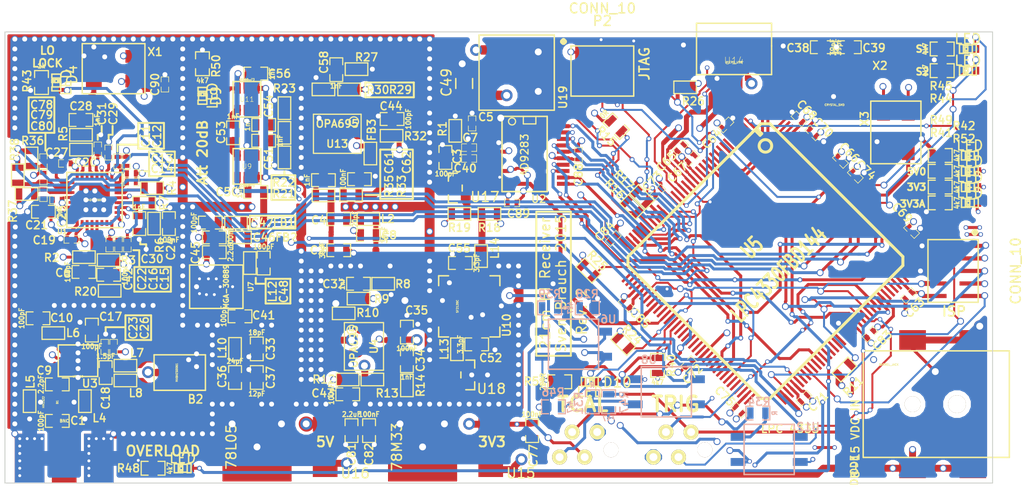
<source format=kicad_pcb>
(kicad_pcb (version 4) (host pcbnew "(2015-10-16 BZR 6271)-product")

  (general
    (links 448)
    (no_connects 0)
    (area 176.5 110.787 283.101381 162.48)
    (thickness 1.6)
    (drawings 142)
    (tracks 3267)
    (zones 0)
    (modules 190)
    (nets 217)
  )

  (page A3)
  (layers
    (0 F.Cu signal)
    (1 Inner2.Cu signal hide)
    (2 Inner1.Cu signal hide)
    (31 B.Cu signal)
    (32 B.Adhes user)
    (33 F.Adhes user)
    (34 B.Paste user)
    (35 F.Paste user)
    (36 B.SilkS user)
    (37 F.SilkS user)
    (38 B.Mask user)
    (39 F.Mask user)
    (40 Dwgs.User user hide)
    (41 Cmts.User user)
    (42 Eco1.User user)
    (43 Eco2.User user)
    (44 Edge.Cuts user)
  )

  (setup
    (last_trace_width 0.2)
    (user_trace_width 0.2)
    (user_trace_width 0.3)
    (user_trace_width 0.4)
    (user_trace_width 0.5)
    (user_trace_width 0.7)
    (user_trace_width 1.5)
    (trace_clearance 0.175)
    (zone_clearance 0.508)
    (zone_45_only yes)
    (trace_min 0.175)
    (segment_width 0.2)
    (edge_width 0.1)
    (via_size 0.5)
    (via_drill 0.3)
    (via_min_size 0.453)
    (via_min_drill 0.3)
    (user_via 0.46 0.3)
    (user_via 0.7 0.5)
    (user_via 1.2 0.7)
    (uvia_size 0.2)
    (uvia_drill 0.127)
    (uvias_allowed no)
    (uvia_min_size 0.1)
    (uvia_min_drill 0.1)
    (pcb_text_width 0.3)
    (pcb_text_size 1.5 1.5)
    (mod_edge_width 0.15)
    (mod_text_size 1 1)
    (mod_text_width 0.15)
    (pad_size 1.5 1.5)
    (pad_drill 1.5)
    (pad_to_mask_clearance 0)
    (aux_axis_origin 0 0)
    (visible_elements FFFEFFFF)
    (pcbplotparams
      (layerselection 0x010f8_80000007)
      (usegerberextensions false)
      (excludeedgelayer true)
      (linewidth 0.150000)
      (plotframeref false)
      (viasonmask false)
      (mode 1)
      (useauxorigin false)
      (hpglpennumber 1)
      (hpglpenspeed 20)
      (hpglpendiameter 15)
      (hpglpenoverlay 2)
      (psnegative false)
      (psa4output false)
      (plotreference true)
      (plotvalue false)
      (plotinvisibletext false)
      (padsonsilk true)
      (subtractmaskfromsilk false)
      (outputformat 1)
      (mirror false)
      (drillshape 0)
      (scaleselection 1)
      (outputdirectory gerber/))
  )

  (net 0 "")
  (net 1 +12V)
  (net 2 +5V)
  (net 3 ADC_CLOCK)
  (net 4 ATT1_SWITCH_A)
  (net 5 ATT1_SWITCH_B)
  (net 6 CP_OUT)
  (net 7 GND)
  (net 8 IF_AFTER_AMP1)
  (net 9 IF_AFTER_AMP2)
  (net 10 IF_AFTER_ATT1)
  (net 11 IF_AFTER_FILTER)
  (net 12 IF_AFTER_PREAMP)
  (net 13 IF_AFTER_SAW)
  (net 14 IF_FILTERED)
  (net 15 IF_RAW)
  (net 16 LO_CLOCK)
  (net 17 LO_LOCK_DETECT)
  (net 18 LO_RAW)
  (net 19 LO_SPI_CLOCK)
  (net 20 LO_SPI_DATA)
  (net 21 LO_SPI_LE)
  (net 22 RST)
  (net 23 SKY)
  (net 24 USB_BOOT)
  (net 25 VCC)
  (net 26 V_TUNE)
  (net 27 "Net-(B1-Pad3)")
  (net 28 "Net-(B1-Pad4)")
  (net 29 "Net-(B1-Pad6)")
  (net 30 "Net-(B2-Pad1)")
  (net 31 "Net-(B2-Pad3)")
  (net 32 "Net-(C1-Pad2)")
  (net 33 "Net-(C3-Pad1)")
  (net 34 "Net-(C3-Pad2)")
  (net 35 "Net-(C4-Pad1)")
  (net 36 "Net-(C5-Pad1)")
  (net 37 "Net-(C6-Pad2)")
  (net 38 "Net-(C10-Pad2)")
  (net 39 "Net-(C11-Pad1)")
  (net 40 "Net-(C13-Pad1)")
  (net 41 "Net-(C15-Pad1)")
  (net 42 "Net-(C17-Pad1)")
  (net 43 "Net-(C18-Pad1)")
  (net 44 "Net-(C18-Pad2)")
  (net 45 "Net-(C20-Pad1)")
  (net 46 "Net-(C24-Pad1)")
  (net 47 "Net-(C28-Pad1)")
  (net 48 "Net-(C32-Pad1)")
  (net 49 "Net-(C34-Pad1)")
  (net 50 "Net-(C34-Pad2)")
  (net 51 "Net-(C36-Pad1)")
  (net 52 "Net-(C38-Pad2)")
  (net 53 "Net-(C39-Pad2)")
  (net 54 "Net-(C41-Pad1)")
  (net 55 "Net-(C45-Pad1)")
  (net 56 "Net-(C47-Pad2)")
  (net 57 "Net-(C48-Pad2)")
  (net 58 "Net-(C50-Pad1)")
  (net 59 "Net-(C51-Pad1)")
  (net 60 "Net-(C51-Pad2)")
  (net 61 "Net-(C52-Pad1)")
  (net 62 "Net-(C53-Pad1)")
  (net 63 "Net-(C53-Pad2)")
  (net 64 "Net-(C54-Pad1)")
  (net 65 "Net-(C54-Pad2)")
  (net 66 "Net-(C55-Pad1)")
  (net 67 "Net-(C56-Pad2)")
  (net 68 "Net-(C58-Pad1)")
  (net 69 "Net-(C61-Pad1)")
  (net 70 "Net-(C61-Pad2)")
  (net 71 "Net-(C62-Pad1)")
  (net 72 "Net-(C78-Pad2)")
  (net 73 "Net-(C79-Pad2)")
  (net 74 "Net-(C80-Pad2)")
  (net 75 "Net-(CON1-Pad1)")
  (net 76 "Net-(D2-Pad2)")
  (net 77 "Net-(D3-Pad2)")
  (net 78 "Net-(D4-Pad2)")
  (net 79 "Net-(D5-Pad1)")
  (net 80 "Net-(D5-Pad2)")
  (net 81 "Net-(D6-Pad1)")
  (net 82 "Net-(D6-Pad2)")
  (net 83 "Net-(FB2-Pad2)")
  (net 84 "Net-(L6-Pad2)")
  (net 85 "Net-(P2-Pad2)")
  (net 86 "Net-(P2-Pad4)")
  (net 87 "Net-(P2-Pad6)")
  (net 88 "Net-(P2-Pad7)")
  (net 89 "Net-(P2-Pad8)")
  (net 90 "Net-(P3-Pad1)")
  (net 91 "Net-(P3-Pad5)")
  (net 92 "Net-(P3-Pad7)")
  (net 93 "Net-(R4-Pad2)")
  (net 94 "Net-(R12-Pad2)")
  (net 95 "Net-(R15-Pad2)")
  (net 96 "Net-(R32-Pad2)")
  (net 97 "Net-(U1-Pad5)")
  (net 98 "Net-(U1-Pad30)")
  (net 99 "Net-(U1-Pad14)")
  (net 100 "Net-(U1-Pad15)")
  (net 101 "Net-(U2-Pad11)")
  (net 102 "Net-(U2-Pad12)")
  (net 103 "Net-(U2-Pad13)")
  (net 104 "Net-(U2-Pad14)")
  (net 105 "Net-(U2-Pad17)")
  (net 106 "Net-(U2-Pad18)")
  (net 107 "Net-(U2-Pad19)")
  (net 108 "Net-(U2-Pad20)")
  (net 109 "Net-(U4-Pad1)")
  (net 110 "Net-(U4-Pad5)")
  (net 111 "Net-(U5-Pad2)")
  (net 112 "Net-(U5-Pad6)")
  (net 113 "Net-(U5-Pad7)")
  (net 114 "Net-(U5-Pad8)")
  (net 115 "Net-(U5-Pad9)")
  (net 116 "Net-(U5-Pad10)")
  (net 117 "Net-(U5-Pad11)")
  (net 118 "Net-(U5-Pad14)")
  (net 119 "Net-(U5-Pad15)")
  (net 120 "Net-(U14-Pad3)")
  (net 121 "Net-(U14-Pad2)")
  (net 122 "Net-(U14-Pad4)")
  (net 123 "Net-(U5-Pad29)")
  (net 124 "Net-(U5-Pad33)")
  (net 125 "Net-(U5-Pad35)")
  (net 126 "Net-(U5-Pad67)")
  (net 127 "Net-(U5-Pad68)")
  (net 128 "Net-(U5-Pad69)")
  (net 129 "Net-(U5-Pad70)")
  (net 130 "Net-(U5-Pad72)")
  (net 131 "Net-(U5-Pad115)")
  (net 132 "Net-(U5-Pad116)")
  (net 133 "Net-(U5-Pad117)")
  (net 134 "Net-(U5-Pad120)")
  (net 135 "Net-(U5-Pad125)")
  (net 136 "Net-(U5-Pad126)")
  (net 137 "Net-(U5-Pad129)")
  (net 138 "Net-(U5-Pad130)")
  (net 139 "Net-(U5-Pad132)")
  (net 140 "Net-(U5-Pad133)")
  (net 141 "Net-(U5-Pad134)")
  (net 142 "Net-(U5-Pad136)")
  (net 143 "Net-(U5-Pad138)")
  (net 144 "Net-(U5-Pad139)")
  (net 145 "Net-(U5-Pad140)")
  (net 146 "Net-(U5-Pad142)")
  (net 147 "Net-(U5-Pad143)")
  (net 148 "Net-(U5-Pad144)")
  (net 149 "Net-(U5-Pad37)")
  (net 150 "Net-(U5-Pad38)")
  (net 151 "Net-(U5-Pad39)")
  (net 152 "Net-(U5-Pad44)")
  (net 153 "Net-(U5-Pad46)")
  (net 154 "Net-(U5-Pad47)")
  (net 155 "Net-(U5-Pad49)")
  (net 156 "Net-(U5-Pad54)")
  (net 157 "Net-(U5-Pad57)")
  (net 158 "Net-(U5-Pad58)")
  (net 159 "Net-(U5-Pad63)")
  (net 160 "Net-(U5-Pad65)")
  (net 161 "Net-(U5-Pad80)")
  (net 162 "Net-(U5-Pad82)")
  (net 163 "Net-(U5-Pad83)")
  (net 164 "Net-(U5-Pad85)")
  (net 165 "Net-(U5-Pad86)")
  (net 166 "Net-(U5-Pad87)")
  (net 167 "Net-(U5-Pad88)")
  (net 168 "Net-(U5-Pad89)")
  (net 169 "Net-(U5-Pad90)")
  (net 170 "Net-(U5-Pad91)")
  (net 171 "Net-(U5-Pad92)")
  (net 172 "Net-(U5-Pad93)")
  (net 173 "Net-(U5-Pad99)")
  (net 174 "Net-(U5-Pad103)")
  (net 175 "Net-(U5-Pad104)")
  (net 176 "Net-(U5-Pad105)")
  (net 177 "Net-(U5-Pad106)")
  (net 178 "Net-(U5-Pad108)")
  (net 179 "Net-(U5-Pad112)")
  (net 180 "Net-(U13-Pad1)")
  (net 181 "Net-(U13-Pad5)")
  (net 182 "Net-(C40-Pad1)")
  (net 183 "Net-(C42-Pad1)")
  (net 184 "Net-(C42-Pad2)")
  (net 185 "Net-(C43-Pad1)")
  (net 186 "Net-(C44-Pad1)")
  (net 187 "Net-(R25-Pad2)")
  (net 188 "Net-(U5-Pad53)")
  (net 189 "Net-(U5-Pad55)")
  (net 190 "Net-(U5-Pad56)")
  (net 191 "Net-(U5-Pad60)")
  (net 192 "Net-(U5-Pad61)")
  (net 193 "Net-(U5-Pad79)")
  (net 194 "Net-(U5-Pad73)")
  (net 195 "Net-(P4-Pad2)")
  (net 196 "Net-(P4-Pad3)")
  (net 197 "Net-(P4-Pad4)")
  (net 198 /TRIG_CONNECTED)
  (net 199 /TRIG_INT)
  (net 200 /TRIG_OUT)
  (net 201 "Net-(R31-Pad1)")
  (net 202 "Net-(R34-Pad1)")
  (net 203 "Net-(R39-Pad2)")
  (net 204 /TCAL_POWERED)
  (net 205 /TCAL_ATTACHED)
  (net 206 /TCAL_EN)
  (net 207 +3.3VADC)
  (net 208 "Net-(D7-Pad1)")
  (net 209 "Net-(D7-Pad2)")
  (net 210 "Net-(D8-Pad1)")
  (net 211 "Net-(D8-Pad2)")
  (net 212 "Net-(D9-Pad2)")
  (net 213 "Net-(D10-Pad1)")
  (net 214 "Net-(D11-Pad2)")
  (net 215 +3V3)
  (net 216 "Net-(U5-Pad3)")

  (net_class Default "This is the default net class."
    (clearance 0.175)
    (trace_width 0.2)
    (via_dia 0.5)
    (via_drill 0.3)
    (uvia_dia 0.2)
    (uvia_drill 0.127)
    (add_net +12V)
    (add_net +3.3VADC)
    (add_net +3V3)
    (add_net +5V)
    (add_net /TCAL_ATTACHED)
    (add_net /TCAL_EN)
    (add_net /TCAL_POWERED)
    (add_net /TRIG_CONNECTED)
    (add_net /TRIG_INT)
    (add_net /TRIG_OUT)
    (add_net ADC_CLOCK)
    (add_net ATT1_SWITCH_A)
    (add_net ATT1_SWITCH_B)
    (add_net CP_OUT)
    (add_net GND)
    (add_net IF_AFTER_AMP1)
    (add_net IF_AFTER_AMP2)
    (add_net IF_AFTER_ATT1)
    (add_net IF_AFTER_FILTER)
    (add_net IF_AFTER_PREAMP)
    (add_net IF_AFTER_SAW)
    (add_net IF_FILTERED)
    (add_net IF_RAW)
    (add_net LO_CLOCK)
    (add_net LO_LOCK_DETECT)
    (add_net LO_RAW)
    (add_net LO_SPI_CLOCK)
    (add_net LO_SPI_DATA)
    (add_net LO_SPI_LE)
    (add_net "Net-(B1-Pad3)")
    (add_net "Net-(B1-Pad4)")
    (add_net "Net-(B1-Pad6)")
    (add_net "Net-(B2-Pad1)")
    (add_net "Net-(B2-Pad3)")
    (add_net "Net-(C1-Pad2)")
    (add_net "Net-(C10-Pad2)")
    (add_net "Net-(C11-Pad1)")
    (add_net "Net-(C13-Pad1)")
    (add_net "Net-(C15-Pad1)")
    (add_net "Net-(C17-Pad1)")
    (add_net "Net-(C18-Pad1)")
    (add_net "Net-(C18-Pad2)")
    (add_net "Net-(C20-Pad1)")
    (add_net "Net-(C24-Pad1)")
    (add_net "Net-(C28-Pad1)")
    (add_net "Net-(C3-Pad1)")
    (add_net "Net-(C3-Pad2)")
    (add_net "Net-(C32-Pad1)")
    (add_net "Net-(C34-Pad1)")
    (add_net "Net-(C34-Pad2)")
    (add_net "Net-(C36-Pad1)")
    (add_net "Net-(C38-Pad2)")
    (add_net "Net-(C39-Pad2)")
    (add_net "Net-(C4-Pad1)")
    (add_net "Net-(C40-Pad1)")
    (add_net "Net-(C41-Pad1)")
    (add_net "Net-(C42-Pad1)")
    (add_net "Net-(C42-Pad2)")
    (add_net "Net-(C43-Pad1)")
    (add_net "Net-(C44-Pad1)")
    (add_net "Net-(C45-Pad1)")
    (add_net "Net-(C47-Pad2)")
    (add_net "Net-(C48-Pad2)")
    (add_net "Net-(C5-Pad1)")
    (add_net "Net-(C50-Pad1)")
    (add_net "Net-(C51-Pad1)")
    (add_net "Net-(C51-Pad2)")
    (add_net "Net-(C52-Pad1)")
    (add_net "Net-(C53-Pad1)")
    (add_net "Net-(C53-Pad2)")
    (add_net "Net-(C54-Pad1)")
    (add_net "Net-(C54-Pad2)")
    (add_net "Net-(C55-Pad1)")
    (add_net "Net-(C56-Pad2)")
    (add_net "Net-(C58-Pad1)")
    (add_net "Net-(C6-Pad2)")
    (add_net "Net-(C61-Pad1)")
    (add_net "Net-(C61-Pad2)")
    (add_net "Net-(C62-Pad1)")
    (add_net "Net-(C78-Pad2)")
    (add_net "Net-(C79-Pad2)")
    (add_net "Net-(C80-Pad2)")
    (add_net "Net-(CON1-Pad1)")
    (add_net "Net-(D10-Pad1)")
    (add_net "Net-(D11-Pad2)")
    (add_net "Net-(D2-Pad2)")
    (add_net "Net-(D3-Pad2)")
    (add_net "Net-(D4-Pad2)")
    (add_net "Net-(D5-Pad1)")
    (add_net "Net-(D5-Pad2)")
    (add_net "Net-(D6-Pad1)")
    (add_net "Net-(D6-Pad2)")
    (add_net "Net-(D7-Pad1)")
    (add_net "Net-(D7-Pad2)")
    (add_net "Net-(D8-Pad1)")
    (add_net "Net-(D8-Pad2)")
    (add_net "Net-(D9-Pad2)")
    (add_net "Net-(FB2-Pad2)")
    (add_net "Net-(L6-Pad2)")
    (add_net "Net-(P2-Pad2)")
    (add_net "Net-(P2-Pad4)")
    (add_net "Net-(P2-Pad6)")
    (add_net "Net-(P2-Pad7)")
    (add_net "Net-(P2-Pad8)")
    (add_net "Net-(P3-Pad1)")
    (add_net "Net-(P3-Pad5)")
    (add_net "Net-(P3-Pad7)")
    (add_net "Net-(P4-Pad2)")
    (add_net "Net-(P4-Pad3)")
    (add_net "Net-(P4-Pad4)")
    (add_net "Net-(R12-Pad2)")
    (add_net "Net-(R15-Pad2)")
    (add_net "Net-(R25-Pad2)")
    (add_net "Net-(R31-Pad1)")
    (add_net "Net-(R32-Pad2)")
    (add_net "Net-(R34-Pad1)")
    (add_net "Net-(R39-Pad2)")
    (add_net "Net-(R4-Pad2)")
    (add_net "Net-(U1-Pad14)")
    (add_net "Net-(U1-Pad15)")
    (add_net "Net-(U1-Pad30)")
    (add_net "Net-(U1-Pad5)")
    (add_net "Net-(U13-Pad1)")
    (add_net "Net-(U13-Pad5)")
    (add_net "Net-(U14-Pad2)")
    (add_net "Net-(U14-Pad3)")
    (add_net "Net-(U14-Pad4)")
    (add_net "Net-(U2-Pad11)")
    (add_net "Net-(U2-Pad12)")
    (add_net "Net-(U2-Pad13)")
    (add_net "Net-(U2-Pad14)")
    (add_net "Net-(U2-Pad17)")
    (add_net "Net-(U2-Pad18)")
    (add_net "Net-(U2-Pad19)")
    (add_net "Net-(U2-Pad20)")
    (add_net "Net-(U4-Pad1)")
    (add_net "Net-(U4-Pad5)")
    (add_net "Net-(U5-Pad10)")
    (add_net "Net-(U5-Pad103)")
    (add_net "Net-(U5-Pad104)")
    (add_net "Net-(U5-Pad105)")
    (add_net "Net-(U5-Pad106)")
    (add_net "Net-(U5-Pad108)")
    (add_net "Net-(U5-Pad11)")
    (add_net "Net-(U5-Pad112)")
    (add_net "Net-(U5-Pad115)")
    (add_net "Net-(U5-Pad116)")
    (add_net "Net-(U5-Pad117)")
    (add_net "Net-(U5-Pad120)")
    (add_net "Net-(U5-Pad125)")
    (add_net "Net-(U5-Pad126)")
    (add_net "Net-(U5-Pad129)")
    (add_net "Net-(U5-Pad130)")
    (add_net "Net-(U5-Pad132)")
    (add_net "Net-(U5-Pad133)")
    (add_net "Net-(U5-Pad134)")
    (add_net "Net-(U5-Pad136)")
    (add_net "Net-(U5-Pad138)")
    (add_net "Net-(U5-Pad139)")
    (add_net "Net-(U5-Pad14)")
    (add_net "Net-(U5-Pad140)")
    (add_net "Net-(U5-Pad142)")
    (add_net "Net-(U5-Pad143)")
    (add_net "Net-(U5-Pad144)")
    (add_net "Net-(U5-Pad15)")
    (add_net "Net-(U5-Pad2)")
    (add_net "Net-(U5-Pad29)")
    (add_net "Net-(U5-Pad3)")
    (add_net "Net-(U5-Pad33)")
    (add_net "Net-(U5-Pad35)")
    (add_net "Net-(U5-Pad37)")
    (add_net "Net-(U5-Pad38)")
    (add_net "Net-(U5-Pad39)")
    (add_net "Net-(U5-Pad44)")
    (add_net "Net-(U5-Pad46)")
    (add_net "Net-(U5-Pad47)")
    (add_net "Net-(U5-Pad49)")
    (add_net "Net-(U5-Pad53)")
    (add_net "Net-(U5-Pad54)")
    (add_net "Net-(U5-Pad55)")
    (add_net "Net-(U5-Pad56)")
    (add_net "Net-(U5-Pad57)")
    (add_net "Net-(U5-Pad58)")
    (add_net "Net-(U5-Pad6)")
    (add_net "Net-(U5-Pad60)")
    (add_net "Net-(U5-Pad61)")
    (add_net "Net-(U5-Pad63)")
    (add_net "Net-(U5-Pad65)")
    (add_net "Net-(U5-Pad67)")
    (add_net "Net-(U5-Pad68)")
    (add_net "Net-(U5-Pad69)")
    (add_net "Net-(U5-Pad7)")
    (add_net "Net-(U5-Pad70)")
    (add_net "Net-(U5-Pad72)")
    (add_net "Net-(U5-Pad73)")
    (add_net "Net-(U5-Pad79)")
    (add_net "Net-(U5-Pad8)")
    (add_net "Net-(U5-Pad80)")
    (add_net "Net-(U5-Pad82)")
    (add_net "Net-(U5-Pad83)")
    (add_net "Net-(U5-Pad85)")
    (add_net "Net-(U5-Pad86)")
    (add_net "Net-(U5-Pad87)")
    (add_net "Net-(U5-Pad88)")
    (add_net "Net-(U5-Pad89)")
    (add_net "Net-(U5-Pad9)")
    (add_net "Net-(U5-Pad90)")
    (add_net "Net-(U5-Pad91)")
    (add_net "Net-(U5-Pad92)")
    (add_net "Net-(U5-Pad93)")
    (add_net "Net-(U5-Pad99)")
    (add_net RST)
    (add_net SKY)
    (add_net USB_BOOT)
    (add_net VCC)
    (add_net V_TUNE)
  )

  (module mycomponents:TQFP144 (layer F.Cu) (tedit 200000) (tstamp 54E0DA4D)
    (at 254 137.5 45)
    (path /54239849)
    (attr smd)
    (fp_text reference U5 (at 0 -1.905 45) (layer F.SilkS)
      (effects (font (size 1.524 1.016) (thickness 0.3048)))
    )
    (fp_text value LPC4330FBD144 (at 0 1.905 45) (layer F.SilkS)
      (effects (font (size 1.524 1.016) (thickness 0.3048)))
    )
    (fp_circle (center 8.255 -8.255) (end 8.255 -8.89) (layer F.SilkS) (width 0.3048))
    (fp_line (start 8.636 -9.398) (end 8.8646 -9.398) (layer F.SilkS) (width 0.3048))
    (fp_line (start 8.8646 -9.398) (end 8.8646 -10.16) (layer F.SilkS) (width 0.3048))
    (fp_line (start 8.636 -10.16) (end 8.636 -9.398) (layer F.SilkS) (width 0.3048))
    (fp_line (start -9.525 -10.16) (end -10.16 -9.525) (layer F.SilkS) (width 0.3048))
    (fp_line (start -10.16 -9.525) (end -10.16 9.525) (layer F.SilkS) (width 0.3048))
    (fp_line (start -10.16 9.525) (end -9.525 10.16) (layer F.SilkS) (width 0.3048))
    (fp_line (start -9.525 10.16) (end 9.525 10.16) (layer F.SilkS) (width 0.3048))
    (fp_line (start 9.525 10.16) (end 10.16 9.525) (layer F.SilkS) (width 0.3048))
    (fp_line (start 10.16 9.525) (end 10.16 -9.525) (layer F.SilkS) (width 0.3048))
    (fp_line (start 10.16 -9.525) (end 9.525 -10.16) (layer F.SilkS) (width 0.3048))
    (fp_line (start 9.525 -10.16) (end -9.525 -10.16) (layer F.SilkS) (width 0.3048))
    (pad 1 smd rect (at 8.7503 -10.9855 45) (size 0.254 1.524) (layers F.Cu F.Paste F.Mask)
      (net 210 "Net-(D8-Pad1)"))
    (pad 2 smd rect (at 8.2423 -10.9855 45) (size 0.254 1.524) (layers F.Cu F.Paste F.Mask)
      (net 111 "Net-(U5-Pad2)"))
    (pad 3 smd rect (at 7.747 -10.9855 45) (size 0.254 1.524) (layers F.Cu F.Paste F.Mask)
      (net 216 "Net-(U5-Pad3)"))
    (pad 4 smd rect (at 7.2517 -10.9855 45) (size 0.254 1.524) (layers F.Cu F.Paste F.Mask)
      (net 7 GND))
    (pad 5 smd rect (at 6.7437 -10.9855 45) (size 0.254 1.524) (layers F.Cu F.Paste F.Mask)
      (net 207 +3.3VADC))
    (pad 6 smd rect (at 6.2484 -10.9855 45) (size 0.254 1.524) (layers F.Cu F.Paste F.Mask)
      (net 112 "Net-(U5-Pad6)"))
    (pad 7 smd rect (at 5.7531 -10.9855 45) (size 0.254 1.524) (layers F.Cu F.Paste F.Mask)
      (net 113 "Net-(U5-Pad7)"))
    (pad 8 smd rect (at 5.2451 -10.9855 45) (size 0.254 1.524) (layers F.Cu F.Paste F.Mask)
      (net 114 "Net-(U5-Pad8)"))
    (pad 9 smd rect (at 4.7498 -10.9855 45) (size 0.254 1.524) (layers F.Cu F.Paste F.Mask)
      (net 115 "Net-(U5-Pad9)"))
    (pad 10 smd rect (at 4.2545 -10.9855 45) (size 0.254 1.524) (layers F.Cu F.Paste F.Mask)
      (net 116 "Net-(U5-Pad10)"))
    (pad 11 smd rect (at 3.7465 -10.9855 45) (size 0.254 1.524) (layers F.Cu F.Paste F.Mask)
      (net 117 "Net-(U5-Pad11)"))
    (pad 12 smd rect (at 3.2512 -10.9855 45) (size 0.254 1.524) (layers F.Cu F.Paste F.Mask)
      (net 52 "Net-(C38-Pad2)"))
    (pad 13 smd rect (at 2.7559 -10.9855 45) (size 0.254 1.524) (layers F.Cu F.Paste F.Mask)
      (net 53 "Net-(C39-Pad2)"))
    (pad 14 smd rect (at 2.2479 -10.9855 45) (size 0.254 1.524) (layers F.Cu F.Paste F.Mask)
      (net 118 "Net-(U5-Pad14)"))
    (pad 15 smd rect (at 1.7526 -10.9855 45) (size 0.254 1.524) (layers F.Cu F.Paste F.Mask)
      (net 119 "Net-(U5-Pad15)"))
    (pad 16 smd rect (at 1.2573 -10.9855 45) (size 0.254 1.524) (layers F.Cu F.Paste F.Mask)
      (net 207 +3.3VADC))
    (pad 17 smd rect (at 0.7493 -10.9855 45) (size 0.254 1.524) (layers F.Cu F.Paste F.Mask)
      (net 207 +3.3VADC))
    (pad 18 smd rect (at 0.254 -10.9855 45) (size 0.254 1.524) (layers F.Cu F.Paste F.Mask)
      (net 120 "Net-(U14-Pad3)"))
    (pad 19 smd rect (at -0.254 -10.9855 45) (size 0.254 1.524) (layers F.Cu F.Paste F.Mask)
      (net 7 GND))
    (pad 20 smd rect (at -0.7493 -10.9855 45) (size 0.254 1.524) (layers F.Cu F.Paste F.Mask)
      (net 121 "Net-(U14-Pad2)"))
    (pad 21 smd rect (at -1.2573 -10.9855 45) (size 0.254 1.524) (layers F.Cu F.Paste F.Mask)
      (net 25 VCC))
    (pad 22 smd rect (at -1.7526 -10.9855 45) (size 0.254 1.524) (layers F.Cu F.Paste F.Mask)
      (net 122 "Net-(U14-Pad4)"))
    (pad 23 smd rect (at -2.2479 -10.9855 45) (size 0.254 1.524) (layers F.Cu F.Paste F.Mask)
      (net 7 GND))
    (pad 24 smd rect (at -2.7559 -10.9855 45) (size 0.254 1.524) (layers F.Cu F.Paste F.Mask)
      (net 187 "Net-(R25-Pad2)"))
    (pad 25 smd rect (at -3.2512 -10.9855 45) (size 0.254 1.524) (layers F.Cu F.Paste F.Mask)
      (net 207 +3.3VADC))
    (pad 26 smd rect (at -3.7465 -10.9855 45) (size 0.254 1.524) (layers F.Cu F.Paste F.Mask)
      (net 89 "Net-(P2-Pad8)"))
    (pad 27 smd rect (at -4.2545 -10.9855 45) (size 0.254 1.524) (layers F.Cu F.Paste F.Mask)
      (net 86 "Net-(P2-Pad4)"))
    (pad 28 smd rect (at -4.7498 -10.9855 45) (size 0.254 1.524) (layers F.Cu F.Paste F.Mask)
      (net 95 "Net-(R15-Pad2)"))
    (pad 29 smd rect (at -5.2451 -10.9855 45) (size 0.254 1.524) (layers F.Cu F.Paste F.Mask)
      (net 123 "Net-(U5-Pad29)"))
    (pad 30 smd rect (at -5.7531 -10.9855 45) (size 0.254 1.524) (layers F.Cu F.Paste F.Mask)
      (net 85 "Net-(P2-Pad2)"))
    (pad 31 smd rect (at -6.2484 -10.9855 45) (size 0.254 1.524) (layers F.Cu F.Paste F.Mask)
      (net 87 "Net-(P2-Pad6)"))
    (pad 32 smd rect (at -6.7437 -10.9855 45) (size 0.254 1.524) (layers F.Cu F.Paste F.Mask)
      (net 108 "Net-(U2-Pad20)"))
    (pad 33 smd rect (at -7.2517 -10.9855 45) (size 0.254 1.524) (layers F.Cu F.Paste F.Mask)
      (net 124 "Net-(U5-Pad33)"))
    (pad 34 smd rect (at -7.747 -10.9855 45) (size 0.254 1.524) (layers F.Cu F.Paste F.Mask)
      (net 107 "Net-(U2-Pad19)"))
    (pad 35 smd rect (at -8.2423 -10.9855 45) (size 0.254 1.524) (layers F.Cu F.Paste F.Mask)
      (net 125 "Net-(U5-Pad35)"))
    (pad 36 smd rect (at -8.7503 -10.9855 45) (size 0.254 1.524) (layers F.Cu F.Paste F.Mask)
      (net 207 +3.3VADC))
    (pad 66 smd rect (at -10.9855 5.7531 45) (size 1.524 0.254) (layers F.Cu F.Paste F.Mask)
      (net 3 ADC_CLOCK))
    (pad 67 smd rect (at -10.9855 6.2484 45) (size 1.524 0.254) (layers F.Cu F.Paste F.Mask)
      (net 126 "Net-(U5-Pad67)"))
    (pad 68 smd rect (at -10.9855 6.7437 45) (size 1.524 0.254) (layers F.Cu F.Paste F.Mask)
      (net 127 "Net-(U5-Pad68)"))
    (pad 69 smd rect (at -10.9855 7.2517 45) (size 1.524 0.254) (layers F.Cu F.Paste F.Mask)
      (net 128 "Net-(U5-Pad69)"))
    (pad 70 smd rect (at -10.9855 7.747 45) (size 1.524 0.254) (layers F.Cu F.Paste F.Mask)
      (net 129 "Net-(U5-Pad70)"))
    (pad 71 smd rect (at -10.9855 8.2423 45) (size 1.524 0.254) (layers F.Cu F.Paste F.Mask)
      (net 207 +3.3VADC))
    (pad 72 smd rect (at -10.9855 8.7503 45) (size 1.524 0.254) (layers F.Cu F.Paste F.Mask)
      (net 130 "Net-(U5-Pad72)"))
    (pad 114 smd rect (at 10.9855 6.2484 45) (size 1.524 0.254) (layers F.Cu F.Paste F.Mask)
      (net 17 LO_LOCK_DETECT))
    (pad 115 smd rect (at 10.9855 5.7531 45) (size 1.524 0.254) (layers F.Cu F.Paste F.Mask)
      (net 131 "Net-(U5-Pad115)"))
    (pad 116 smd rect (at 10.9855 5.2451 45) (size 1.524 0.254) (layers F.Cu F.Paste F.Mask)
      (net 132 "Net-(U5-Pad116)"))
    (pad 117 smd rect (at 10.9855 4.7498 45) (size 1.524 0.254) (layers F.Cu F.Paste F.Mask)
      (net 133 "Net-(U5-Pad117)"))
    (pad 118 smd rect (at 10.9855 4.2545 45) (size 1.524 0.254) (layers F.Cu F.Paste F.Mask)
      (net 19 LO_SPI_CLOCK))
    (pad 119 smd rect (at 10.9855 3.7465 45) (size 1.524 0.254) (layers F.Cu F.Paste F.Mask)
      (net 79 "Net-(D5-Pad1)"))
    (pad 120 smd rect (at 10.9855 3.2512 45) (size 1.524 0.254) (layers F.Cu F.Paste F.Mask)
      (net 134 "Net-(U5-Pad120)"))
    (pad 121 smd rect (at 10.9855 2.7559 45) (size 1.524 0.254) (layers F.Cu F.Paste F.Mask)
      (net 21 LO_SPI_LE))
    (pad 122 smd rect (at 10.9855 2.2479 45) (size 1.524 0.254) (layers F.Cu F.Paste F.Mask)
      (net 81 "Net-(D6-Pad1)"))
    (pad 123 smd rect (at 10.9855 1.7526 45) (size 1.524 0.254) (layers F.Cu F.Paste F.Mask)
      (net 20 LO_SPI_DATA))
    (pad 124 smd rect (at 10.9855 1.2573 45) (size 1.524 0.254) (layers F.Cu F.Paste F.Mask)
      (net 208 "Net-(D7-Pad1)"))
    (pad 125 smd rect (at 10.9855 0.7493 45) (size 1.524 0.254) (layers F.Cu F.Paste F.Mask)
      (net 135 "Net-(U5-Pad125)"))
    (pad 126 smd rect (at 10.9855 0.254 45) (size 1.524 0.254) (layers F.Cu F.Paste F.Mask)
      (net 136 "Net-(U5-Pad126)"))
    (pad 127 smd rect (at 10.9855 -0.254 45) (size 1.524 0.254) (layers F.Cu F.Paste F.Mask)
      (net 207 +3.3VADC))
    (pad 128 smd rect (at 10.9855 -0.7493 45) (size 1.524 0.254) (layers F.Cu F.Paste F.Mask)
      (net 22 RST))
    (pad 129 smd rect (at 10.9855 -1.2573 45) (size 1.524 0.254) (layers F.Cu F.Paste F.Mask)
      (net 137 "Net-(U5-Pad129)"))
    (pad 130 smd rect (at 10.9855 -1.7526 45) (size 1.524 0.254) (layers F.Cu F.Paste F.Mask)
      (net 138 "Net-(U5-Pad130)"))
    (pad 131 smd rect (at 10.9855 -2.2479 45) (size 1.524 0.254) (layers F.Cu F.Paste F.Mask)
      (net 207 +3.3VADC))
    (pad 132 smd rect (at 10.9855 -2.7559 45) (size 1.524 0.254) (layers F.Cu F.Paste F.Mask)
      (net 139 "Net-(U5-Pad132)"))
    (pad 133 smd rect (at 10.9855 -3.2512 45) (size 1.524 0.254) (layers F.Cu F.Paste F.Mask)
      (net 140 "Net-(U5-Pad133)"))
    (pad 134 smd rect (at 10.9855 -3.7465 45) (size 1.524 0.254) (layers F.Cu F.Paste F.Mask)
      (net 141 "Net-(U5-Pad134)"))
    (pad 135 smd rect (at 10.9855 -4.2545 45) (size 1.524 0.254) (layers F.Cu F.Paste F.Mask)
      (net 7 GND))
    (pad 136 smd rect (at 10.9855 -4.7498 45) (size 1.524 0.254) (layers F.Cu F.Paste F.Mask)
      (net 142 "Net-(U5-Pad136)"))
    (pad 137 smd rect (at 10.9855 -5.2451 45) (size 1.524 0.254) (layers F.Cu F.Paste F.Mask)
      (net 207 +3.3VADC))
    (pad 138 smd rect (at 10.9855 -5.7531 45) (size 1.524 0.254) (layers F.Cu F.Paste F.Mask)
      (net 143 "Net-(U5-Pad138)"))
    (pad 139 smd rect (at 10.9855 -6.2484 45) (size 1.524 0.254) (layers F.Cu F.Paste F.Mask)
      (net 144 "Net-(U5-Pad139)"))
    (pad 140 smd rect (at 10.9855 -6.7437 45) (size 1.524 0.254) (layers F.Cu F.Paste F.Mask)
      (net 145 "Net-(U5-Pad140)"))
    (pad 141 smd rect (at 10.9855 -7.2517 45) (size 1.524 0.254) (layers F.Cu F.Paste F.Mask)
      (net 207 +3.3VADC))
    (pad 142 smd rect (at 10.9855 -7.747 45) (size 1.524 0.254) (layers F.Cu F.Paste F.Mask)
      (net 146 "Net-(U5-Pad142)"))
    (pad 143 smd rect (at 10.9855 -8.2423 45) (size 1.524 0.254) (layers F.Cu F.Paste F.Mask)
      (net 147 "Net-(U5-Pad143)"))
    (pad 144 smd rect (at 10.9855 -8.7503 45) (size 1.524 0.254) (layers F.Cu F.Paste F.Mask)
      (net 148 "Net-(U5-Pad144)"))
    (pad 37 smd rect (at -10.9855 -8.7503 45) (size 1.524 0.254) (layers F.Cu F.Paste F.Mask)
      (net 149 "Net-(U5-Pad37)"))
    (pad 38 smd rect (at -10.9855 -8.2423 45) (size 1.524 0.254) (layers F.Cu F.Paste F.Mask)
      (net 150 "Net-(U5-Pad38)"))
    (pad 39 smd rect (at -10.9855 -7.747 45) (size 1.524 0.254) (layers F.Cu F.Paste F.Mask)
      (net 151 "Net-(U5-Pad39)"))
    (pad 40 smd rect (at -10.9855 -7.2517 45) (size 1.524 0.254) (layers F.Cu F.Paste F.Mask)
      (net 7 GND))
    (pad 41 smd rect (at -10.9855 -6.7437 45) (size 1.524 0.254) (layers F.Cu F.Paste F.Mask)
      (net 207 +3.3VADC))
    (pad 42 smd rect (at -10.9855 -6.2484 45) (size 1.524 0.254) (layers F.Cu F.Paste F.Mask)
      (net 24 USB_BOOT))
    (pad 43 smd rect (at -10.9855 -5.7531 45) (size 1.524 0.254) (layers F.Cu F.Paste F.Mask)
      (net 7 GND))
    (pad 44 smd rect (at -10.9855 -5.2451 45) (size 1.524 0.254) (layers F.Cu F.Paste F.Mask)
      (net 152 "Net-(U5-Pad44)"))
    (pad 45 smd rect (at -10.9855 -4.7498 45) (size 1.524 0.254) (layers F.Cu F.Paste F.Mask)
      (net 3 ADC_CLOCK))
    (pad 46 smd rect (at -10.9855 -4.2545 45) (size 1.524 0.254) (layers F.Cu F.Paste F.Mask)
      (net 153 "Net-(U5-Pad46)"))
    (pad 47 smd rect (at -10.9855 -3.7465 45) (size 1.524 0.254) (layers F.Cu F.Paste F.Mask)
      (net 154 "Net-(U5-Pad47)"))
    (pad 48 smd rect (at -10.9855 -3.2512 45) (size 1.524 0.254) (layers F.Cu F.Paste F.Mask)
      (net 3 ADC_CLOCK))
    (pad 49 smd rect (at -10.9855 -2.7559 45) (size 1.524 0.254) (layers F.Cu F.Paste F.Mask)
      (net 155 "Net-(U5-Pad49)"))
    (pad 50 smd rect (at -10.9855 -2.2479 45) (size 1.524 0.254) (layers F.Cu F.Paste F.Mask)
      (net 204 /TCAL_POWERED))
    (pad 51 smd rect (at -10.9855 -1.7526 45) (size 1.524 0.254) (layers F.Cu F.Paste F.Mask)
      (net 205 /TCAL_ATTACHED))
    (pad 52 smd rect (at -10.9855 -1.2573 45) (size 1.524 0.254) (layers F.Cu F.Paste F.Mask)
      (net 206 /TCAL_EN))
    (pad 53 smd rect (at -10.9855 -0.7493 45) (size 1.524 0.254) (layers F.Cu F.Paste F.Mask)
      (net 188 "Net-(U5-Pad53)"))
    (pad 54 smd rect (at -10.9855 -0.254 45) (size 1.524 0.254) (layers F.Cu F.Paste F.Mask)
      (net 156 "Net-(U5-Pad54)"))
    (pad 55 smd rect (at -10.9855 0.254 45) (size 1.524 0.254) (layers F.Cu F.Paste F.Mask)
      (net 189 "Net-(U5-Pad55)"))
    (pad 56 smd rect (at -10.9855 0.7493 45) (size 1.524 0.254) (layers F.Cu F.Paste F.Mask)
      (net 190 "Net-(U5-Pad56)"))
    (pad 57 smd rect (at -10.9855 1.2573 45) (size 1.524 0.254) (layers F.Cu F.Paste F.Mask)
      (net 157 "Net-(U5-Pad57)"))
    (pad 58 smd rect (at -10.9855 1.7526 45) (size 1.524 0.254) (layers F.Cu F.Paste F.Mask)
      (net 158 "Net-(U5-Pad58)"))
    (pad 59 smd rect (at -10.9855 2.2479 45) (size 1.524 0.254) (layers F.Cu F.Paste F.Mask)
      (net 207 +3.3VADC))
    (pad 60 smd rect (at -10.9855 2.7559 45) (size 1.524 0.254) (layers F.Cu F.Paste F.Mask)
      (net 191 "Net-(U5-Pad60)"))
    (pad 61 smd rect (at -10.9855 3.2512 45) (size 1.524 0.254) (layers F.Cu F.Paste F.Mask)
      (net 192 "Net-(U5-Pad61)"))
    (pad 62 smd rect (at -10.9855 3.7465 45) (size 1.524 0.254) (layers F.Cu F.Paste F.Mask)
      (net 106 "Net-(U2-Pad18)"))
    (pad 63 smd rect (at -10.9855 4.2545 45) (size 1.524 0.254) (layers F.Cu F.Paste F.Mask)
      (net 159 "Net-(U5-Pad63)"))
    (pad 64 smd rect (at -10.9855 4.7498 45) (size 1.524 0.254) (layers F.Cu F.Paste F.Mask)
      (net 105 "Net-(U2-Pad17)"))
    (pad 65 smd rect (at -10.9855 5.2451 45) (size 1.524 0.254) (layers F.Cu F.Paste F.Mask)
      (net 160 "Net-(U5-Pad65)"))
    (pad 78 smd rect (at -6.2484 10.9855 45) (size 0.254 1.524) (layers F.Cu F.Paste F.Mask)
      (net 5 ATT1_SWITCH_B))
    (pad 79 smd rect (at -5.7531 10.9855 45) (size 0.254 1.524) (layers F.Cu F.Paste F.Mask)
      (net 193 "Net-(U5-Pad79)"))
    (pad 80 smd rect (at -5.2451 10.9855 45) (size 0.254 1.524) (layers F.Cu F.Paste F.Mask)
      (net 161 "Net-(U5-Pad80)"))
    (pad 81 smd rect (at -4.7498 10.9855 45) (size 0.254 1.524) (layers F.Cu F.Paste F.Mask)
      (net 91 "Net-(P3-Pad5)"))
    (pad 82 smd rect (at -4.2545 10.9855 45) (size 0.254 1.524) (layers F.Cu F.Paste F.Mask)
      (net 162 "Net-(U5-Pad82)"))
    (pad 83 smd rect (at -3.7465 10.9855 45) (size 0.254 1.524) (layers F.Cu F.Paste F.Mask)
      (net 163 "Net-(U5-Pad83)"))
    (pad 84 smd rect (at -3.2512 10.9855 45) (size 0.254 1.524) (layers F.Cu F.Paste F.Mask)
      (net 102 "Net-(U2-Pad12)"))
    (pad 85 smd rect (at -2.7559 10.9855 45) (size 0.254 1.524) (layers F.Cu F.Paste F.Mask)
      (net 164 "Net-(U5-Pad85)"))
    (pad 86 smd rect (at -2.2479 10.9855 45) (size 0.254 1.524) (layers F.Cu F.Paste F.Mask)
      (net 165 "Net-(U5-Pad86)"))
    (pad 87 smd rect (at -1.7526 10.9855 45) (size 0.254 1.524) (layers F.Cu F.Paste F.Mask)
      (net 166 "Net-(U5-Pad87)"))
    (pad 88 smd rect (at -1.2573 10.9855 45) (size 0.254 1.524) (layers F.Cu F.Paste F.Mask)
      (net 167 "Net-(U5-Pad88)"))
    (pad 89 smd rect (at -0.7493 10.9855 45) (size 0.254 1.524) (layers F.Cu F.Paste F.Mask)
      (net 168 "Net-(U5-Pad89)"))
    (pad 90 smd rect (at -0.254 10.9855 45) (size 0.254 1.524) (layers F.Cu F.Paste F.Mask)
      (net 169 "Net-(U5-Pad90)"))
    (pad 91 smd rect (at 0.254 10.9855 45) (size 0.254 1.524) (layers F.Cu F.Paste F.Mask)
      (net 170 "Net-(U5-Pad91)"))
    (pad 92 smd rect (at 0.7493 10.9855 45) (size 0.254 1.524) (layers F.Cu F.Paste F.Mask)
      (net 171 "Net-(U5-Pad92)"))
    (pad 93 smd rect (at 1.2573 10.9855 45) (size 0.254 1.524) (layers F.Cu F.Paste F.Mask)
      (net 172 "Net-(U5-Pad93)"))
    (pad 94 smd rect (at 1.7526 10.9855 45) (size 0.254 1.524) (layers F.Cu F.Paste F.Mask)
      (net 207 +3.3VADC))
    (pad 95 smd rect (at 2.2479 10.9855 45) (size 0.254 1.524) (layers F.Cu F.Paste F.Mask)
      (net 101 "Net-(U2-Pad11)"))
    (pad 96 smd rect (at 2.7559 10.9855 45) (size 0.254 1.524) (layers F.Cu F.Paste F.Mask)
      (net 90 "Net-(P3-Pad1)"))
    (pad 97 smd rect (at 3.2512 10.9855 45) (size 0.254 1.524) (layers F.Cu F.Paste F.Mask)
      (net 199 /TRIG_INT))
    (pad 98 smd rect (at 3.7465 10.9855 45) (size 0.254 1.524) (layers F.Cu F.Paste F.Mask)
      (net 24 USB_BOOT))
    (pad 99 smd rect (at 4.2545 10.9855 45) (size 0.254 1.524) (layers F.Cu F.Paste F.Mask)
      (net 173 "Net-(U5-Pad99)"))
    (pad 100 smd rect (at 4.7498 10.9855 45) (size 0.254 1.524) (layers F.Cu F.Paste F.Mask)
      (net 200 /TRIG_OUT))
    (pad 101 smd rect (at 5.2451 10.9855 45) (size 0.254 1.524) (layers F.Cu F.Paste F.Mask)
      (net 198 /TRIG_CONNECTED))
    (pad 102 smd rect (at 5.7531 10.9855 45) (size 0.254 1.524) (layers F.Cu F.Paste F.Mask)
      (net 7 GND))
    (pad 103 smd rect (at 6.2484 10.9855 45) (size 0.254 1.524) (layers F.Cu F.Paste F.Mask)
      (net 174 "Net-(U5-Pad103)"))
    (pad 104 smd rect (at 6.7437 10.9855 45) (size 0.254 1.524) (layers F.Cu F.Paste F.Mask)
      (net 175 "Net-(U5-Pad104)"))
    (pad 105 smd rect (at 7.2517 10.9855 45) (size 0.254 1.524) (layers F.Cu F.Paste F.Mask)
      (net 176 "Net-(U5-Pad105)"))
    (pad 106 smd rect (at 7.747 10.9855 45) (size 0.254 1.524) (layers F.Cu F.Paste F.Mask)
      (net 177 "Net-(U5-Pad106)"))
    (pad 107 smd rect (at 8.2423 10.9855 45) (size 0.254 1.524) (layers F.Cu F.Paste F.Mask)
      (net 207 +3.3VADC))
    (pad 108 smd rect (at 8.7503 10.9855 45) (size 0.254 1.524) (layers F.Cu F.Paste F.Mask)
      (net 178 "Net-(U5-Pad108)"))
    (pad 73 smd rect (at -8.7503 10.9855 45) (size 0.254 1.524) (layers F.Cu F.Paste F.Mask)
      (net 194 "Net-(U5-Pad73)"))
    (pad 74 smd rect (at -8.2423 10.9855 45) (size 0.254 1.524) (layers F.Cu F.Paste F.Mask)
      (net 4 ATT1_SWITCH_A))
    (pad 75 smd rect (at -7.747 10.9855 45) (size 0.254 1.524) (layers F.Cu F.Paste F.Mask)
      (net 92 "Net-(P3-Pad7)"))
    (pad 76 smd rect (at -7.2517 10.9855 45) (size 0.254 1.524) (layers F.Cu F.Paste F.Mask)
      (net 7 GND))
    (pad 77 smd rect (at -6.7437 10.9855 45) (size 0.254 1.524) (layers F.Cu F.Paste F.Mask)
      (net 207 +3.3VADC))
    (pad 109 smd rect (at 10.9855 8.7503 45) (size 1.524 0.254) (layers F.Cu F.Paste F.Mask)
      (net 7 GND))
    (pad 110 smd rect (at 10.9855 8.2423 45) (size 1.524 0.254) (layers F.Cu F.Paste F.Mask)
      (net 104 "Net-(U2-Pad14)"))
    (pad 111 smd rect (at 10.9855 7.747 45) (size 1.524 0.254) (layers F.Cu F.Paste F.Mask)
      (net 207 +3.3VADC))
    (pad 112 smd rect (at 10.9855 7.2517 45) (size 1.524 0.254) (layers F.Cu F.Paste F.Mask)
      (net 179 "Net-(U5-Pad112)"))
    (pad 113 smd rect (at 10.9855 6.7437 45) (size 1.524 0.254) (layers F.Cu F.Paste F.Mask)
      (net 103 "Net-(U2-Pad13)"))
    (model smd/tqfp144.wrl
      (at (xyz 0 0 0))
      (scale (xyz 0.394 0.394 0.4))
      (rotate (xyz 0 0 0))
    )
  )

  (module mycomponents:SSOP20_AD9283 (layer F.Cu) (tedit 55159A80) (tstamp 54D795C2)
    (at 230.251 126.746 270)
    (descr "SSOP 20 pins")
    (tags "CMS SSOP SMD")
    (path /5421EBD2)
    (attr smd)
    (fp_text reference U2 (at 4.454 -0.8 360) (layer F.SilkS)
      (effects (font (size 0.762 0.762) (thickness 0.127)))
    )
    (fp_text value AD9283 (at 0 0.635 270) (layer F.SilkS)
      (effects (font (size 0.762 0.762) (thickness 0.127)))
    )
    (fp_line (start 3.71 -1.651) (end -3.91 -1.651) (layer F.SilkS) (width 0.1651))
    (fp_line (start -3.91 2.921) (end 3.71 2.921) (layer F.SilkS) (width 0.1651))
    (fp_line (start 3.71 -1.651) (end 3.71 2.921) (layer F.SilkS) (width 0.1651))
    (fp_line (start -3.91 2.921) (end -3.91 -1.651) (layer F.SilkS) (width 0.1524))
    (fp_circle (center -3.402 1.905) (end -3.656 1.651) (layer F.SilkS) (width 0.127))
    (fp_line (start -3.91 -0.508) (end -3.148 -0.508) (layer F.SilkS) (width 0.127))
    (fp_line (start -3.148 -0.508) (end -3.148 0.762) (layer F.SilkS) (width 0.127))
    (fp_line (start -3.148 0.762) (end -3.91 0.762) (layer F.SilkS) (width 0.127))
    (pad 1 smd rect (at -2.921 4.5 270) (size 0.4064 1.27) (layers F.Cu F.Paste F.Mask)
      (net 7 GND))
    (pad 2 smd rect (at -2.286 4.5 270) (size 0.4064 1.27) (layers F.Cu F.Paste F.Mask)
      (net 36 "Net-(C5-Pad1)"))
    (pad 3 smd rect (at -1.6256 4.5 270) (size 0.4064 1.27) (layers F.Cu F.Paste F.Mask)
      (net 36 "Net-(C5-Pad1)"))
    (pad 4 smd rect (at -0.9652 4.5 270) (size 0.4064 1.27) (layers F.Cu F.Paste F.Mask)
      (net 7 GND))
    (pad 5 smd rect (at -0.3302 4.5 270) (size 0.4064 1.27) (layers F.Cu F.Paste F.Mask)
      (net 207 +3.3VADC))
    (pad 6 smd rect (at 0.3302 4.5 270) (size 0.4064 1.27) (layers F.Cu F.Paste F.Mask)
      (net 33 "Net-(C3-Pad1)"))
    (pad 7 smd rect (at 0.9906 4.5 270) (size 0.4064 1.27) (layers F.Cu F.Paste F.Mask)
      (net 13 IF_AFTER_SAW))
    (pad 8 smd rect (at 1.6256 4.5 270) (size 0.4064 1.27) (layers F.Cu F.Paste F.Mask)
      (net 207 +3.3VADC))
    (pad 9 smd rect (at 2.286 4.5 270) (size 0.4064 1.27) (layers F.Cu F.Paste F.Mask)
      (net 7 GND))
    (pad 10 smd rect (at 2.921 4.5 270) (size 0.4064 1.27) (layers F.Cu F.Paste F.Mask)
      (net 3 ADC_CLOCK))
    (pad 11 smd rect (at 2.921 -3.275 270) (size 0.4064 1.27) (layers F.Cu F.Paste F.Mask)
      (net 101 "Net-(U2-Pad11)"))
    (pad 12 smd rect (at 2.286 -3.275 270) (size 0.4064 1.27) (layers F.Cu F.Paste F.Mask)
      (net 102 "Net-(U2-Pad12)"))
    (pad 13 smd rect (at 1.6256 -3.275 270) (size 0.4064 1.27) (layers F.Cu F.Paste F.Mask)
      (net 103 "Net-(U2-Pad13)"))
    (pad 14 smd rect (at 0.9906 -3.275 270) (size 0.4064 1.27) (layers F.Cu F.Paste F.Mask)
      (net 104 "Net-(U2-Pad14)"))
    (pad 15 smd rect (at 0.3302 -3.275 270) (size 0.4064 1.27) (layers F.Cu F.Paste F.Mask)
      (net 207 +3.3VADC))
    (pad 16 smd rect (at -0.3302 -3.275 270) (size 0.4064 1.27) (layers F.Cu F.Paste F.Mask)
      (net 7 GND))
    (pad 17 smd rect (at -0.9652 -3.275 270) (size 0.4064 1.27) (layers F.Cu F.Paste F.Mask)
      (net 105 "Net-(U2-Pad17)"))
    (pad 18 smd rect (at -1.6256 -3.275 270) (size 0.4064 1.27) (layers F.Cu F.Paste F.Mask)
      (net 106 "Net-(U2-Pad18)"))
    (pad 19 smd rect (at -2.286 -3.275 270) (size 0.4064 1.27) (layers F.Cu F.Paste F.Mask)
      (net 107 "Net-(U2-Pad19)"))
    (pad 20 smd rect (at -2.921 -3.275 270) (size 0.4064 1.27) (layers F.Cu F.Paste F.Mask)
      (net 108 "Net-(U2-Pad20)"))
    (model smd/cms_so20.wrl
      (at (xyz 0 0 0))
      (scale (xyz 0.255 0.33 0.3))
      (rotate (xyz 0 0 0))
    )
  )

  (module mycomponents:QUARTZ_AVX_PBRC (layer F.Cu) (tedit 55155686) (tstamp 54E0DB7B)
    (at 261 118.872 180)
    (path /54273D6D)
    (fp_text reference X2 (at -4.6 1.172 180) (layer F.SilkS)
      (effects (font (size 0.8 0.8) (thickness 0.15)))
    )
    (fp_text value CRYSTAL_SMD (at 0 -2.8 180) (layer F.SilkS)
      (effects (font (size 0.2 0.2) (thickness 0.05)))
    )
    (pad 3 smd rect (at 0 0 180) (size 1.5 4) (layers F.Cu F.Paste F.Mask)
      (net 7 GND))
    (pad 1 smd rect (at -2.5 0 180) (size 1.7 4) (layers F.Cu F.Paste F.Mask)
      (net 53 "Net-(C39-Pad2)"))
    (pad 2 smd rect (at 2.5 0 180) (size 1.7 4) (layers F.Cu F.Paste F.Mask)
      (net 52 "Net-(C38-Pad2)"))
    (model lib/avx_ceramic_resonator.wrl
      (at (xyz 0 0 0))
      (scale (xyz 2.91 2.91 2.91))
      (rotate (xyz 270 0 90))
    )
  )

  (module mycomponents:PC357NJ0000F (layer B.Cu) (tedit 54E0C9C1) (tstamp 54E0CB3B)
    (at 254.381 156.591)
    (path /54F02384)
    (fp_text reference U12 (at 3.937 -2.286) (layer B.SilkS)
      (effects (font (size 0.8 0.8) (thickness 0.15)) (justify mirror))
    )
    (fp_text value OPTO-TRANSISTOR4 (at 0 4.445) (layer B.Fab)
      (effects (font (size 0.8 0.8) (thickness 0.15)) (justify mirror))
    )
    (fp_line (start 2.54 -2.54) (end 2.54 2.54) (layer B.SilkS) (width 0.15))
    (fp_line (start -2.54 -2.54) (end 2.54 -2.54) (layer B.SilkS) (width 0.15))
    (fp_line (start -2.54 2.54) (end -2.54 -2.54) (layer B.SilkS) (width 0.15))
    (fp_line (start 2.54 2.54) (end -2.54 2.54) (layer B.SilkS) (width 0.15))
    (pad 1 smd rect (at -3.15 1.27) (size 1.5 0.8) (layers B.Cu B.Paste B.Mask)
      (net 2 +5V))
    (pad 2 smd rect (at -3.15 -1.27) (size 1.5 0.8) (layers B.Cu B.Paste B.Mask)
      (net 202 "Net-(R34-Pad1)"))
    (pad 3 smd rect (at 3.15 -1.27) (size 1.5 0.8) (layers B.Cu B.Paste B.Mask)
      (net 205 /TCAL_ATTACHED))
    (pad 4 smd rect (at 3.15 1.27) (size 1.5 0.8) (layers B.Cu B.Paste B.Mask)
      (net 207 +3.3VADC))
  )

  (module mycomponents:SM0402_s (layer F.Cu) (tedit 54E4F36B) (tstamp 54E0D73A)
    (at 228.35042 131.6)
    (path /5421B8FF)
    (attr smd)
    (fp_text reference C89 (at 0.64958 1.1) (layer F.SilkS)
      (effects (font (size 0.8 0.8) (thickness 0.15)))
    )
    (fp_text value 100nF (at 0.09906 0) (layer F.SilkS) hide
      (effects (font (size 0.35052 0.3048) (thickness 0.07112)))
    )
    (fp_line (start -0.254 -0.381) (end -0.762 -0.381) (layer F.SilkS) (width 0.07112))
    (fp_line (start -0.762 -0.381) (end -0.762 0.381) (layer F.SilkS) (width 0.07112))
    (fp_line (start -0.762 0.381) (end -0.254 0.381) (layer F.SilkS) (width 0.07112))
    (fp_line (start 0.254 -0.381) (end 0.762 -0.381) (layer F.SilkS) (width 0.07112))
    (fp_line (start 0.762 -0.381) (end 0.762 0.381) (layer F.SilkS) (width 0.07112))
    (fp_line (start 0.762 0.381) (end 0.254 0.381) (layer F.SilkS) (width 0.07112))
    (pad 1 smd rect (at -0.44958 0) (size 0.39878 0.59944) (layers F.Cu F.Paste F.Mask)
      (net 7 GND))
    (pad 2 smd rect (at 0.44958 0) (size 0.39878 0.59944) (layers F.Cu F.Paste F.Mask)
      (net 207 +3.3VADC))
    (model smd\chip_cms.wrl
      (at (xyz 0 0 0.002))
      (scale (xyz 0.05 0.05 0.05))
      (rotate (xyz 0 0 0))
    )
  )

  (module mycomponents:SM0603_s (layer F.Cu) (tedit 54E0DA78) (tstamp 54E0D828)
    (at 181.9 144.8)
    (path /541B7627)
    (attr smd)
    (fp_text reference L6 (at 1.996 -0.02 180) (layer F.SilkS)
      (effects (font (size 0.8 0.8) (thickness 0.15)))
    )
    (fp_text value 6.8nH (at 0 0) (layer F.SilkS) hide
      (effects (font (size 0.508 0.4572) (thickness 0.1143)))
    )
    (fp_line (start -1.143 -0.635) (end 1.143 -0.635) (layer F.SilkS) (width 0.127))
    (fp_line (start 1.143 -0.635) (end 1.143 0.635) (layer F.SilkS) (width 0.127))
    (fp_line (start 1.143 0.635) (end -1.143 0.635) (layer F.SilkS) (width 0.127))
    (fp_line (start -1.143 0.635) (end -1.143 -0.635) (layer F.SilkS) (width 0.127))
    (pad 1 smd rect (at -0.762 0) (size 0.635 1.143) (layers F.Cu F.Paste F.Mask)
      (net 38 "Net-(C10-Pad2)"))
    (pad 2 smd rect (at 0.762 0) (size 0.635 1.143) (layers F.Cu F.Paste F.Mask)
      (net 84 "Net-(L6-Pad2)"))
    (model smd\resistors\R0603.wrl
      (at (xyz 0 0 0.001))
      (scale (xyz 0.5 0.5 0.5))
      (rotate (xyz 0 0 0))
    )
  )

  (module mycomponents:SM0603_Resistor_s (layer B.Cu) (tedit 542FB43A) (tstamp 54E0CACF)
    (at 235.966 142.24)
    (path /54F20798)
    (attr smd)
    (fp_text reference R28 (at 0 -1.397) (layer B.SilkS)
      (effects (font (size 0.8 0.8) (thickness 0.15)) (justify mirror))
    )
    (fp_text value 4k7 (at -1.69926 0 270) (layer B.SilkS)
      (effects (font (size 0.508 0.4572) (thickness 0.1143)) (justify mirror))
    )
    (fp_line (start -0.50038 0.6985) (end -1.2065 0.6985) (layer B.SilkS) (width 0.127))
    (fp_line (start -1.2065 0.6985) (end -1.2065 -0.6985) (layer B.SilkS) (width 0.127))
    (fp_line (start -1.2065 -0.6985) (end -0.50038 -0.6985) (layer B.SilkS) (width 0.127))
    (fp_line (start 1.2065 0.6985) (end 0.50038 0.6985) (layer B.SilkS) (width 0.127))
    (fp_line (start 1.2065 0.6985) (end 1.2065 -0.6985) (layer B.SilkS) (width 0.127))
    (fp_line (start 1.2065 -0.6985) (end 0.50038 -0.6985) (layer B.SilkS) (width 0.127))
    (pad 1 smd rect (at -0.762 0) (size 0.635 1.143) (layers B.Cu B.Paste B.Mask)
      (net 195 "Net-(P4-Pad2)"))
    (pad 2 smd rect (at 0.762 0) (size 0.635 1.143) (layers B.Cu B.Paste B.Mask)
      (net 7 GND))
    (model smd\resistors\R0603.wrl
      (at (xyz 0 0 0.001))
      (scale (xyz 0.5 0.5 0.5))
      (rotate (xyz 0 0 0))
    )
  )

  (module mycomponents:SM0603_Resistor_s (layer B.Cu) (tedit 551AD563) (tstamp 54E0CADB)
    (at 236.474 151.765 270)
    (path /54F07DF6)
    (attr smd)
    (fp_text reference R31 (at 0.135 1.374 270) (layer B.SilkS)
      (effects (font (size 0.8 0.8) (thickness 0.15)) (justify mirror))
    )
    (fp_text value R (at -1.69926 0 540) (layer B.SilkS)
      (effects (font (size 0.508 0.4572) (thickness 0.1143)) (justify mirror))
    )
    (fp_line (start -0.50038 0.6985) (end -1.2065 0.6985) (layer B.SilkS) (width 0.127))
    (fp_line (start -1.2065 0.6985) (end -1.2065 -0.6985) (layer B.SilkS) (width 0.127))
    (fp_line (start -1.2065 -0.6985) (end -0.50038 -0.6985) (layer B.SilkS) (width 0.127))
    (fp_line (start 1.2065 0.6985) (end 0.50038 0.6985) (layer B.SilkS) (width 0.127))
    (fp_line (start 1.2065 0.6985) (end 1.2065 -0.6985) (layer B.SilkS) (width 0.127))
    (fp_line (start 1.2065 -0.6985) (end 0.50038 -0.6985) (layer B.SilkS) (width 0.127))
    (pad 1 smd rect (at -0.762 0 270) (size 0.635 1.143) (layers B.Cu B.Paste B.Mask)
      (net 201 "Net-(R31-Pad1)"))
    (pad 2 smd rect (at 0.762 0 270) (size 0.635 1.143) (layers B.Cu B.Paste B.Mask)
      (net 197 "Net-(P4-Pad4)"))
    (model smd\resistors\R0603.wrl
      (at (xyz 0 0 0.001))
      (scale (xyz 0.5 0.5 0.5))
      (rotate (xyz 0 0 0))
    )
  )

  (module mycomponents:SM0603_Resistor_s (layer B.Cu) (tedit 542FB43A) (tstamp 54E0CAE7)
    (at 253.238 152.908 180)
    (path /54F07DD3)
    (attr smd)
    (fp_text reference R34 (at -0.127 1.143 180) (layer B.SilkS)
      (effects (font (size 0.8 0.8) (thickness 0.15)) (justify mirror))
    )
    (fp_text value R (at -1.69926 0 450) (layer B.SilkS)
      (effects (font (size 0.508 0.4572) (thickness 0.1143)) (justify mirror))
    )
    (fp_line (start -0.50038 0.6985) (end -1.2065 0.6985) (layer B.SilkS) (width 0.127))
    (fp_line (start -1.2065 0.6985) (end -1.2065 -0.6985) (layer B.SilkS) (width 0.127))
    (fp_line (start -1.2065 -0.6985) (end -0.50038 -0.6985) (layer B.SilkS) (width 0.127))
    (fp_line (start 1.2065 0.6985) (end 0.50038 0.6985) (layer B.SilkS) (width 0.127))
    (fp_line (start 1.2065 0.6985) (end 1.2065 -0.6985) (layer B.SilkS) (width 0.127))
    (fp_line (start 1.2065 -0.6985) (end 0.50038 -0.6985) (layer B.SilkS) (width 0.127))
    (pad 1 smd rect (at -0.762 0 180) (size 0.635 1.143) (layers B.Cu B.Paste B.Mask)
      (net 202 "Net-(R34-Pad1)"))
    (pad 2 smd rect (at 0.762 0 180) (size 0.635 1.143) (layers B.Cu B.Paste B.Mask)
      (net 196 "Net-(P4-Pad3)"))
    (model smd\resistors\R0603.wrl
      (at (xyz 0 0 0.001))
      (scale (xyz 0.5 0.5 0.5))
      (rotate (xyz 0 0 0))
    )
  )

  (module mycomponents:SM0603_Resistor_s (layer B.Cu) (tedit 542FB43A) (tstamp 54E0CAF3)
    (at 232.156 142.24 180)
    (path /54F07C32)
    (attr smd)
    (fp_text reference R39 (at 0 1.397 180) (layer B.SilkS)
      (effects (font (size 0.8 0.8) (thickness 0.15)) (justify mirror))
    )
    (fp_text value R (at -1.69926 0 450) (layer B.SilkS)
      (effects (font (size 0.508 0.4572) (thickness 0.1143)) (justify mirror))
    )
    (fp_line (start -0.50038 0.6985) (end -1.2065 0.6985) (layer B.SilkS) (width 0.127))
    (fp_line (start -1.2065 0.6985) (end -1.2065 -0.6985) (layer B.SilkS) (width 0.127))
    (fp_line (start -1.2065 -0.6985) (end -0.50038 -0.6985) (layer B.SilkS) (width 0.127))
    (fp_line (start 1.2065 0.6985) (end 0.50038 0.6985) (layer B.SilkS) (width 0.127))
    (fp_line (start 1.2065 0.6985) (end 1.2065 -0.6985) (layer B.SilkS) (width 0.127))
    (fp_line (start 1.2065 -0.6985) (end 0.50038 -0.6985) (layer B.SilkS) (width 0.127))
    (pad 1 smd rect (at -0.762 0 180) (size 0.635 1.143) (layers B.Cu B.Paste B.Mask)
      (net 7 GND))
    (pad 2 smd rect (at 0.762 0 180) (size 0.635 1.143) (layers B.Cu B.Paste B.Mask)
      (net 203 "Net-(R39-Pad2)"))
    (model smd\resistors\R0603.wrl
      (at (xyz 0 0 0.001))
      (scale (xyz 0.5 0.5 0.5))
      (rotate (xyz 0 0 0))
    )
  )

  (module mycomponents:SM0603_Resistor_s (layer F.Cu) (tedit 542FB43A) (tstamp 54E0CAFF)
    (at 243.078 148.082 90)
    (path /54F20777)
    (attr smd)
    (fp_text reference R40 (at 0 1.397 270) (layer F.SilkS)
      (effects (font (size 0.8 0.8) (thickness 0.15)))
    )
    (fp_text value 4k7 (at -1.69926 0 180) (layer F.SilkS)
      (effects (font (size 0.508 0.4572) (thickness 0.1143)))
    )
    (fp_line (start -0.50038 -0.6985) (end -1.2065 -0.6985) (layer F.SilkS) (width 0.127))
    (fp_line (start -1.2065 -0.6985) (end -1.2065 0.6985) (layer F.SilkS) (width 0.127))
    (fp_line (start -1.2065 0.6985) (end -0.50038 0.6985) (layer F.SilkS) (width 0.127))
    (fp_line (start 1.2065 -0.6985) (end 0.50038 -0.6985) (layer F.SilkS) (width 0.127))
    (fp_line (start 1.2065 -0.6985) (end 1.2065 0.6985) (layer F.SilkS) (width 0.127))
    (fp_line (start 1.2065 0.6985) (end 0.50038 0.6985) (layer F.SilkS) (width 0.127))
    (pad 1 smd rect (at -0.762 0 90) (size 0.635 1.143) (layers F.Cu F.Paste F.Mask)
      (net 7 GND))
    (pad 2 smd rect (at 0.762 0 90) (size 0.635 1.143) (layers F.Cu F.Paste F.Mask)
      (net 204 /TCAL_POWERED))
    (model smd\resistors\R0603.wrl
      (at (xyz 0 0 0.001))
      (scale (xyz 0.5 0.5 0.5))
      (rotate (xyz 0 0 0))
    )
  )

  (module mycomponents:SM0603_Resistor_s (layer B.Cu) (tedit 551AD55E) (tstamp 54E0CB0B)
    (at 232.537 152.273 180)
    (path /54F28A5D)
    (attr smd)
    (fp_text reference R46 (at 0.037 1.473 180) (layer B.SilkS)
      (effects (font (size 0.8 0.8) (thickness 0.15)) (justify mirror))
    )
    (fp_text value 4k7 (at -1.69926 0 450) (layer B.SilkS)
      (effects (font (size 0.508 0.4572) (thickness 0.1143)) (justify mirror))
    )
    (fp_line (start -0.50038 0.6985) (end -1.2065 0.6985) (layer B.SilkS) (width 0.127))
    (fp_line (start -1.2065 0.6985) (end -1.2065 -0.6985) (layer B.SilkS) (width 0.127))
    (fp_line (start -1.2065 -0.6985) (end -0.50038 -0.6985) (layer B.SilkS) (width 0.127))
    (fp_line (start 1.2065 0.6985) (end 0.50038 0.6985) (layer B.SilkS) (width 0.127))
    (fp_line (start 1.2065 0.6985) (end 1.2065 -0.6985) (layer B.SilkS) (width 0.127))
    (fp_line (start 1.2065 -0.6985) (end 0.50038 -0.6985) (layer B.SilkS) (width 0.127))
    (pad 1 smd rect (at -0.762 0 180) (size 0.635 1.143) (layers B.Cu B.Paste B.Mask)
      (net 205 /TCAL_ATTACHED))
    (pad 2 smd rect (at 0.762 0 180) (size 0.635 1.143) (layers B.Cu B.Paste B.Mask)
      (net 7 GND))
    (model smd\resistors\R0603.wrl
      (at (xyz 0 0 0.001))
      (scale (xyz 0.5 0.5 0.5))
      (rotate (xyz 0 0 0))
    )
  )

  (module mycomponents:SM0603_Resistor_s (layer B.Cu) (tedit 551AD54F) (tstamp 54E0CB17)
    (at 238.125 151.765 90)
    (path /54F4DA40)
    (attr smd)
    (fp_text reference R47 (at -0.035 1.575 90) (layer B.SilkS)
      (effects (font (size 0.8 0.8) (thickness 0.15)) (justify mirror))
    )
    (fp_text value 4k7 (at -1.69926 0 360) (layer B.SilkS)
      (effects (font (size 0.508 0.4572) (thickness 0.1143)) (justify mirror))
    )
    (fp_line (start -0.50038 0.6985) (end -1.2065 0.6985) (layer B.SilkS) (width 0.127))
    (fp_line (start -1.2065 0.6985) (end -1.2065 -0.6985) (layer B.SilkS) (width 0.127))
    (fp_line (start -1.2065 -0.6985) (end -0.50038 -0.6985) (layer B.SilkS) (width 0.127))
    (fp_line (start 1.2065 0.6985) (end 0.50038 0.6985) (layer B.SilkS) (width 0.127))
    (fp_line (start 1.2065 0.6985) (end 1.2065 -0.6985) (layer B.SilkS) (width 0.127))
    (fp_line (start 1.2065 -0.6985) (end 0.50038 -0.6985) (layer B.SilkS) (width 0.127))
    (pad 1 smd rect (at -0.762 0 90) (size 0.635 1.143) (layers B.Cu B.Paste B.Mask)
      (net 207 +3.3VADC))
    (pad 2 smd rect (at 0.762 0 90) (size 0.635 1.143) (layers B.Cu B.Paste B.Mask)
      (net 198 /TRIG_CONNECTED))
    (model smd\resistors\R0603.wrl
      (at (xyz 0 0 0.001))
      (scale (xyz 0.5 0.5 0.5))
      (rotate (xyz 0 0 0))
    )
  )

  (module mycomponents:PC357NJ0000F (layer B.Cu) (tedit 551AD55B) (tstamp 54E0DBEC)
    (at 234.569 145.923)
    (path /54F0239F)
    (fp_text reference U6 (at 3.531 -2.523) (layer B.SilkS)
      (effects (font (size 0.8 0.8) (thickness 0.15)) (justify mirror))
    )
    (fp_text value OPTO-TRANSISTOR4 (at 0 4.445) (layer B.Fab)
      (effects (font (size 0.8 0.8) (thickness 0.15)) (justify mirror))
    )
    (fp_line (start 2.54 -2.54) (end 2.54 2.54) (layer B.SilkS) (width 0.15))
    (fp_line (start -2.54 -2.54) (end 2.54 -2.54) (layer B.SilkS) (width 0.15))
    (fp_line (start -2.54 2.54) (end -2.54 -2.54) (layer B.SilkS) (width 0.15))
    (fp_line (start 2.54 2.54) (end -2.54 2.54) (layer B.SilkS) (width 0.15))
    (pad 1 smd rect (at -3.15 1.27) (size 1.5 0.8) (layers B.Cu B.Paste B.Mask)
      (net 206 /TCAL_EN))
    (pad 2 smd rect (at -3.15 -1.27) (size 1.5 0.8) (layers B.Cu B.Paste B.Mask)
      (net 203 "Net-(R39-Pad2)"))
    (pad 3 smd rect (at 3.15 -1.27) (size 1.5 0.8) (layers B.Cu B.Paste B.Mask)
      (net 195 "Net-(P4-Pad2)"))
    (pad 4 smd rect (at 3.15 1.27) (size 1.5 0.8) (layers B.Cu B.Paste B.Mask)
      (net 2 +5V))
  )

  (module mycomponents:PC357NJ0000F (layer B.Cu) (tedit 551AD555) (tstamp 54E0DC5B)
    (at 243.967 150.749)
    (path /54F00A45)
    (fp_text reference U8 (at -1.767 -3.249) (layer B.SilkS)
      (effects (font (size 0.8 0.8) (thickness 0.15)) (justify mirror))
    )
    (fp_text value OPTO-TRANSISTOR4 (at 0 4.445) (layer B.Fab)
      (effects (font (size 0.8 0.8) (thickness 0.15)) (justify mirror))
    )
    (fp_line (start 2.54 -2.54) (end 2.54 2.54) (layer B.SilkS) (width 0.15))
    (fp_line (start -2.54 -2.54) (end 2.54 -2.54) (layer B.SilkS) (width 0.15))
    (fp_line (start -2.54 2.54) (end -2.54 -2.54) (layer B.SilkS) (width 0.15))
    (fp_line (start 2.54 2.54) (end -2.54 2.54) (layer B.SilkS) (width 0.15))
    (pad 1 smd rect (at -3.15 1.27) (size 1.5 0.8) (layers B.Cu B.Paste B.Mask)
      (net 201 "Net-(R31-Pad1)"))
    (pad 2 smd rect (at -3.15 -1.27) (size 1.5 0.8) (layers B.Cu B.Paste B.Mask)
      (net 7 GND))
    (pad 3 smd rect (at 3.15 -1.27) (size 1.5 0.8) (layers B.Cu B.Paste B.Mask)
      (net 204 /TCAL_POWERED))
    (pad 4 smd rect (at 3.15 1.27) (size 1.5 0.8) (layers B.Cu B.Paste B.Mask)
      (net 207 +3.3VADC))
  )

  (module mycomponents:HM1522B1 (layer F.Cu) (tedit 541DCF5B) (tstamp 54E0D3A1)
    (at 182.3 151.8 90)
    (path /541B93CA)
    (fp_text reference B1 (at 0 0 90) (layer F.SilkS)
      (effects (font (size 0.2 0.2) (thickness 0.05)))
    )
    (fp_text value HM1522 (at 0 -1.4 90) (layer F.SilkS)
      (effects (font (size 0.2 0.2) (thickness 0.05)))
    )
    (pad 1 smd rect (at -0.65 -0.65 90) (size 0.3 0.8) (layers F.Cu F.Paste F.Mask)
      (net 23 SKY) (clearance 0.1))
    (pad 2 smd rect (at 0 -0.65 90) (size 0.3 0.8) (layers F.Cu F.Paste F.Mask)
      (net 7 GND) (clearance 0.1))
    (pad 3 smd rect (at 0.65 -0.65 90) (size 0.3 0.8) (layers F.Cu F.Paste F.Mask)
      (net 27 "Net-(B1-Pad3)") (clearance 0.1))
    (pad 4 smd rect (at 0.65 0.65 90) (size 0.3 0.8) (layers F.Cu F.Paste F.Mask)
      (net 28 "Net-(B1-Pad4)") (clearance 0.1))
    (pad 5 smd rect (at 0 0.65 90) (size 0.3 0.8) (layers F.Cu F.Paste F.Mask)
      (net 7 GND) (clearance 0.1))
    (pad 6 smd rect (at -0.65 0.65 90) (size 0.3 0.8) (layers F.Cu F.Paste F.Mask)
      (net 29 "Net-(B1-Pad6)") (clearance 0.1))
    (model lib/HHM1515B.wrl
      (at (xyz 0 0 0))
      (scale (xyz 0.787 0.787 0.787))
      (rotate (xyz 270 0 90))
    )
  )

  (module mycomponents:MABAES0061 (layer F.Cu) (tedit 551AD2D8) (tstamp 54E0D3AA)
    (at 194.7 148.8 90)
    (path /541BF2D4)
    (fp_text reference B2 (at -2.7 1.6 180) (layer F.SilkS)
      (effects (font (size 0.85 0.8) (thickness 0.15)))
    )
    (fp_text value MABAES0061 (at 0 -0.3 90) (layer F.SilkS)
      (effects (font (size 0.2 0.2) (thickness 0.05)))
    )
    (fp_line (start -1.8 -2.6) (end 1.8 -2.6) (layer F.SilkS) (width 0.15))
    (fp_line (start 1.8 -2.6) (end 1.8 2.6) (layer F.SilkS) (width 0.15))
    (fp_line (start 1.8 2.6) (end -1.8 2.6) (layer F.SilkS) (width 0.15))
    (fp_line (start -1.8 2.6) (end -1.8 -2.6) (layer F.SilkS) (width 0.15))
    (pad 5 smd rect (at -1.27 1.715 90) (size 0.76 1.4) (layers F.Cu F.Paste F.Mask)
      (net 15 IF_RAW) (clearance 0.1))
    (pad 4 smd rect (at 1.27 1.715 90) (size 0.76 1.4) (layers F.Cu F.Paste F.Mask)
      (net 7 GND) (clearance 0.1))
    (pad 1 smd rect (at 1.27 -1.715 90) (size 0.76 1.4) (layers F.Cu F.Paste F.Mask)
      (net 30 "Net-(B2-Pad1)") (clearance 0.1))
    (pad 2 smd rect (at 0 -1.715 90) (size 0.76 1.4) (layers F.Cu F.Paste F.Mask)
      (net 215 +3V3) (clearance 0.1))
    (pad 3 smd rect (at -1.27 -1.715 90) (size 0.76 1.4) (layers F.Cu F.Paste F.Mask)
      (net 31 "Net-(B2-Pad3)") (clearance 0.1))
    (model lib/MABAES0029.wrl
      (at (xyz 0 0 0))
      (scale (xyz 2.1 2.1 2.1))
      (rotate (xyz 270 0 -90))
    )
  )

  (module mycomponents:SM0603_Capa_s (layer F.Cu) (tedit 54E0DA8E) (tstamp 54E0D3B6)
    (at 182.3 153.7)
    (path /541B98F4)
    (attr smd)
    (fp_text reference C1 (at 2.104 -0.03 180) (layer F.SilkS)
      (effects (font (size 0.8 0.8) (thickness 0.15)))
    )
    (fp_text value 100pF (at -1.651 0 90) (layer F.SilkS)
      (effects (font (size 0.508 0.4572) (thickness 0.1143)))
    )
    (fp_line (start 0.50038 0.65024) (end 1.19888 0.65024) (layer F.SilkS) (width 0.11938))
    (fp_line (start -0.50038 0.65024) (end -1.19888 0.65024) (layer F.SilkS) (width 0.11938))
    (fp_line (start 0.50038 -0.65024) (end 1.19888 -0.65024) (layer F.SilkS) (width 0.11938))
    (fp_line (start -1.19888 -0.65024) (end -0.50038 -0.65024) (layer F.SilkS) (width 0.11938))
    (fp_line (start 1.19888 -0.635) (end 1.19888 0.635) (layer F.SilkS) (width 0.11938))
    (fp_line (start -1.19888 0.635) (end -1.19888 -0.635) (layer F.SilkS) (width 0.11938))
    (pad 1 smd rect (at -0.762 0) (size 0.635 1.143) (layers F.Cu F.Paste F.Mask)
      (net 23 SKY))
    (pad 2 smd rect (at 0.762 0) (size 0.635 1.143) (layers F.Cu F.Paste F.Mask)
      (net 32 "Net-(C1-Pad2)"))
    (model smd\capacitors\C0603.wrl
      (at (xyz 0 0 0.001))
      (scale (xyz 0.5 0.5 0.5))
      (rotate (xyz 0 0 0))
    )
  )

  (module mycomponents:SM0603_Capa_s (layer F.Cu) (tedit 54E0D7B3) (tstamp 54E0D3C1)
    (at 210.8 136.4)
    (path /54283B66)
    (attr smd)
    (fp_text reference C2 (at -2.139 -0.002 180) (layer F.SilkS)
      (effects (font (size 0.8 0.8) (thickness 0.15)))
    )
    (fp_text value 39pF (at -1.651 0 90) (layer F.SilkS)
      (effects (font (size 0.508 0.4572) (thickness 0.1143)))
    )
    (fp_line (start 0.50038 0.65024) (end 1.19888 0.65024) (layer F.SilkS) (width 0.11938))
    (fp_line (start -0.50038 0.65024) (end -1.19888 0.65024) (layer F.SilkS) (width 0.11938))
    (fp_line (start 0.50038 -0.65024) (end 1.19888 -0.65024) (layer F.SilkS) (width 0.11938))
    (fp_line (start -1.19888 -0.65024) (end -0.50038 -0.65024) (layer F.SilkS) (width 0.11938))
    (fp_line (start 1.19888 -0.635) (end 1.19888 0.635) (layer F.SilkS) (width 0.11938))
    (fp_line (start -1.19888 0.635) (end -1.19888 -0.635) (layer F.SilkS) (width 0.11938))
    (pad 1 smd rect (at -0.762 0) (size 0.635 1.143) (layers F.Cu F.Paste F.Mask)
      (net 8 IF_AFTER_AMP1))
    (pad 2 smd rect (at 0.762 0) (size 0.635 1.143) (layers F.Cu F.Paste F.Mask)
      (net 7 GND))
    (model smd\capacitors\C0603.wrl
      (at (xyz 0 0 0.001))
      (scale (xyz 0.5 0.5 0.5))
      (rotate (xyz 0 0 0))
    )
  )

  (module mycomponents:SM0402_s (layer F.Cu) (tedit 55159B92) (tstamp 54E0D3CC)
    (at 224 127.1 180)
    (path /54223D1E)
    (attr smd)
    (fp_text reference C3 (at 1.2 0.2 270) (layer F.SilkS)
      (effects (font (size 0.8 0.8) (thickness 0.15)))
    )
    (fp_text value 100nF (at 0.09906 0 180) (layer F.SilkS) hide
      (effects (font (size 0.35052 0.3048) (thickness 0.07112)))
    )
    (fp_line (start -0.254 -0.381) (end -0.762 -0.381) (layer F.SilkS) (width 0.07112))
    (fp_line (start -0.762 -0.381) (end -0.762 0.381) (layer F.SilkS) (width 0.07112))
    (fp_line (start -0.762 0.381) (end -0.254 0.381) (layer F.SilkS) (width 0.07112))
    (fp_line (start 0.254 -0.381) (end 0.762 -0.381) (layer F.SilkS) (width 0.07112))
    (fp_line (start 0.762 -0.381) (end 0.762 0.381) (layer F.SilkS) (width 0.07112))
    (fp_line (start 0.762 0.381) (end 0.254 0.381) (layer F.SilkS) (width 0.07112))
    (pad 1 smd rect (at -0.44958 0 180) (size 0.39878 0.59944) (layers F.Cu F.Paste F.Mask)
      (net 33 "Net-(C3-Pad1)"))
    (pad 2 smd rect (at 0.44958 0 180) (size 0.39878 0.59944) (layers F.Cu F.Paste F.Mask)
      (net 34 "Net-(C3-Pad2)"))
    (model smd\chip_cms.wrl
      (at (xyz 0 0 0.002))
      (scale (xyz 0.05 0.05 0.05))
      (rotate (xyz 0 0 0))
    )
  )

  (module mycomponents:SM0603_Capa_s (layer F.Cu) (tedit 54E0D7AF) (tstamp 54E0D3D7)
    (at 210.8 133.25 180)
    (path /54283B47)
    (attr smd)
    (fp_text reference C4 (at 2.012 -0.1 360) (layer F.SilkS)
      (effects (font (size 0.8 0.8) (thickness 0.15)))
    )
    (fp_text value 20pF (at -1.651 0 270) (layer F.SilkS)
      (effects (font (size 0.508 0.4572) (thickness 0.1143)))
    )
    (fp_line (start 0.50038 0.65024) (end 1.19888 0.65024) (layer F.SilkS) (width 0.11938))
    (fp_line (start -0.50038 0.65024) (end -1.19888 0.65024) (layer F.SilkS) (width 0.11938))
    (fp_line (start 0.50038 -0.65024) (end 1.19888 -0.65024) (layer F.SilkS) (width 0.11938))
    (fp_line (start -1.19888 -0.65024) (end -0.50038 -0.65024) (layer F.SilkS) (width 0.11938))
    (fp_line (start 1.19888 -0.635) (end 1.19888 0.635) (layer F.SilkS) (width 0.11938))
    (fp_line (start -1.19888 0.635) (end -1.19888 -0.635) (layer F.SilkS) (width 0.11938))
    (pad 1 smd rect (at -0.762 0 180) (size 0.635 1.143) (layers F.Cu F.Paste F.Mask)
      (net 35 "Net-(C4-Pad1)"))
    (pad 2 smd rect (at 0.762 0 180) (size 0.635 1.143) (layers F.Cu F.Paste F.Mask)
      (net 8 IF_AFTER_AMP1))
    (model smd\capacitors\C0603.wrl
      (at (xyz 0 0 0.001))
      (scale (xyz 0.5 0.5 0.5))
      (rotate (xyz 0 0 0))
    )
  )

  (module mycomponents:SM0402_s (layer F.Cu) (tedit 55159B97) (tstamp 54E0D3E2)
    (at 224.3 123.54958 90)
    (path /5422583B)
    (attr smd)
    (fp_text reference C5 (at 0.64958 1.4 180) (layer F.SilkS)
      (effects (font (size 0.8 0.8) (thickness 0.15)))
    )
    (fp_text value 100nF (at 0.09906 0 90) (layer F.SilkS) hide
      (effects (font (size 0.35052 0.3048) (thickness 0.07112)))
    )
    (fp_line (start -0.254 -0.381) (end -0.762 -0.381) (layer F.SilkS) (width 0.07112))
    (fp_line (start -0.762 -0.381) (end -0.762 0.381) (layer F.SilkS) (width 0.07112))
    (fp_line (start -0.762 0.381) (end -0.254 0.381) (layer F.SilkS) (width 0.07112))
    (fp_line (start 0.254 -0.381) (end 0.762 -0.381) (layer F.SilkS) (width 0.07112))
    (fp_line (start 0.762 -0.381) (end 0.762 0.381) (layer F.SilkS) (width 0.07112))
    (fp_line (start 0.762 0.381) (end 0.254 0.381) (layer F.SilkS) (width 0.07112))
    (pad 1 smd rect (at -0.44958 0 90) (size 0.39878 0.59944) (layers F.Cu F.Paste F.Mask)
      (net 36 "Net-(C5-Pad1)"))
    (pad 2 smd rect (at 0.44958 0 90) (size 0.39878 0.59944) (layers F.Cu F.Paste F.Mask)
      (net 7 GND))
    (model smd\chip_cms.wrl
      (at (xyz 0 0 0.002))
      (scale (xyz 0.05 0.05 0.05))
      (rotate (xyz 0 0 0))
    )
  )

  (module mycomponents:SM0603_Capa_s (layer F.Cu) (tedit 54E0D67B) (tstamp 54E0D3ED)
    (at 185 138.6)
    (path /541B11EA)
    (attr smd)
    (fp_text reference C6 (at -2.12 0.084 180) (layer F.SilkS)
      (effects (font (size 0.8 0.8) (thickness 0.15)))
    )
    (fp_text value 100pF (at -1.651 0 90) (layer F.SilkS)
      (effects (font (size 0.508 0.4572) (thickness 0.1143)))
    )
    (fp_line (start 0.50038 0.65024) (end 1.19888 0.65024) (layer F.SilkS) (width 0.11938))
    (fp_line (start -0.50038 0.65024) (end -1.19888 0.65024) (layer F.SilkS) (width 0.11938))
    (fp_line (start 0.50038 -0.65024) (end 1.19888 -0.65024) (layer F.SilkS) (width 0.11938))
    (fp_line (start -1.19888 -0.65024) (end -0.50038 -0.65024) (layer F.SilkS) (width 0.11938))
    (fp_line (start 1.19888 -0.635) (end 1.19888 0.635) (layer F.SilkS) (width 0.11938))
    (fp_line (start -1.19888 0.635) (end -1.19888 -0.635) (layer F.SilkS) (width 0.11938))
    (pad 1 smd rect (at -0.762 0) (size 0.635 1.143) (layers F.Cu F.Paste F.Mask)
      (net 18 LO_RAW))
    (pad 2 smd rect (at 0.762 0) (size 0.635 1.143) (layers F.Cu F.Paste F.Mask)
      (net 37 "Net-(C6-Pad2)"))
    (model smd\capacitors\C0603.wrl
      (at (xyz 0 0 0.001))
      (scale (xyz 0.5 0.5 0.5))
      (rotate (xyz 0 0 0))
    )
  )

  (module mycomponents:SM0402_s (layer F.Cu) (tedit 55159B83) (tstamp 54E0D3F8)
    (at 224 126)
    (path /5422C14D)
    (attr smd)
    (fp_text reference C7 (at 0.1 -1) (layer F.SilkS)
      (effects (font (size 0.8 0.8) (thickness 0.15)))
    )
    (fp_text value 100nF (at 0.09906 0) (layer F.SilkS) hide
      (effects (font (size 0.35052 0.3048) (thickness 0.07112)))
    )
    (fp_line (start -0.254 -0.381) (end -0.762 -0.381) (layer F.SilkS) (width 0.07112))
    (fp_line (start -0.762 -0.381) (end -0.762 0.381) (layer F.SilkS) (width 0.07112))
    (fp_line (start -0.762 0.381) (end -0.254 0.381) (layer F.SilkS) (width 0.07112))
    (fp_line (start 0.254 -0.381) (end 0.762 -0.381) (layer F.SilkS) (width 0.07112))
    (fp_line (start 0.762 -0.381) (end 0.762 0.381) (layer F.SilkS) (width 0.07112))
    (fp_line (start 0.762 0.381) (end 0.254 0.381) (layer F.SilkS) (width 0.07112))
    (pad 1 smd rect (at -0.44958 0) (size 0.39878 0.59944) (layers F.Cu F.Paste F.Mask)
      (net 7 GND))
    (pad 2 smd rect (at 0.44958 0) (size 0.39878 0.59944) (layers F.Cu F.Paste F.Mask)
      (net 207 +3.3VADC))
    (model smd\chip_cms.wrl
      (at (xyz 0 0 0.002))
      (scale (xyz 0.05 0.05 0.05))
      (rotate (xyz 0 0 0))
    )
  )

  (module mycomponents:SM0603_Capa_s (layer F.Cu) (tedit 54E0D7AA) (tstamp 54E0D403)
    (at 213.8 134.85 180)
    (path /54283B7F)
    (attr smd)
    (fp_text reference C8 (at -2.1 -0.024 360) (layer F.SilkS)
      (effects (font (size 0.8 0.8) (thickness 0.15)))
    )
    (fp_text value 39pF (at -1.651 0 270) (layer F.SilkS)
      (effects (font (size 0.508 0.4572) (thickness 0.1143)))
    )
    (fp_line (start 0.50038 0.65024) (end 1.19888 0.65024) (layer F.SilkS) (width 0.11938))
    (fp_line (start -0.50038 0.65024) (end -1.19888 0.65024) (layer F.SilkS) (width 0.11938))
    (fp_line (start 0.50038 -0.65024) (end 1.19888 -0.65024) (layer F.SilkS) (width 0.11938))
    (fp_line (start -1.19888 -0.65024) (end -0.50038 -0.65024) (layer F.SilkS) (width 0.11938))
    (fp_line (start 1.19888 -0.635) (end 1.19888 0.635) (layer F.SilkS) (width 0.11938))
    (fp_line (start -1.19888 0.635) (end -1.19888 -0.635) (layer F.SilkS) (width 0.11938))
    (pad 1 smd rect (at -0.762 0 180) (size 0.635 1.143) (layers F.Cu F.Paste F.Mask)
      (net 11 IF_AFTER_FILTER))
    (pad 2 smd rect (at 0.762 0 180) (size 0.635 1.143) (layers F.Cu F.Paste F.Mask)
      (net 7 GND))
    (model smd\capacitors\C0603.wrl
      (at (xyz 0 0 0.001))
      (scale (xyz 0.5 0.5 0.5))
      (rotate (xyz 0 0 0))
    )
  )

  (module mycomponents:SM0603_Capa_s (layer F.Cu) (tedit 54E0DA7E) (tstamp 54E0D40E)
    (at 182.3 150)
    (path /541BB312)
    (attr smd)
    (fp_text reference C9 (at -1.325 -1.41 180) (layer F.SilkS)
      (effects (font (size 0.8 0.8) (thickness 0.15)))
    )
    (fp_text value 2.2pF (at -1.651 0 90) (layer F.SilkS)
      (effects (font (size 0.508 0.4572) (thickness 0.1143)))
    )
    (fp_line (start 0.50038 0.65024) (end 1.19888 0.65024) (layer F.SilkS) (width 0.11938))
    (fp_line (start -0.50038 0.65024) (end -1.19888 0.65024) (layer F.SilkS) (width 0.11938))
    (fp_line (start 0.50038 -0.65024) (end 1.19888 -0.65024) (layer F.SilkS) (width 0.11938))
    (fp_line (start -1.19888 -0.65024) (end -0.50038 -0.65024) (layer F.SilkS) (width 0.11938))
    (fp_line (start 1.19888 -0.635) (end 1.19888 0.635) (layer F.SilkS) (width 0.11938))
    (fp_line (start -1.19888 0.635) (end -1.19888 -0.635) (layer F.SilkS) (width 0.11938))
    (pad 1 smd rect (at -0.762 0) (size 0.635 1.143) (layers F.Cu F.Paste F.Mask)
      (net 27 "Net-(B1-Pad3)"))
    (pad 2 smd rect (at 0.762 0) (size 0.635 1.143) (layers F.Cu F.Paste F.Mask)
      (net 28 "Net-(B1-Pad4)"))
    (model smd\capacitors\C0603.wrl
      (at (xyz 0 0 0.001))
      (scale (xyz 0.5 0.5 0.5))
      (rotate (xyz 0 0 0))
    )
  )

  (module mycomponents:SM0603_Capa_s (layer F.Cu) (tedit 54E0DA76) (tstamp 54E0D419)
    (at 180.35 143.3)
    (path /541B7679)
    (attr smd)
    (fp_text reference C10 (at 2.403 -0.044 180) (layer F.SilkS)
      (effects (font (size 0.8 0.8) (thickness 0.15)))
    )
    (fp_text value 100pF (at -1.651 0 90) (layer F.SilkS)
      (effects (font (size 0.508 0.4572) (thickness 0.1143)))
    )
    (fp_line (start 0.50038 0.65024) (end 1.19888 0.65024) (layer F.SilkS) (width 0.11938))
    (fp_line (start -0.50038 0.65024) (end -1.19888 0.65024) (layer F.SilkS) (width 0.11938))
    (fp_line (start 0.50038 -0.65024) (end 1.19888 -0.65024) (layer F.SilkS) (width 0.11938))
    (fp_line (start -1.19888 -0.65024) (end -0.50038 -0.65024) (layer F.SilkS) (width 0.11938))
    (fp_line (start 1.19888 -0.635) (end 1.19888 0.635) (layer F.SilkS) (width 0.11938))
    (fp_line (start -1.19888 0.635) (end -1.19888 -0.635) (layer F.SilkS) (width 0.11938))
    (pad 1 smd rect (at -0.762 0) (size 0.635 1.143) (layers F.Cu F.Paste F.Mask)
      (net 18 LO_RAW))
    (pad 2 smd rect (at 0.762 0) (size 0.635 1.143) (layers F.Cu F.Paste F.Mask)
      (net 38 "Net-(C10-Pad2)"))
    (model smd\capacitors\C0603.wrl
      (at (xyz 0 0 0.001))
      (scale (xyz 0.5 0.5 0.5))
      (rotate (xyz 0 0 0))
    )
  )

  (module mycomponents:SM0402_s (layer F.Cu) (tedit 54E0D6DF) (tstamp 54E0D424)
    (at 188.4 127.4 90)
    (path /541ACBD5)
    (attr smd)
    (fp_text reference C11 (at 2.559 2.862 90) (layer F.SilkS)
      (effects (font (size 0.8 0.8) (thickness 0.15)))
    )
    (fp_text value 10pF (at 0.09906 0 90) (layer F.SilkS) hide
      (effects (font (size 0.35052 0.3048) (thickness 0.07112)))
    )
    (fp_line (start -0.254 -0.381) (end -0.762 -0.381) (layer F.SilkS) (width 0.07112))
    (fp_line (start -0.762 -0.381) (end -0.762 0.381) (layer F.SilkS) (width 0.07112))
    (fp_line (start -0.762 0.381) (end -0.254 0.381) (layer F.SilkS) (width 0.07112))
    (fp_line (start 0.254 -0.381) (end 0.762 -0.381) (layer F.SilkS) (width 0.07112))
    (fp_line (start 0.762 -0.381) (end 0.762 0.381) (layer F.SilkS) (width 0.07112))
    (fp_line (start 0.762 0.381) (end 0.254 0.381) (layer F.SilkS) (width 0.07112))
    (pad 1 smd rect (at -0.44958 0 90) (size 0.39878 0.59944) (layers F.Cu F.Paste F.Mask)
      (net 39 "Net-(C11-Pad1)"))
    (pad 2 smd rect (at 0.44958 0 90) (size 0.39878 0.59944) (layers F.Cu F.Paste F.Mask)
      (net 7 GND))
    (model smd\chip_cms.wrl
      (at (xyz 0 0 0.002))
      (scale (xyz 0.05 0.05 0.05))
      (rotate (xyz 0 0 0))
    )
  )

  (module mycomponents:SM0402_s (layer F.Cu) (tedit 54E0D6DC) (tstamp 54E0D42F)
    (at 189.3 127.4 90)
    (path /541ACBCF)
    (attr smd)
    (fp_text reference C12 (at 2.559 3.105 90) (layer F.SilkS)
      (effects (font (size 0.8 0.8) (thickness 0.15)))
    )
    (fp_text value 100nF (at 0.09906 0 90) (layer F.SilkS) hide
      (effects (font (size 0.35052 0.3048) (thickness 0.07112)))
    )
    (fp_line (start -0.254 -0.381) (end -0.762 -0.381) (layer F.SilkS) (width 0.07112))
    (fp_line (start -0.762 -0.381) (end -0.762 0.381) (layer F.SilkS) (width 0.07112))
    (fp_line (start -0.762 0.381) (end -0.254 0.381) (layer F.SilkS) (width 0.07112))
    (fp_line (start 0.254 -0.381) (end 0.762 -0.381) (layer F.SilkS) (width 0.07112))
    (fp_line (start 0.762 -0.381) (end 0.762 0.381) (layer F.SilkS) (width 0.07112))
    (fp_line (start 0.762 0.381) (end 0.254 0.381) (layer F.SilkS) (width 0.07112))
    (pad 1 smd rect (at -0.44958 0 90) (size 0.39878 0.59944) (layers F.Cu F.Paste F.Mask)
      (net 39 "Net-(C11-Pad1)"))
    (pad 2 smd rect (at 0.44958 0 90) (size 0.39878 0.59944) (layers F.Cu F.Paste F.Mask)
      (net 7 GND))
    (model smd\chip_cms.wrl
      (at (xyz 0 0 0.002))
      (scale (xyz 0.05 0.05 0.05))
      (rotate (xyz 0 0 0))
    )
  )

  (module mycomponents:SM0402_s (layer F.Cu) (tedit 54E0D70C) (tstamp 54E0D43A)
    (at 189.8 128.6)
    (path /541AC719)
    (attr smd)
    (fp_text reference C13 (at 3.113 -1.473) (layer F.SilkS)
      (effects (font (size 0.8 0.8) (thickness 0.15)))
    )
    (fp_text value 10pF (at 0.09906 0) (layer F.SilkS) hide
      (effects (font (size 0.35052 0.3048) (thickness 0.07112)))
    )
    (fp_line (start -0.254 -0.381) (end -0.762 -0.381) (layer F.SilkS) (width 0.07112))
    (fp_line (start -0.762 -0.381) (end -0.762 0.381) (layer F.SilkS) (width 0.07112))
    (fp_line (start -0.762 0.381) (end -0.254 0.381) (layer F.SilkS) (width 0.07112))
    (fp_line (start 0.254 -0.381) (end 0.762 -0.381) (layer F.SilkS) (width 0.07112))
    (fp_line (start 0.762 -0.381) (end 0.762 0.381) (layer F.SilkS) (width 0.07112))
    (fp_line (start 0.762 0.381) (end 0.254 0.381) (layer F.SilkS) (width 0.07112))
    (pad 1 smd rect (at -0.44958 0) (size 0.39878 0.59944) (layers F.Cu F.Paste F.Mask)
      (net 40 "Net-(C13-Pad1)"))
    (pad 2 smd rect (at 0.44958 0) (size 0.39878 0.59944) (layers F.Cu F.Paste F.Mask)
      (net 7 GND))
    (model smd\chip_cms.wrl
      (at (xyz 0 0 0.002))
      (scale (xyz 0.05 0.05 0.05))
      (rotate (xyz 0 0 0))
    )
  )

  (module mycomponents:SM0402_s (layer F.Cu) (tedit 54E0D70F) (tstamp 54E0D445)
    (at 189.8 129.5)
    (path /541AC713)
    (attr smd)
    (fp_text reference C14 (at 3.113 -1.357) (layer F.SilkS)
      (effects (font (size 0.8 0.8) (thickness 0.15)))
    )
    (fp_text value 100nF (at 0.09906 0) (layer F.SilkS) hide
      (effects (font (size 0.35052 0.3048) (thickness 0.07112)))
    )
    (fp_line (start -0.254 -0.381) (end -0.762 -0.381) (layer F.SilkS) (width 0.07112))
    (fp_line (start -0.762 -0.381) (end -0.762 0.381) (layer F.SilkS) (width 0.07112))
    (fp_line (start -0.762 0.381) (end -0.254 0.381) (layer F.SilkS) (width 0.07112))
    (fp_line (start 0.254 -0.381) (end 0.762 -0.381) (layer F.SilkS) (width 0.07112))
    (fp_line (start 0.762 -0.381) (end 0.762 0.381) (layer F.SilkS) (width 0.07112))
    (fp_line (start 0.762 0.381) (end 0.254 0.381) (layer F.SilkS) (width 0.07112))
    (pad 1 smd rect (at -0.44958 0) (size 0.39878 0.59944) (layers F.Cu F.Paste F.Mask)
      (net 40 "Net-(C13-Pad1)"))
    (pad 2 smd rect (at 0.44958 0) (size 0.39878 0.59944) (layers F.Cu F.Paste F.Mask)
      (net 7 GND))
    (model smd\chip_cms.wrl
      (at (xyz 0 0 0.002))
      (scale (xyz 0.05 0.05 0.05))
      (rotate (xyz 0 0 0))
    )
  )

  (module mycomponents:SM0402_s (layer F.Cu) (tedit 54E0D663) (tstamp 54E0D450)
    (at 189.4 135.8 270)
    (path /541AF150)
    (attr smd)
    (fp_text reference C15 (at 3.519 -3.767 270) (layer F.SilkS)
      (effects (font (size 0.8 0.8) (thickness 0.15)))
    )
    (fp_text value 10pF (at 0.09906 0 270) (layer F.SilkS) hide
      (effects (font (size 0.35052 0.3048) (thickness 0.07112)))
    )
    (fp_line (start -0.254 -0.381) (end -0.762 -0.381) (layer F.SilkS) (width 0.07112))
    (fp_line (start -0.762 -0.381) (end -0.762 0.381) (layer F.SilkS) (width 0.07112))
    (fp_line (start -0.762 0.381) (end -0.254 0.381) (layer F.SilkS) (width 0.07112))
    (fp_line (start 0.254 -0.381) (end 0.762 -0.381) (layer F.SilkS) (width 0.07112))
    (fp_line (start 0.762 -0.381) (end 0.762 0.381) (layer F.SilkS) (width 0.07112))
    (fp_line (start 0.762 0.381) (end 0.254 0.381) (layer F.SilkS) (width 0.07112))
    (pad 1 smd rect (at -0.44958 0 270) (size 0.39878 0.59944) (layers F.Cu F.Paste F.Mask)
      (net 41 "Net-(C15-Pad1)"))
    (pad 2 smd rect (at 0.44958 0 270) (size 0.39878 0.59944) (layers F.Cu F.Paste F.Mask)
      (net 7 GND))
    (model smd\chip_cms.wrl
      (at (xyz 0 0 0.002))
      (scale (xyz 0.05 0.05 0.05))
      (rotate (xyz 0 0 0))
    )
  )

  (module mycomponents:SM0402_s (layer F.Cu) (tedit 54E0D66D) (tstamp 54E0D45B)
    (at 188.5 135.8 270)
    (path /541AF14A)
    (attr smd)
    (fp_text reference C16 (at 3.519 -3.524 270) (layer F.SilkS)
      (effects (font (size 0.8 0.8) (thickness 0.15)))
    )
    (fp_text value 100nF (at 0.09906 0 270) (layer F.SilkS) hide
      (effects (font (size 0.35052 0.3048) (thickness 0.07112)))
    )
    (fp_line (start -0.254 -0.381) (end -0.762 -0.381) (layer F.SilkS) (width 0.07112))
    (fp_line (start -0.762 -0.381) (end -0.762 0.381) (layer F.SilkS) (width 0.07112))
    (fp_line (start -0.762 0.381) (end -0.254 0.381) (layer F.SilkS) (width 0.07112))
    (fp_line (start 0.254 -0.381) (end 0.762 -0.381) (layer F.SilkS) (width 0.07112))
    (fp_line (start 0.762 -0.381) (end 0.762 0.381) (layer F.SilkS) (width 0.07112))
    (fp_line (start 0.762 0.381) (end 0.254 0.381) (layer F.SilkS) (width 0.07112))
    (pad 1 smd rect (at -0.44958 0 270) (size 0.39878 0.59944) (layers F.Cu F.Paste F.Mask)
      (net 41 "Net-(C15-Pad1)"))
    (pad 2 smd rect (at 0.44958 0 270) (size 0.39878 0.59944) (layers F.Cu F.Paste F.Mask)
      (net 7 GND))
    (model smd\chip_cms.wrl
      (at (xyz 0 0 0.002))
      (scale (xyz 0.05 0.05 0.05))
      (rotate (xyz 0 0 0))
    )
  )

  (module mycomponents:SM0603_Capa_s (layer F.Cu) (tedit 54E0DA74) (tstamp 54E0D466)
    (at 185.8 144.5 90)
    (path /541B72DB)
    (attr smd)
    (fp_text reference C17 (at 1.371 1.906 180) (layer F.SilkS)
      (effects (font (size 0.8 0.8) (thickness 0.15)))
    )
    (fp_text value 100pF (at -1.651 0 180) (layer F.SilkS)
      (effects (font (size 0.508 0.4572) (thickness 0.1143)))
    )
    (fp_line (start 0.50038 0.65024) (end 1.19888 0.65024) (layer F.SilkS) (width 0.11938))
    (fp_line (start -0.50038 0.65024) (end -1.19888 0.65024) (layer F.SilkS) (width 0.11938))
    (fp_line (start 0.50038 -0.65024) (end 1.19888 -0.65024) (layer F.SilkS) (width 0.11938))
    (fp_line (start -1.19888 -0.65024) (end -0.50038 -0.65024) (layer F.SilkS) (width 0.11938))
    (fp_line (start 1.19888 -0.635) (end 1.19888 0.635) (layer F.SilkS) (width 0.11938))
    (fp_line (start -1.19888 0.635) (end -1.19888 -0.635) (layer F.SilkS) (width 0.11938))
    (pad 1 smd rect (at -0.762 0 90) (size 0.635 1.143) (layers F.Cu F.Paste F.Mask)
      (net 42 "Net-(C17-Pad1)"))
    (pad 2 smd rect (at 0.762 0 90) (size 0.635 1.143) (layers F.Cu F.Paste F.Mask)
      (net 7 GND))
    (model smd\capacitors\C0603.wrl
      (at (xyz 0 0 0.001))
      (scale (xyz 0.5 0.5 0.5))
      (rotate (xyz 0 0 0))
    )
  )

  (module mycomponents:SM0603_Capa_s (layer F.Cu) (tedit 54E0DA81) (tstamp 54E0D471)
    (at 187.2 148.8 270)
    (path /541C0D50)
    (attr smd)
    (fp_text reference C18 (at 2.584 0.002 450) (layer F.SilkS)
      (effects (font (size 0.8 0.8) (thickness 0.15)))
    )
    (fp_text value 1.5pF (at -1.651 0 360) (layer F.SilkS)
      (effects (font (size 0.508 0.4572) (thickness 0.1143)))
    )
    (fp_line (start 0.50038 0.65024) (end 1.19888 0.65024) (layer F.SilkS) (width 0.11938))
    (fp_line (start -0.50038 0.65024) (end -1.19888 0.65024) (layer F.SilkS) (width 0.11938))
    (fp_line (start 0.50038 -0.65024) (end 1.19888 -0.65024) (layer F.SilkS) (width 0.11938))
    (fp_line (start -1.19888 -0.65024) (end -0.50038 -0.65024) (layer F.SilkS) (width 0.11938))
    (fp_line (start 1.19888 -0.635) (end 1.19888 0.635) (layer F.SilkS) (width 0.11938))
    (fp_line (start -1.19888 0.635) (end -1.19888 -0.635) (layer F.SilkS) (width 0.11938))
    (pad 1 smd rect (at -0.762 0 270) (size 0.635 1.143) (layers F.Cu F.Paste F.Mask)
      (net 43 "Net-(C18-Pad1)"))
    (pad 2 smd rect (at 0.762 0 270) (size 0.635 1.143) (layers F.Cu F.Paste F.Mask)
      (net 44 "Net-(C18-Pad2)"))
    (model smd\capacitors\C0603.wrl
      (at (xyz 0 0 0.001))
      (scale (xyz 0.5 0.5 0.5))
      (rotate (xyz 0 0 0))
    )
  )

  (module mycomponents:SM0402_s (layer F.Cu) (tedit 54E0D680) (tstamp 54E0D47C)
    (at 183.75 135.3 180)
    (path /541B31F5)
    (attr smd)
    (fp_text reference C19 (at 2.775 -0.082 180) (layer F.SilkS)
      (effects (font (size 0.8 0.8) (thickness 0.15)))
    )
    (fp_text value 100nF (at 0.09906 0 180) (layer F.SilkS) hide
      (effects (font (size 0.35052 0.3048) (thickness 0.07112)))
    )
    (fp_line (start -0.254 -0.381) (end -0.762 -0.381) (layer F.SilkS) (width 0.07112))
    (fp_line (start -0.762 -0.381) (end -0.762 0.381) (layer F.SilkS) (width 0.07112))
    (fp_line (start -0.762 0.381) (end -0.254 0.381) (layer F.SilkS) (width 0.07112))
    (fp_line (start 0.254 -0.381) (end 0.762 -0.381) (layer F.SilkS) (width 0.07112))
    (fp_line (start 0.762 -0.381) (end 0.762 0.381) (layer F.SilkS) (width 0.07112))
    (fp_line (start 0.762 0.381) (end 0.254 0.381) (layer F.SilkS) (width 0.07112))
    (pad 1 smd rect (at -0.44958 0 180) (size 0.39878 0.59944) (layers F.Cu F.Paste F.Mask)
      (net 215 +3V3))
    (pad 2 smd rect (at 0.44958 0 180) (size 0.39878 0.59944) (layers F.Cu F.Paste F.Mask)
      (net 7 GND))
    (model smd\chip_cms.wrl
      (at (xyz 0 0 0.002))
      (scale (xyz 0.05 0.05 0.05))
      (rotate (xyz 0 0 0))
    )
  )

  (module mycomponents:SM0603_s (layer F.Cu) (tedit 54E0D6FB) (tstamp 54E0D487)
    (at 184.7 126.2)
    (path /541B2599)
    (attr smd)
    (fp_text reference C20 (at 0.466 1.308 180) (layer F.SilkS)
      (effects (font (size 0.8 0.8) (thickness 0.15)))
    )
    (fp_text value 1nF (at 0 0) (layer F.SilkS) hide
      (effects (font (size 0.508 0.4572) (thickness 0.1143)))
    )
    (fp_line (start -1.143 -0.635) (end 1.143 -0.635) (layer F.SilkS) (width 0.127))
    (fp_line (start 1.143 -0.635) (end 1.143 0.635) (layer F.SilkS) (width 0.127))
    (fp_line (start 1.143 0.635) (end -1.143 0.635) (layer F.SilkS) (width 0.127))
    (fp_line (start -1.143 0.635) (end -1.143 -0.635) (layer F.SilkS) (width 0.127))
    (pad 1 smd rect (at -0.762 0) (size 0.635 1.143) (layers F.Cu F.Paste F.Mask)
      (net 45 "Net-(C20-Pad1)"))
    (pad 2 smd rect (at 0.762 0) (size 0.635 1.143) (layers F.Cu F.Paste F.Mask)
      (net 16 LO_CLOCK))
    (model smd\resistors\R0603.wrl
      (at (xyz 0 0 0.001))
      (scale (xyz 0.5 0.5 0.5))
      (rotate (xyz 0 0 0))
    )
  )

  (module mycomponents:SM0603_Capa_s (layer F.Cu) (tedit 54E0D6AB) (tstamp 54E0D490)
    (at 180.9 132.5 180)
    (path /541AB1A3)
    (attr smd)
    (fp_text reference C21 (at 0.687 -1.358 360) (layer F.SilkS)
      (effects (font (size 0.8 0.8) (thickness 0.15)))
    )
    (fp_text value 1nF (at -1.651 0 270) (layer F.SilkS)
      (effects (font (size 0.508 0.4572) (thickness 0.1143)))
    )
    (fp_line (start 0.50038 0.65024) (end 1.19888 0.65024) (layer F.SilkS) (width 0.11938))
    (fp_line (start -0.50038 0.65024) (end -1.19888 0.65024) (layer F.SilkS) (width 0.11938))
    (fp_line (start 0.50038 -0.65024) (end 1.19888 -0.65024) (layer F.SilkS) (width 0.11938))
    (fp_line (start -1.19888 -0.65024) (end -0.50038 -0.65024) (layer F.SilkS) (width 0.11938))
    (fp_line (start 1.19888 -0.635) (end 1.19888 0.635) (layer F.SilkS) (width 0.11938))
    (fp_line (start -1.19888 0.635) (end -1.19888 -0.635) (layer F.SilkS) (width 0.11938))
    (pad 1 smd rect (at -0.762 0 180) (size 0.635 1.143) (layers F.Cu F.Paste F.Mask)
      (net 6 CP_OUT))
    (pad 2 smd rect (at 0.762 0 180) (size 0.635 1.143) (layers F.Cu F.Paste F.Mask)
      (net 7 GND))
    (model smd\capacitors\C0603.wrl
      (at (xyz 0 0 0.001))
      (scale (xyz 0.5 0.5 0.5))
      (rotate (xyz 0 0 0))
    )
  )

  (module mycomponents:SM0402_s (layer F.Cu) (tedit 54E0D675) (tstamp 54E0D49B)
    (at 187.6 135.8 270)
    (path /541B0169)
    (attr smd)
    (fp_text reference C22 (at 3.519 -3.281 270) (layer F.SilkS)
      (effects (font (size 0.8 0.8) (thickness 0.15)))
    )
    (fp_text value 100nF (at 0.09906 0 270) (layer F.SilkS) hide
      (effects (font (size 0.35052 0.3048) (thickness 0.07112)))
    )
    (fp_line (start -0.254 -0.381) (end -0.762 -0.381) (layer F.SilkS) (width 0.07112))
    (fp_line (start -0.762 -0.381) (end -0.762 0.381) (layer F.SilkS) (width 0.07112))
    (fp_line (start -0.762 0.381) (end -0.254 0.381) (layer F.SilkS) (width 0.07112))
    (fp_line (start 0.254 -0.381) (end 0.762 -0.381) (layer F.SilkS) (width 0.07112))
    (fp_line (start 0.762 -0.381) (end 0.762 0.381) (layer F.SilkS) (width 0.07112))
    (fp_line (start 0.762 0.381) (end 0.254 0.381) (layer F.SilkS) (width 0.07112))
    (pad 1 smd rect (at -0.44958 0 270) (size 0.39878 0.59944) (layers F.Cu F.Paste F.Mask)
      (net 215 +3V3))
    (pad 2 smd rect (at 0.44958 0 270) (size 0.39878 0.59944) (layers F.Cu F.Paste F.Mask)
      (net 7 GND))
    (model smd\chip_cms.wrl
      (at (xyz 0 0 0.002))
      (scale (xyz 0.05 0.05 0.05))
      (rotate (xyz 0 0 0))
    )
  )

  (module mycomponents:SM0402_s (layer F.Cu) (tedit 54E0DA6F) (tstamp 54E0D4A6)
    (at 187.1 146.2 90)
    (path /541BC3F6)
    (attr smd)
    (fp_text reference C23 (at 1.928 2.892 90) (layer F.SilkS)
      (effects (font (size 0.8 0.8) (thickness 0.15)))
    )
    (fp_text value 100nF (at 0.09906 0 90) (layer F.SilkS) hide
      (effects (font (size 0.35052 0.3048) (thickness 0.07112)))
    )
    (fp_line (start -0.254 -0.381) (end -0.762 -0.381) (layer F.SilkS) (width 0.07112))
    (fp_line (start -0.762 -0.381) (end -0.762 0.381) (layer F.SilkS) (width 0.07112))
    (fp_line (start -0.762 0.381) (end -0.254 0.381) (layer F.SilkS) (width 0.07112))
    (fp_line (start 0.254 -0.381) (end 0.762 -0.381) (layer F.SilkS) (width 0.07112))
    (fp_line (start 0.762 -0.381) (end 0.762 0.381) (layer F.SilkS) (width 0.07112))
    (fp_line (start 0.762 0.381) (end 0.254 0.381) (layer F.SilkS) (width 0.07112))
    (pad 1 smd rect (at -0.44958 0 90) (size 0.39878 0.59944) (layers F.Cu F.Paste F.Mask)
      (net 215 +3V3))
    (pad 2 smd rect (at 0.44958 0 90) (size 0.39878 0.59944) (layers F.Cu F.Paste F.Mask)
      (net 7 GND))
    (model smd\chip_cms.wrl
      (at (xyz 0 0 0.002))
      (scale (xyz 0.05 0.05 0.05))
      (rotate (xyz 0 0 0))
    )
  )

  (module mycomponents:SM0603_Capa_s (layer F.Cu) (tedit 54E0D651) (tstamp 54E0D4B1)
    (at 193.6 133.7 90)
    (path /541AB18A)
    (attr smd)
    (fp_text reference C24 (at -2.571 0.202 270) (layer F.SilkS)
      (effects (font (size 0.8 0.8) (thickness 0.15)))
    )
    (fp_text value 100nF (at -1.651 0 180) (layer F.SilkS)
      (effects (font (size 0.508 0.4572) (thickness 0.1143)))
    )
    (fp_line (start 0.50038 0.65024) (end 1.19888 0.65024) (layer F.SilkS) (width 0.11938))
    (fp_line (start -0.50038 0.65024) (end -1.19888 0.65024) (layer F.SilkS) (width 0.11938))
    (fp_line (start 0.50038 -0.65024) (end 1.19888 -0.65024) (layer F.SilkS) (width 0.11938))
    (fp_line (start -1.19888 -0.65024) (end -0.50038 -0.65024) (layer F.SilkS) (width 0.11938))
    (fp_line (start 1.19888 -0.635) (end 1.19888 0.635) (layer F.SilkS) (width 0.11938))
    (fp_line (start -1.19888 0.635) (end -1.19888 -0.635) (layer F.SilkS) (width 0.11938))
    (pad 1 smd rect (at -0.762 0 90) (size 0.635 1.143) (layers F.Cu F.Paste F.Mask)
      (net 46 "Net-(C24-Pad1)"))
    (pad 2 smd rect (at 0.762 0 90) (size 0.635 1.143) (layers F.Cu F.Paste F.Mask)
      (net 7 GND))
    (model smd\capacitors\C0603.wrl
      (at (xyz 0 0 0.001))
      (scale (xyz 0.5 0.5 0.5))
      (rotate (xyz 0 0 0))
    )
  )

  (module mycomponents:SM0402_s (layer F.Cu) (tedit 54E0D6A7) (tstamp 54E0D4BC)
    (at 182.3 131.3 180)
    (path /541B014C)
    (attr smd)
    (fp_text reference C25 (at -0.453 -1.669 270) (layer F.SilkS)
      (effects (font (size 0.8 0.8) (thickness 0.15)))
    )
    (fp_text value 100nF (at 0.09906 0 180) (layer F.SilkS) hide
      (effects (font (size 0.35052 0.3048) (thickness 0.07112)))
    )
    (fp_line (start -0.254 -0.381) (end -0.762 -0.381) (layer F.SilkS) (width 0.07112))
    (fp_line (start -0.762 -0.381) (end -0.762 0.381) (layer F.SilkS) (width 0.07112))
    (fp_line (start -0.762 0.381) (end -0.254 0.381) (layer F.SilkS) (width 0.07112))
    (fp_line (start 0.254 -0.381) (end 0.762 -0.381) (layer F.SilkS) (width 0.07112))
    (fp_line (start 0.762 -0.381) (end 0.762 0.381) (layer F.SilkS) (width 0.07112))
    (fp_line (start 0.762 0.381) (end 0.254 0.381) (layer F.SilkS) (width 0.07112))
    (pad 1 smd rect (at -0.44958 0 180) (size 0.39878 0.59944) (layers F.Cu F.Paste F.Mask)
      (net 215 +3V3))
    (pad 2 smd rect (at 0.44958 0 180) (size 0.39878 0.59944) (layers F.Cu F.Paste F.Mask)
      (net 7 GND))
    (model smd\chip_cms.wrl
      (at (xyz 0 0 0.002))
      (scale (xyz 0.05 0.05 0.05))
      (rotate (xyz 0 0 0))
    )
  )

  (module mycomponents:SM0402_s (layer F.Cu) (tedit 54E0DA6C) (tstamp 54E0D4C7)
    (at 188 146.2 90)
    (path /541BC427)
    (attr smd)
    (fp_text reference C26 (at 1.928 3.135 90) (layer F.SilkS)
      (effects (font (size 0.8 0.8) (thickness 0.15)))
    )
    (fp_text value 100pF (at 0.09906 0 90) (layer F.SilkS) hide
      (effects (font (size 0.35052 0.3048) (thickness 0.07112)))
    )
    (fp_line (start -0.254 -0.381) (end -0.762 -0.381) (layer F.SilkS) (width 0.07112))
    (fp_line (start -0.762 -0.381) (end -0.762 0.381) (layer F.SilkS) (width 0.07112))
    (fp_line (start -0.762 0.381) (end -0.254 0.381) (layer F.SilkS) (width 0.07112))
    (fp_line (start 0.254 -0.381) (end 0.762 -0.381) (layer F.SilkS) (width 0.07112))
    (fp_line (start 0.762 -0.381) (end 0.762 0.381) (layer F.SilkS) (width 0.07112))
    (fp_line (start 0.762 0.381) (end 0.254 0.381) (layer F.SilkS) (width 0.07112))
    (pad 1 smd rect (at -0.44958 0 90) (size 0.39878 0.59944) (layers F.Cu F.Paste F.Mask)
      (net 215 +3V3))
    (pad 2 smd rect (at 0.44958 0 90) (size 0.39878 0.59944) (layers F.Cu F.Paste F.Mask)
      (net 7 GND))
    (model smd\chip_cms.wrl
      (at (xyz 0 0 0.002))
      (scale (xyz 0.05 0.05 0.05))
      (rotate (xyz 0 0 0))
    )
  )

  (module mycomponents:SM0402_s (layer F.Cu) (tedit 54E0D6F7) (tstamp 54E0D4D2)
    (at 183.2 127.6 180)
    (path /541AF7E2)
    (attr smd)
    (fp_text reference C27 (at 0.955 1.108 180) (layer F.SilkS)
      (effects (font (size 0.8 0.8) (thickness 0.15)))
    )
    (fp_text value 100nF (at 0.09906 0 180) (layer F.SilkS) hide
      (effects (font (size 0.35052 0.3048) (thickness 0.07112)))
    )
    (fp_line (start -0.254 -0.381) (end -0.762 -0.381) (layer F.SilkS) (width 0.07112))
    (fp_line (start -0.762 -0.381) (end -0.762 0.381) (layer F.SilkS) (width 0.07112))
    (fp_line (start -0.762 0.381) (end -0.254 0.381) (layer F.SilkS) (width 0.07112))
    (fp_line (start 0.254 -0.381) (end 0.762 -0.381) (layer F.SilkS) (width 0.07112))
    (fp_line (start 0.762 -0.381) (end 0.762 0.381) (layer F.SilkS) (width 0.07112))
    (fp_line (start 0.762 0.381) (end 0.254 0.381) (layer F.SilkS) (width 0.07112))
    (pad 1 smd rect (at -0.44958 0 180) (size 0.39878 0.59944) (layers F.Cu F.Paste F.Mask)
      (net 215 +3V3))
    (pad 2 smd rect (at 0.44958 0 180) (size 0.39878 0.59944) (layers F.Cu F.Paste F.Mask)
      (net 7 GND))
    (model smd\chip_cms.wrl
      (at (xyz 0 0 0.002))
      (scale (xyz 0.05 0.05 0.05))
      (rotate (xyz 0 0 0))
    )
  )

  (module mycomponents:SM0603_Capa_s (layer F.Cu) (tedit 551AD26A) (tstamp 54E0D4DD)
    (at 184.7 123.2 180)
    (path /541B2553)
    (attr smd)
    (fp_text reference C28 (at 0 1.4 360) (layer F.SilkS)
      (effects (font (size 0.8 0.8) (thickness 0.15)))
    )
    (fp_text value 1nF (at -1.651 0 270) (layer F.SilkS)
      (effects (font (size 0.508 0.4572) (thickness 0.1143)))
    )
    (fp_line (start 0.50038 0.65024) (end 1.19888 0.65024) (layer F.SilkS) (width 0.11938))
    (fp_line (start -0.50038 0.65024) (end -1.19888 0.65024) (layer F.SilkS) (width 0.11938))
    (fp_line (start 0.50038 -0.65024) (end 1.19888 -0.65024) (layer F.SilkS) (width 0.11938))
    (fp_line (start -1.19888 -0.65024) (end -0.50038 -0.65024) (layer F.SilkS) (width 0.11938))
    (fp_line (start 1.19888 -0.635) (end 1.19888 0.635) (layer F.SilkS) (width 0.11938))
    (fp_line (start -1.19888 0.635) (end -1.19888 -0.635) (layer F.SilkS) (width 0.11938))
    (pad 1 smd rect (at -0.762 0 180) (size 0.635 1.143) (layers F.Cu F.Paste F.Mask)
      (net 47 "Net-(C28-Pad1)"))
    (pad 2 smd rect (at 0.762 0 180) (size 0.635 1.143) (layers F.Cu F.Paste F.Mask)
      (net 45 "Net-(C20-Pad1)"))
    (model smd\capacitors\C0603.wrl
      (at (xyz 0 0 0.001))
      (scale (xyz 0.5 0.5 0.5))
      (rotate (xyz 0 0 0))
    )
  )

  (module mycomponents:SM0402_s (layer F.Cu) (tedit 54E0D704) (tstamp 54E0D4E8)
    (at 187.5 126.5 90)
    (path /541AF7FB)
    (attr smd)
    (fp_text reference C29 (at 3.945 0.46 90) (layer F.SilkS)
      (effects (font (size 0.8 0.8) (thickness 0.15)))
    )
    (fp_text value 100nF (at 0.09906 0 90) (layer F.SilkS) hide
      (effects (font (size 0.35052 0.3048) (thickness 0.07112)))
    )
    (fp_line (start -0.254 -0.381) (end -0.762 -0.381) (layer F.SilkS) (width 0.07112))
    (fp_line (start -0.762 -0.381) (end -0.762 0.381) (layer F.SilkS) (width 0.07112))
    (fp_line (start -0.762 0.381) (end -0.254 0.381) (layer F.SilkS) (width 0.07112))
    (fp_line (start 0.254 -0.381) (end 0.762 -0.381) (layer F.SilkS) (width 0.07112))
    (fp_line (start 0.762 -0.381) (end 0.762 0.381) (layer F.SilkS) (width 0.07112))
    (fp_line (start 0.762 0.381) (end 0.254 0.381) (layer F.SilkS) (width 0.07112))
    (pad 1 smd rect (at -0.44958 0 90) (size 0.39878 0.59944) (layers F.Cu F.Paste F.Mask)
      (net 215 +3V3))
    (pad 2 smd rect (at 0.44958 0 90) (size 0.39878 0.59944) (layers F.Cu F.Paste F.Mask)
      (net 7 GND))
    (model smd\chip_cms.wrl
      (at (xyz 0 0 0.002))
      (scale (xyz 0.05 0.05 0.05))
      (rotate (xyz 0 0 0))
    )
  )

  (module mycomponents:SM0603_Capa_s (layer F.Cu) (tedit 54E0DAC7) (tstamp 54E0D4F3)
    (at 190.6 133.7 270)
    (path /541AB0D7)
    (attr smd)
    (fp_text reference C30 (at 3.587 -1.297 540) (layer F.SilkS)
      (effects (font (size 0.8 0.8) (thickness 0.15)))
    )
    (fp_text value 1nF (at -1.651 0 360) (layer F.SilkS)
      (effects (font (size 0.508 0.4572) (thickness 0.1143)))
    )
    (fp_line (start 0.50038 0.65024) (end 1.19888 0.65024) (layer F.SilkS) (width 0.11938))
    (fp_line (start -0.50038 0.65024) (end -1.19888 0.65024) (layer F.SilkS) (width 0.11938))
    (fp_line (start 0.50038 -0.65024) (end 1.19888 -0.65024) (layer F.SilkS) (width 0.11938))
    (fp_line (start -1.19888 -0.65024) (end -0.50038 -0.65024) (layer F.SilkS) (width 0.11938))
    (fp_line (start 1.19888 -0.635) (end 1.19888 0.635) (layer F.SilkS) (width 0.11938))
    (fp_line (start -1.19888 0.635) (end -1.19888 -0.635) (layer F.SilkS) (width 0.11938))
    (pad 1 smd rect (at -0.762 0 270) (size 0.635 1.143) (layers F.Cu F.Paste F.Mask)
      (net 26 V_TUNE))
    (pad 2 smd rect (at 0.762 0 270) (size 0.635 1.143) (layers F.Cu F.Paste F.Mask)
      (net 7 GND))
    (model smd\capacitors\C0603.wrl
      (at (xyz 0 0 0.001))
      (scale (xyz 0.5 0.5 0.5))
      (rotate (xyz 0 0 0))
    )
  )

  (module mycomponents:SM0402_s (layer F.Cu) (tedit 54E0D702) (tstamp 54E0D4FE)
    (at 186.4 126.2 90)
    (path /541AF8B4)
    (attr smd)
    (fp_text reference C31 (at 3.645 0.417 90) (layer F.SilkS)
      (effects (font (size 0.8 0.8) (thickness 0.15)))
    )
    (fp_text value 100nF (at 0.09906 0 90) (layer F.SilkS) hide
      (effects (font (size 0.35052 0.3048) (thickness 0.07112)))
    )
    (fp_line (start -0.254 -0.381) (end -0.762 -0.381) (layer F.SilkS) (width 0.07112))
    (fp_line (start -0.762 -0.381) (end -0.762 0.381) (layer F.SilkS) (width 0.07112))
    (fp_line (start -0.762 0.381) (end -0.254 0.381) (layer F.SilkS) (width 0.07112))
    (fp_line (start 0.254 -0.381) (end 0.762 -0.381) (layer F.SilkS) (width 0.07112))
    (fp_line (start 0.762 -0.381) (end 0.762 0.381) (layer F.SilkS) (width 0.07112))
    (fp_line (start 0.762 0.381) (end 0.254 0.381) (layer F.SilkS) (width 0.07112))
    (pad 1 smd rect (at -0.44958 0 90) (size 0.39878 0.59944) (layers F.Cu F.Paste F.Mask)
      (net 215 +3V3))
    (pad 2 smd rect (at 0.44958 0 90) (size 0.39878 0.59944) (layers F.Cu F.Paste F.Mask)
      (net 7 GND))
    (model smd\chip_cms.wrl
      (at (xyz 0 0 0.002))
      (scale (xyz 0.05 0.05 0.05))
      (rotate (xyz 0 0 0))
    )
  )

  (module mycomponents:SM0603_Capa_s (layer F.Cu) (tedit 54E0D7B9) (tstamp 54E0D509)
    (at 212.8 139.8)
    (path /542069AE)
    (attr smd)
    (fp_text reference C32 (at -2.488 0.027 180) (layer F.SilkS)
      (effects (font (size 0.8 0.8) (thickness 0.15)))
    )
    (fp_text value 1nF (at -1.651 0 90) (layer F.SilkS)
      (effects (font (size 0.508 0.4572) (thickness 0.1143)))
    )
    (fp_line (start 0.50038 0.65024) (end 1.19888 0.65024) (layer F.SilkS) (width 0.11938))
    (fp_line (start -0.50038 0.65024) (end -1.19888 0.65024) (layer F.SilkS) (width 0.11938))
    (fp_line (start 0.50038 -0.65024) (end 1.19888 -0.65024) (layer F.SilkS) (width 0.11938))
    (fp_line (start -1.19888 -0.65024) (end -0.50038 -0.65024) (layer F.SilkS) (width 0.11938))
    (fp_line (start 1.19888 -0.635) (end 1.19888 0.635) (layer F.SilkS) (width 0.11938))
    (fp_line (start -1.19888 0.635) (end -1.19888 -0.635) (layer F.SilkS) (width 0.11938))
    (pad 1 smd rect (at -0.762 0) (size 0.635 1.143) (layers F.Cu F.Paste F.Mask)
      (net 48 "Net-(C32-Pad1)"))
    (pad 2 smd rect (at 0.762 0) (size 0.635 1.143) (layers F.Cu F.Paste F.Mask)
      (net 11 IF_AFTER_FILTER))
    (model smd\capacitors\C0603.wrl
      (at (xyz 0 0 0.001))
      (scale (xyz 0.5 0.5 0.5))
      (rotate (xyz 0 0 0))
    )
  )

  (module mycomponents:SM0603_Capa_s (layer F.Cu) (tedit 55117C76) (tstamp 54E0D514)
    (at 202.5 149.3 90)
    (path /542981BB)
    (attr smd)
    (fp_text reference C33 (at 2.9 1.4 270) (layer F.SilkS)
      (effects (font (size 0.8 0.8) (thickness 0.15)))
    )
    (fp_text value 12pF (at -1.651 0 180) (layer F.SilkS)
      (effects (font (size 0.508 0.4572) (thickness 0.1143)))
    )
    (fp_line (start 0.50038 0.65024) (end 1.19888 0.65024) (layer F.SilkS) (width 0.11938))
    (fp_line (start -0.50038 0.65024) (end -1.19888 0.65024) (layer F.SilkS) (width 0.11938))
    (fp_line (start 0.50038 -0.65024) (end 1.19888 -0.65024) (layer F.SilkS) (width 0.11938))
    (fp_line (start -1.19888 -0.65024) (end -0.50038 -0.65024) (layer F.SilkS) (width 0.11938))
    (fp_line (start 1.19888 -0.635) (end 1.19888 0.635) (layer F.SilkS) (width 0.11938))
    (fp_line (start -1.19888 0.635) (end -1.19888 -0.635) (layer F.SilkS) (width 0.11938))
    (pad 1 smd rect (at -0.762 0 90) (size 0.635 1.143) (layers F.Cu F.Paste F.Mask)
      (net 15 IF_RAW))
    (pad 2 smd rect (at 0.762 0 90) (size 0.635 1.143) (layers F.Cu F.Paste F.Mask)
      (net 7 GND))
    (model smd\capacitors\C0603.wrl
      (at (xyz 0 0 0.001))
      (scale (xyz 0.5 0.5 0.5))
      (rotate (xyz 0 0 0))
    )
  )

  (module mycomponents:SM0603_Capa_s (layer F.Cu) (tedit 54E0D7D2) (tstamp 54E0D51F)
    (at 217.7 147.6 90)
    (path /542069EA)
    (attr smd)
    (fp_text reference C34 (at 0.026 1.375 270) (layer F.SilkS)
      (effects (font (size 0.8 0.8) (thickness 0.15)))
    )
    (fp_text value 1nF (at -1.651 0 180) (layer F.SilkS)
      (effects (font (size 0.508 0.4572) (thickness 0.1143)))
    )
    (fp_line (start 0.50038 0.65024) (end 1.19888 0.65024) (layer F.SilkS) (width 0.11938))
    (fp_line (start -0.50038 0.65024) (end -1.19888 0.65024) (layer F.SilkS) (width 0.11938))
    (fp_line (start 0.50038 -0.65024) (end 1.19888 -0.65024) (layer F.SilkS) (width 0.11938))
    (fp_line (start -1.19888 -0.65024) (end -0.50038 -0.65024) (layer F.SilkS) (width 0.11938))
    (fp_line (start 1.19888 -0.635) (end 1.19888 0.635) (layer F.SilkS) (width 0.11938))
    (fp_line (start -1.19888 0.635) (end -1.19888 -0.635) (layer F.SilkS) (width 0.11938))
    (pad 1 smd rect (at -0.762 0 90) (size 0.635 1.143) (layers F.Cu F.Paste F.Mask)
      (net 49 "Net-(C34-Pad1)"))
    (pad 2 smd rect (at 0.762 0 90) (size 0.635 1.143) (layers F.Cu F.Paste F.Mask)
      (net 50 "Net-(C34-Pad2)"))
    (model smd\capacitors\C0603.wrl
      (at (xyz 0 0 0.001))
      (scale (xyz 0.5 0.5 0.5))
      (rotate (xyz 0 0 0))
    )
  )

  (module mycomponents:SM0603_Capa_s (layer F.Cu) (tedit 54E0D7C9) (tstamp 54E0D52A)
    (at 217.7 144.7 90)
    (path /5422A24B)
    (attr smd)
    (fp_text reference C35 (at 2.206 0.994 180) (layer F.SilkS)
      (effects (font (size 0.8 0.8) (thickness 0.15)))
    )
    (fp_text value 100nF (at -1.651 0 180) (layer F.SilkS)
      (effects (font (size 0.508 0.4572) (thickness 0.1143)))
    )
    (fp_line (start 0.50038 0.65024) (end 1.19888 0.65024) (layer F.SilkS) (width 0.11938))
    (fp_line (start -0.50038 0.65024) (end -1.19888 0.65024) (layer F.SilkS) (width 0.11938))
    (fp_line (start 0.50038 -0.65024) (end 1.19888 -0.65024) (layer F.SilkS) (width 0.11938))
    (fp_line (start -1.19888 -0.65024) (end -0.50038 -0.65024) (layer F.SilkS) (width 0.11938))
    (fp_line (start 1.19888 -0.635) (end 1.19888 0.635) (layer F.SilkS) (width 0.11938))
    (fp_line (start -1.19888 0.635) (end -1.19888 -0.635) (layer F.SilkS) (width 0.11938))
    (pad 1 smd rect (at -0.762 0 90) (size 0.635 1.143) (layers F.Cu F.Paste F.Mask)
      (net 2 +5V))
    (pad 2 smd rect (at 0.762 0 90) (size 0.635 1.143) (layers F.Cu F.Paste F.Mask)
      (net 7 GND))
    (model smd\capacitors\C0603.wrl
      (at (xyz 0 0 0.001))
      (scale (xyz 0.5 0.5 0.5))
      (rotate (xyz 0 0 0))
    )
  )

  (module mycomponents:SM0603_Capa_s (layer F.Cu) (tedit 55117C7E) (tstamp 54E0D535)
    (at 200.3 149.3 270)
    (path /542981B5)
    (attr smd)
    (fp_text reference C36 (at -0.1 1.3 450) (layer F.SilkS)
      (effects (font (size 0.8 0.8) (thickness 0.15)))
    )
    (fp_text value 24pF (at -1.651 0 360) (layer F.SilkS)
      (effects (font (size 0.508 0.4572) (thickness 0.1143)))
    )
    (fp_line (start 0.50038 0.65024) (end 1.19888 0.65024) (layer F.SilkS) (width 0.11938))
    (fp_line (start -0.50038 0.65024) (end -1.19888 0.65024) (layer F.SilkS) (width 0.11938))
    (fp_line (start 0.50038 -0.65024) (end 1.19888 -0.65024) (layer F.SilkS) (width 0.11938))
    (fp_line (start -1.19888 -0.65024) (end -0.50038 -0.65024) (layer F.SilkS) (width 0.11938))
    (fp_line (start 1.19888 -0.635) (end 1.19888 0.635) (layer F.SilkS) (width 0.11938))
    (fp_line (start -1.19888 0.635) (end -1.19888 -0.635) (layer F.SilkS) (width 0.11938))
    (pad 1 smd rect (at -0.762 0 270) (size 0.635 1.143) (layers F.Cu F.Paste F.Mask)
      (net 51 "Net-(C36-Pad1)"))
    (pad 2 smd rect (at 0.762 0 270) (size 0.635 1.143) (layers F.Cu F.Paste F.Mask)
      (net 15 IF_RAW))
    (model smd\capacitors\C0603.wrl
      (at (xyz 0 0 0.001))
      (scale (xyz 0.5 0.5 0.5))
      (rotate (xyz 0 0 0))
    )
  )

  (module mycomponents:SM0603_Capa_s (layer F.Cu) (tedit 55117C73) (tstamp 54E0D540)
    (at 202.5 146.4 270)
    (path /542981C1)
    (attr smd)
    (fp_text reference C37 (at 2.9 -1.4 450) (layer F.SilkS)
      (effects (font (size 0.8 0.8) (thickness 0.15)))
    )
    (fp_text value 18pF (at -1.651 0 360) (layer F.SilkS)
      (effects (font (size 0.508 0.4572) (thickness 0.1143)))
    )
    (fp_line (start 0.50038 0.65024) (end 1.19888 0.65024) (layer F.SilkS) (width 0.11938))
    (fp_line (start -0.50038 0.65024) (end -1.19888 0.65024) (layer F.SilkS) (width 0.11938))
    (fp_line (start 0.50038 -0.65024) (end 1.19888 -0.65024) (layer F.SilkS) (width 0.11938))
    (fp_line (start -1.19888 -0.65024) (end -0.50038 -0.65024) (layer F.SilkS) (width 0.11938))
    (fp_line (start 1.19888 -0.635) (end 1.19888 0.635) (layer F.SilkS) (width 0.11938))
    (fp_line (start -1.19888 0.635) (end -1.19888 -0.635) (layer F.SilkS) (width 0.11938))
    (pad 1 smd rect (at -0.762 0 270) (size 0.635 1.143) (layers F.Cu F.Paste F.Mask)
      (net 14 IF_FILTERED))
    (pad 2 smd rect (at 0.762 0 270) (size 0.635 1.143) (layers F.Cu F.Paste F.Mask)
      (net 7 GND))
    (model smd\capacitors\C0603.wrl
      (at (xyz 0 0 0.001))
      (scale (xyz 0.5 0.5 0.5))
      (rotate (xyz 0 0 0))
    )
  )

  (module mycomponents:SM0603_Capa_s (layer F.Cu) (tedit 54E4F433) (tstamp 54E0D54B)
    (at 259.762 115.824 180)
    (path /54274B41)
    (attr smd)
    (fp_text reference C38 (at 2.462 -0.076 360) (layer F.SilkS)
      (effects (font (size 0.8 0.8) (thickness 0.15)))
    )
    (fp_text value 39pF (at -1.651 0 270) (layer F.SilkS)
      (effects (font (size 0.508 0.4572) (thickness 0.1143)))
    )
    (fp_line (start 0.50038 0.65024) (end 1.19888 0.65024) (layer F.SilkS) (width 0.11938))
    (fp_line (start -0.50038 0.65024) (end -1.19888 0.65024) (layer F.SilkS) (width 0.11938))
    (fp_line (start 0.50038 -0.65024) (end 1.19888 -0.65024) (layer F.SilkS) (width 0.11938))
    (fp_line (start -1.19888 -0.65024) (end -0.50038 -0.65024) (layer F.SilkS) (width 0.11938))
    (fp_line (start 1.19888 -0.635) (end 1.19888 0.635) (layer F.SilkS) (width 0.11938))
    (fp_line (start -1.19888 0.635) (end -1.19888 -0.635) (layer F.SilkS) (width 0.11938))
    (pad 1 smd rect (at -0.762 0 180) (size 0.635 1.143) (layers F.Cu F.Paste F.Mask)
      (net 7 GND))
    (pad 2 smd rect (at 0.762 0 180) (size 0.635 1.143) (layers F.Cu F.Paste F.Mask)
      (net 52 "Net-(C38-Pad2)"))
    (model smd\capacitors\C0603.wrl
      (at (xyz 0 0 0.001))
      (scale (xyz 0.5 0.5 0.5))
      (rotate (xyz 0 0 0))
    )
  )

  (module mycomponents:SM0603_Capa_s (layer F.Cu) (tedit 54E4F436) (tstamp 54E0D556)
    (at 262.5 115.824)
    (path /54274B76)
    (attr smd)
    (fp_text reference C39 (at 2.5 0.076 180) (layer F.SilkS)
      (effects (font (size 0.8 0.8) (thickness 0.15)))
    )
    (fp_text value 39pF (at -1.651 0 90) (layer F.SilkS)
      (effects (font (size 0.508 0.4572) (thickness 0.1143)))
    )
    (fp_line (start 0.50038 0.65024) (end 1.19888 0.65024) (layer F.SilkS) (width 0.11938))
    (fp_line (start -0.50038 0.65024) (end -1.19888 0.65024) (layer F.SilkS) (width 0.11938))
    (fp_line (start 0.50038 -0.65024) (end 1.19888 -0.65024) (layer F.SilkS) (width 0.11938))
    (fp_line (start -1.19888 -0.65024) (end -0.50038 -0.65024) (layer F.SilkS) (width 0.11938))
    (fp_line (start 1.19888 -0.635) (end 1.19888 0.635) (layer F.SilkS) (width 0.11938))
    (fp_line (start -1.19888 0.635) (end -1.19888 -0.635) (layer F.SilkS) (width 0.11938))
    (pad 1 smd rect (at -0.762 0) (size 0.635 1.143) (layers F.Cu F.Paste F.Mask)
      (net 7 GND))
    (pad 2 smd rect (at 0.762 0) (size 0.635 1.143) (layers F.Cu F.Paste F.Mask)
      (net 53 "Net-(C39-Pad2)"))
    (model smd\capacitors\C0603.wrl
      (at (xyz 0 0 0.001))
      (scale (xyz 0.5 0.5 0.5))
      (rotate (xyz 0 0 0))
    )
  )

  (module mycomponents:SM0603_Capa_s (layer F.Cu) (tedit 55159B8B) (tstamp 54E0D561)
    (at 221.6 127 90)
    (path /54E23CF7)
    (attr smd)
    (fp_text reference C40 (at -1.1 2 180) (layer F.SilkS)
      (effects (font (size 0.8 0.8) (thickness 0.15)))
    )
    (fp_text value 100pF (at -1.651 0 180) (layer F.SilkS)
      (effects (font (size 0.508 0.4572) (thickness 0.1143)))
    )
    (fp_line (start 0.50038 0.65024) (end 1.19888 0.65024) (layer F.SilkS) (width 0.11938))
    (fp_line (start -0.50038 0.65024) (end -1.19888 0.65024) (layer F.SilkS) (width 0.11938))
    (fp_line (start 0.50038 -0.65024) (end 1.19888 -0.65024) (layer F.SilkS) (width 0.11938))
    (fp_line (start -1.19888 -0.65024) (end -0.50038 -0.65024) (layer F.SilkS) (width 0.11938))
    (fp_line (start 1.19888 -0.635) (end 1.19888 0.635) (layer F.SilkS) (width 0.11938))
    (fp_line (start -1.19888 0.635) (end -1.19888 -0.635) (layer F.SilkS) (width 0.11938))
    (pad 1 smd rect (at -0.762 0 90) (size 0.635 1.143) (layers F.Cu F.Paste F.Mask)
      (net 182 "Net-(C40-Pad1)"))
    (pad 2 smd rect (at 0.762 0 90) (size 0.635 1.143) (layers F.Cu F.Paste F.Mask)
      (net 7 GND))
    (model smd\capacitors\C0603.wrl
      (at (xyz 0 0 0.001))
      (scale (xyz 0.5 0.5 0.5))
      (rotate (xyz 0 0 0))
    )
  )

  (module mycomponents:SM0603_Capa_s (layer F.Cu) (tedit 54E0D745) (tstamp 54E0D56C)
    (at 200.8 143.1)
    (path /541D0547)
    (attr smd)
    (fp_text reference C41 (at 2.4 -0.098 180) (layer F.SilkS)
      (effects (font (size 0.8 0.8) (thickness 0.15)))
    )
    (fp_text value 100pF (at -1.651 0 90) (layer F.SilkS)
      (effects (font (size 0.508 0.4572) (thickness 0.1143)))
    )
    (fp_line (start 0.50038 0.65024) (end 1.19888 0.65024) (layer F.SilkS) (width 0.11938))
    (fp_line (start -0.50038 0.65024) (end -1.19888 0.65024) (layer F.SilkS) (width 0.11938))
    (fp_line (start 0.50038 -0.65024) (end 1.19888 -0.65024) (layer F.SilkS) (width 0.11938))
    (fp_line (start -1.19888 -0.65024) (end -0.50038 -0.65024) (layer F.SilkS) (width 0.11938))
    (fp_line (start 1.19888 -0.635) (end 1.19888 0.635) (layer F.SilkS) (width 0.11938))
    (fp_line (start -1.19888 0.635) (end -1.19888 -0.635) (layer F.SilkS) (width 0.11938))
    (pad 1 smd rect (at -0.762 0) (size 0.635 1.143) (layers F.Cu F.Paste F.Mask)
      (net 54 "Net-(C41-Pad1)"))
    (pad 2 smd rect (at 0.762 0) (size 0.635 1.143) (layers F.Cu F.Paste F.Mask)
      (net 14 IF_FILTERED))
    (model smd\capacitors\C0603.wrl
      (at (xyz 0 0 0.001))
      (scale (xyz 0.5 0.5 0.5))
      (rotate (xyz 0 0 0))
    )
  )

  (module mycomponents:SM0603_Capa_s (layer F.Cu) (tedit 54E0D65E) (tstamp 54E0D577)
    (at 187.5028 138.8872 180)
    (path /549887AC)
    (attr smd)
    (fp_text reference C42 (at -1.9812 -0.4318 270) (layer F.SilkS)
      (effects (font (size 0.8 0.8) (thickness 0.15)))
    )
    (fp_text value 100pF (at -1.651 0 270) (layer F.SilkS)
      (effects (font (size 0.508 0.4572) (thickness 0.1143)))
    )
    (fp_line (start 0.50038 0.65024) (end 1.19888 0.65024) (layer F.SilkS) (width 0.11938))
    (fp_line (start -0.50038 0.65024) (end -1.19888 0.65024) (layer F.SilkS) (width 0.11938))
    (fp_line (start 0.50038 -0.65024) (end 1.19888 -0.65024) (layer F.SilkS) (width 0.11938))
    (fp_line (start -1.19888 -0.65024) (end -0.50038 -0.65024) (layer F.SilkS) (width 0.11938))
    (fp_line (start 1.19888 -0.635) (end 1.19888 0.635) (layer F.SilkS) (width 0.11938))
    (fp_line (start -1.19888 0.635) (end -1.19888 -0.635) (layer F.SilkS) (width 0.11938))
    (pad 1 smd rect (at -0.762 0 180) (size 0.635 1.143) (layers F.Cu F.Paste F.Mask)
      (net 183 "Net-(C42-Pad1)"))
    (pad 2 smd rect (at 0.762 0 180) (size 0.635 1.143) (layers F.Cu F.Paste F.Mask)
      (net 184 "Net-(C42-Pad2)"))
    (model smd\capacitors\C0603.wrl
      (at (xyz 0 0 0.001))
      (scale (xyz 0.5 0.5 0.5))
      (rotate (xyz 0 0 0))
    )
  )

  (module mycomponents:SM0603_Capa_s (layer F.Cu) (tedit 551AD3BA) (tstamp 54E0D582)
    (at 211.709 151.003)
    (path /54DE2E47)
    (attr smd)
    (fp_text reference C43 (at -2.509 -0.103 180) (layer F.SilkS)
      (effects (font (size 0.8 0.8) (thickness 0.15)))
    )
    (fp_text value 100pF (at -1.651 0 90) (layer F.SilkS)
      (effects (font (size 0.508 0.4572) (thickness 0.1143)))
    )
    (fp_line (start 0.50038 0.65024) (end 1.19888 0.65024) (layer F.SilkS) (width 0.11938))
    (fp_line (start -0.50038 0.65024) (end -1.19888 0.65024) (layer F.SilkS) (width 0.11938))
    (fp_line (start 0.50038 -0.65024) (end 1.19888 -0.65024) (layer F.SilkS) (width 0.11938))
    (fp_line (start -1.19888 -0.65024) (end -0.50038 -0.65024) (layer F.SilkS) (width 0.11938))
    (fp_line (start 1.19888 -0.635) (end 1.19888 0.635) (layer F.SilkS) (width 0.11938))
    (fp_line (start -1.19888 0.635) (end -1.19888 -0.635) (layer F.SilkS) (width 0.11938))
    (pad 1 smd rect (at -0.762 0) (size 0.635 1.143) (layers F.Cu F.Paste F.Mask)
      (net 185 "Net-(C43-Pad1)"))
    (pad 2 smd rect (at 0.762 0) (size 0.635 1.143) (layers F.Cu F.Paste F.Mask)
      (net 7 GND))
    (model smd\capacitors\C0603.wrl
      (at (xyz 0 0 0.001))
      (scale (xyz 0.5 0.5 0.5))
      (rotate (xyz 0 0 0))
    )
  )

  (module mycomponents:SM0603_Capa_s (layer F.Cu) (tedit 542F3301) (tstamp 54E0D58D)
    (at 216.2 123.1 180)
    (path /549E3C27)
    (attr smd)
    (fp_text reference C44 (at 0.1 1.3 360) (layer F.SilkS)
      (effects (font (size 0.8 0.8) (thickness 0.15)))
    )
    (fp_text value 100pF (at -1.651 0 270) (layer F.SilkS)
      (effects (font (size 0.508 0.4572) (thickness 0.1143)))
    )
    (fp_line (start 0.50038 0.65024) (end 1.19888 0.65024) (layer F.SilkS) (width 0.11938))
    (fp_line (start -0.50038 0.65024) (end -1.19888 0.65024) (layer F.SilkS) (width 0.11938))
    (fp_line (start 0.50038 -0.65024) (end 1.19888 -0.65024) (layer F.SilkS) (width 0.11938))
    (fp_line (start -1.19888 -0.65024) (end -0.50038 -0.65024) (layer F.SilkS) (width 0.11938))
    (fp_line (start 1.19888 -0.635) (end 1.19888 0.635) (layer F.SilkS) (width 0.11938))
    (fp_line (start -1.19888 0.635) (end -1.19888 -0.635) (layer F.SilkS) (width 0.11938))
    (pad 1 smd rect (at -0.762 0 180) (size 0.635 1.143) (layers F.Cu F.Paste F.Mask)
      (net 186 "Net-(C44-Pad1)"))
    (pad 2 smd rect (at 0.762 0 180) (size 0.635 1.143) (layers F.Cu F.Paste F.Mask)
      (net 7 GND))
    (model smd\capacitors\C0603.wrl
      (at (xyz 0 0 0.001))
      (scale (xyz 0.5 0.5 0.5))
      (rotate (xyz 0 0 0))
    )
  )

  (module mycomponents:SM0603_Capa_s (layer F.Cu) (tedit 551463F9) (tstamp 54E0D598)
    (at 198.2 136.6 180)
    (path /541D0A2A)
    (attr smd)
    (fp_text reference C45 (at 1.9 -0.05 450) (layer F.SilkS)
      (effects (font (size 0.8 0.8) (thickness 0.15)))
    )
    (fp_text value 2.2uF (at -1.651 0 270) (layer F.SilkS)
      (effects (font (size 0.508 0.4572) (thickness 0.1143)))
    )
    (fp_line (start 0.50038 0.65024) (end 1.19888 0.65024) (layer F.SilkS) (width 0.11938))
    (fp_line (start -0.50038 0.65024) (end -1.19888 0.65024) (layer F.SilkS) (width 0.11938))
    (fp_line (start 0.50038 -0.65024) (end 1.19888 -0.65024) (layer F.SilkS) (width 0.11938))
    (fp_line (start -1.19888 -0.65024) (end -0.50038 -0.65024) (layer F.SilkS) (width 0.11938))
    (fp_line (start 1.19888 -0.635) (end 1.19888 0.635) (layer F.SilkS) (width 0.11938))
    (fp_line (start -1.19888 0.635) (end -1.19888 -0.635) (layer F.SilkS) (width 0.11938))
    (pad 1 smd rect (at -0.762 0 180) (size 0.635 1.143) (layers F.Cu F.Paste F.Mask)
      (net 55 "Net-(C45-Pad1)"))
    (pad 2 smd rect (at 0.762 0 180) (size 0.635 1.143) (layers F.Cu F.Paste F.Mask)
      (net 2 +5V))
    (model smd\capacitors\C0603.wrl
      (at (xyz 0 0 0.001))
      (scale (xyz 0.5 0.5 0.5))
      (rotate (xyz 0 0 0))
    )
  )

  (module mycomponents:SM0603_Capa_s (layer F.Cu) (tedit 551463F7) (tstamp 54E0D5A3)
    (at 198.2 135.1 180)
    (path /541D0A0F)
    (attr smd)
    (fp_text reference C46 (at -5.05 0 360) (layer F.SilkS)
      (effects (font (size 0.8 0.8) (thickness 0.15)))
    )
    (fp_text value 100nF (at -1.651 0 270) (layer F.SilkS)
      (effects (font (size 0.508 0.4572) (thickness 0.1143)))
    )
    (fp_line (start 0.50038 0.65024) (end 1.19888 0.65024) (layer F.SilkS) (width 0.11938))
    (fp_line (start -0.50038 0.65024) (end -1.19888 0.65024) (layer F.SilkS) (width 0.11938))
    (fp_line (start 0.50038 -0.65024) (end 1.19888 -0.65024) (layer F.SilkS) (width 0.11938))
    (fp_line (start -1.19888 -0.65024) (end -0.50038 -0.65024) (layer F.SilkS) (width 0.11938))
    (fp_line (start 1.19888 -0.635) (end 1.19888 0.635) (layer F.SilkS) (width 0.11938))
    (fp_line (start -1.19888 0.635) (end -1.19888 -0.635) (layer F.SilkS) (width 0.11938))
    (pad 1 smd rect (at -0.762 0 180) (size 0.635 1.143) (layers F.Cu F.Paste F.Mask)
      (net 55 "Net-(C45-Pad1)"))
    (pad 2 smd rect (at 0.762 0 180) (size 0.635 1.143) (layers F.Cu F.Paste F.Mask)
      (net 2 +5V))
    (model smd\capacitors\C0603.wrl
      (at (xyz 0 0 0.001))
      (scale (xyz 0.5 0.5 0.5))
      (rotate (xyz 0 0 0))
    )
  )

  (module mycomponents:SM0603_Capa_s (layer F.Cu) (tedit 551463E5) (tstamp 54E0D5AE)
    (at 197.8 133.6)
    (path /541D09D2)
    (attr smd)
    (fp_text reference C47 (at 5.25 0 180) (layer F.SilkS)
      (effects (font (size 0.8 0.8) (thickness 0.15)))
    )
    (fp_text value 100pF (at -1.651 0 90) (layer F.SilkS)
      (effects (font (size 0.508 0.4572) (thickness 0.1143)))
    )
    (fp_line (start 0.50038 0.65024) (end 1.19888 0.65024) (layer F.SilkS) (width 0.11938))
    (fp_line (start -0.50038 0.65024) (end -1.19888 0.65024) (layer F.SilkS) (width 0.11938))
    (fp_line (start 0.50038 -0.65024) (end 1.19888 -0.65024) (layer F.SilkS) (width 0.11938))
    (fp_line (start -1.19888 -0.65024) (end -0.50038 -0.65024) (layer F.SilkS) (width 0.11938))
    (fp_line (start 1.19888 -0.635) (end 1.19888 0.635) (layer F.SilkS) (width 0.11938))
    (fp_line (start -1.19888 0.635) (end -1.19888 -0.635) (layer F.SilkS) (width 0.11938))
    (pad 1 smd rect (at -0.762 0) (size 0.635 1.143) (layers F.Cu F.Paste F.Mask)
      (net 7 GND))
    (pad 2 smd rect (at 0.762 0) (size 0.635 1.143) (layers F.Cu F.Paste F.Mask)
      (net 56 "Net-(C47-Pad2)"))
    (model smd\capacitors\C0603.wrl
      (at (xyz 0 0 0.001))
      (scale (xyz 0.5 0.5 0.5))
      (rotate (xyz 0 0 0))
    )
  )

  (module mycomponents:SM0603_Capa_s (layer F.Cu) (tedit 54E0D742) (tstamp 54E0D5B9)
    (at 203.2 137.7 270)
    (path /541D12AB)
    (attr smd)
    (fp_text reference C48 (at 2.889 -2.032 450) (layer F.SilkS)
      (effects (font (size 0.8 0.8) (thickness 0.15)))
    )
    (fp_text value 100pF (at -1.651 0 360) (layer F.SilkS)
      (effects (font (size 0.508 0.4572) (thickness 0.1143)))
    )
    (fp_line (start 0.50038 0.65024) (end 1.19888 0.65024) (layer F.SilkS) (width 0.11938))
    (fp_line (start -0.50038 0.65024) (end -1.19888 0.65024) (layer F.SilkS) (width 0.11938))
    (fp_line (start 0.50038 -0.65024) (end 1.19888 -0.65024) (layer F.SilkS) (width 0.11938))
    (fp_line (start -1.19888 -0.65024) (end -0.50038 -0.65024) (layer F.SilkS) (width 0.11938))
    (fp_line (start 1.19888 -0.635) (end 1.19888 0.635) (layer F.SilkS) (width 0.11938))
    (fp_line (start -1.19888 0.635) (end -1.19888 -0.635) (layer F.SilkS) (width 0.11938))
    (pad 1 smd rect (at -0.762 0 270) (size 0.635 1.143) (layers F.Cu F.Paste F.Mask)
      (net 12 IF_AFTER_PREAMP))
    (pad 2 smd rect (at 0.762 0 270) (size 0.635 1.143) (layers F.Cu F.Paste F.Mask)
      (net 57 "Net-(C48-Pad2)"))
    (model smd\capacitors\C0603.wrl
      (at (xyz 0 0 0.001))
      (scale (xyz 0.5 0.5 0.5))
      (rotate (xyz 0 0 0))
    )
  )

  (module mycomponents:SM0603_Capa_s (layer F.Cu) (tedit 551463CA) (tstamp 54E0D5C4)
    (at 202.4 130.5)
    (path /541E96CA)
    (attr smd)
    (fp_text reference C50 (at -2.9 0 180) (layer F.SilkS)
      (effects (font (size 0.8 0.8) (thickness 0.15)))
    )
    (fp_text value 1nF (at -1.651 0 90) (layer F.SilkS)
      (effects (font (size 0.508 0.4572) (thickness 0.1143)))
    )
    (fp_line (start 0.50038 0.65024) (end 1.19888 0.65024) (layer F.SilkS) (width 0.11938))
    (fp_line (start -0.50038 0.65024) (end -1.19888 0.65024) (layer F.SilkS) (width 0.11938))
    (fp_line (start 0.50038 -0.65024) (end 1.19888 -0.65024) (layer F.SilkS) (width 0.11938))
    (fp_line (start -1.19888 -0.65024) (end -0.50038 -0.65024) (layer F.SilkS) (width 0.11938))
    (fp_line (start 1.19888 -0.635) (end 1.19888 0.635) (layer F.SilkS) (width 0.11938))
    (fp_line (start -1.19888 0.635) (end -1.19888 -0.635) (layer F.SilkS) (width 0.11938))
    (pad 1 smd rect (at -0.762 0) (size 0.635 1.143) (layers F.Cu F.Paste F.Mask)
      (net 58 "Net-(C50-Pad1)"))
    (pad 2 smd rect (at 0.762 0) (size 0.635 1.143) (layers F.Cu F.Paste F.Mask)
      (net 12 IF_AFTER_PREAMP))
    (model smd\capacitors\C0603.wrl
      (at (xyz 0 0 0.001))
      (scale (xyz 0.5 0.5 0.5))
      (rotate (xyz 0 0 0))
    )
  )

  (module mycomponents:SM0603_Capa_s (layer F.Cu) (tedit 542F3301) (tstamp 54E0D5CF)
    (at 203.2 125.3 180)
    (path /541E85AD)
    (attr smd)
    (fp_text reference C51 (at -0.508 -1.827 270) (layer F.SilkS)
      (effects (font (size 0.8 0.8) (thickness 0.15)))
    )
    (fp_text value 1nF (at -1.651 0 270) (layer F.SilkS)
      (effects (font (size 0.508 0.4572) (thickness 0.1143)))
    )
    (fp_line (start 0.50038 0.65024) (end 1.19888 0.65024) (layer F.SilkS) (width 0.11938))
    (fp_line (start -0.50038 0.65024) (end -1.19888 0.65024) (layer F.SilkS) (width 0.11938))
    (fp_line (start 0.50038 -0.65024) (end 1.19888 -0.65024) (layer F.SilkS) (width 0.11938))
    (fp_line (start -1.19888 -0.65024) (end -0.50038 -0.65024) (layer F.SilkS) (width 0.11938))
    (fp_line (start 1.19888 -0.635) (end 1.19888 0.635) (layer F.SilkS) (width 0.11938))
    (fp_line (start -1.19888 0.635) (end -1.19888 -0.635) (layer F.SilkS) (width 0.11938))
    (pad 1 smd rect (at -0.762 0 180) (size 0.635 1.143) (layers F.Cu F.Paste F.Mask)
      (net 59 "Net-(C51-Pad1)"))
    (pad 2 smd rect (at 0.762 0 180) (size 0.635 1.143) (layers F.Cu F.Paste F.Mask)
      (net 60 "Net-(C51-Pad2)"))
    (model smd\capacitors\C0603.wrl
      (at (xyz 0 0 0.001))
      (scale (xyz 0.5 0.5 0.5))
      (rotate (xyz 0 0 0))
    )
  )

  (module mycomponents:SM0603_Capa_s (layer F.Cu) (tedit 54E0D7F0) (tstamp 54E0D5DA)
    (at 224.7652 145.9412)
    (path /541E6E5F)
    (attr smd)
    (fp_text reference C52 (at 1.4218 1.3788 180) (layer F.SilkS)
      (effects (font (size 0.8 0.8) (thickness 0.15)))
    )
    (fp_text value 3.3pF (at -1.651 0 90) (layer F.SilkS)
      (effects (font (size 0.508 0.4572) (thickness 0.1143)))
    )
    (fp_line (start 0.50038 0.65024) (end 1.19888 0.65024) (layer F.SilkS) (width 0.11938))
    (fp_line (start -0.50038 0.65024) (end -1.19888 0.65024) (layer F.SilkS) (width 0.11938))
    (fp_line (start 0.50038 -0.65024) (end 1.19888 -0.65024) (layer F.SilkS) (width 0.11938))
    (fp_line (start -1.19888 -0.65024) (end -0.50038 -0.65024) (layer F.SilkS) (width 0.11938))
    (fp_line (start 1.19888 -0.635) (end 1.19888 0.635) (layer F.SilkS) (width 0.11938))
    (fp_line (start -1.19888 0.635) (end -1.19888 -0.635) (layer F.SilkS) (width 0.11938))
    (pad 1 smd rect (at -0.762 0) (size 0.635 1.143) (layers F.Cu F.Paste F.Mask)
      (net 61 "Net-(C52-Pad1)"))
    (pad 2 smd rect (at 0.762 0) (size 0.635 1.143) (layers F.Cu F.Paste F.Mask)
      (net 7 GND))
    (model smd\capacitors\C0603.wrl
      (at (xyz 0 0 0.001))
      (scale (xyz 0.5 0.5 0.5))
      (rotate (xyz 0 0 0))
    )
  )

  (module mycomponents:SM0603_Capa_s (layer F.Cu) (tedit 542F3301) (tstamp 54E0D5E5)
    (at 200.1 124.5 270)
    (path /541E8514)
    (attr smd)
    (fp_text reference C53 (at -0.04 1.218 450) (layer F.SilkS)
      (effects (font (size 0.8 0.8) (thickness 0.15)))
    )
    (fp_text value 1nF (at -1.651 0 360) (layer F.SilkS)
      (effects (font (size 0.508 0.4572) (thickness 0.1143)))
    )
    (fp_line (start 0.50038 0.65024) (end 1.19888 0.65024) (layer F.SilkS) (width 0.11938))
    (fp_line (start -0.50038 0.65024) (end -1.19888 0.65024) (layer F.SilkS) (width 0.11938))
    (fp_line (start 0.50038 -0.65024) (end 1.19888 -0.65024) (layer F.SilkS) (width 0.11938))
    (fp_line (start -1.19888 -0.65024) (end -0.50038 -0.65024) (layer F.SilkS) (width 0.11938))
    (fp_line (start 1.19888 -0.635) (end 1.19888 0.635) (layer F.SilkS) (width 0.11938))
    (fp_line (start -1.19888 0.635) (end -1.19888 -0.635) (layer F.SilkS) (width 0.11938))
    (pad 1 smd rect (at -0.762 0 270) (size 0.635 1.143) (layers F.Cu F.Paste F.Mask)
      (net 62 "Net-(C53-Pad1)"))
    (pad 2 smd rect (at 0.762 0 270) (size 0.635 1.143) (layers F.Cu F.Paste F.Mask)
      (net 63 "Net-(C53-Pad2)"))
    (model smd\capacitors\C0603.wrl
      (at (xyz 0 0 0.001))
      (scale (xyz 0.5 0.5 0.5))
      (rotate (xyz 0 0 0))
    )
  )

  (module mycomponents:SM0603_Capa_s (layer F.Cu) (tedit 542F3301) (tstamp 54E0D5F0)
    (at 203.2 123.7)
    (path /541E85CA)
    (attr smd)
    (fp_text reference C54 (at 0.508 -1.907 90) (layer F.SilkS)
      (effects (font (size 0.8 0.8) (thickness 0.15)))
    )
    (fp_text value 1nF (at -1.651 0 90) (layer F.SilkS)
      (effects (font (size 0.508 0.4572) (thickness 0.1143)))
    )
    (fp_line (start 0.50038 0.65024) (end 1.19888 0.65024) (layer F.SilkS) (width 0.11938))
    (fp_line (start -0.50038 0.65024) (end -1.19888 0.65024) (layer F.SilkS) (width 0.11938))
    (fp_line (start 0.50038 -0.65024) (end 1.19888 -0.65024) (layer F.SilkS) (width 0.11938))
    (fp_line (start -1.19888 -0.65024) (end -0.50038 -0.65024) (layer F.SilkS) (width 0.11938))
    (fp_line (start 1.19888 -0.635) (end 1.19888 0.635) (layer F.SilkS) (width 0.11938))
    (fp_line (start -1.19888 0.635) (end -1.19888 -0.635) (layer F.SilkS) (width 0.11938))
    (pad 1 smd rect (at -0.762 0) (size 0.635 1.143) (layers F.Cu F.Paste F.Mask)
      (net 64 "Net-(C54-Pad1)"))
    (pad 2 smd rect (at 0.762 0) (size 0.635 1.143) (layers F.Cu F.Paste F.Mask)
      (net 65 "Net-(C54-Pad2)"))
    (model smd\capacitors\C0603.wrl
      (at (xyz 0 0 0.001))
      (scale (xyz 0.5 0.5 0.5))
      (rotate (xyz 0 0 0))
    )
  )

  (module mycomponents:SM0603_Capa_s (layer F.Cu) (tedit 551469C9) (tstamp 54E0D5FB)
    (at 223.1152 137.6912 180)
    (path /541E75FF)
    (attr smd)
    (fp_text reference C55 (at 0.1152 1.4912 360) (layer F.SilkS)
      (effects (font (size 0.8 0.8) (thickness 0.15)))
    )
    (fp_text value 3.3pF (at -1.651 0 270) (layer F.SilkS)
      (effects (font (size 0.508 0.4572) (thickness 0.1143)))
    )
    (fp_line (start 0.50038 0.65024) (end 1.19888 0.65024) (layer F.SilkS) (width 0.11938))
    (fp_line (start -0.50038 0.65024) (end -1.19888 0.65024) (layer F.SilkS) (width 0.11938))
    (fp_line (start 0.50038 -0.65024) (end 1.19888 -0.65024) (layer F.SilkS) (width 0.11938))
    (fp_line (start -1.19888 -0.65024) (end -0.50038 -0.65024) (layer F.SilkS) (width 0.11938))
    (fp_line (start 1.19888 -0.635) (end 1.19888 0.635) (layer F.SilkS) (width 0.11938))
    (fp_line (start -1.19888 0.635) (end -1.19888 -0.635) (layer F.SilkS) (width 0.11938))
    (pad 1 smd rect (at -0.762 0 180) (size 0.635 1.143) (layers F.Cu F.Paste F.Mask)
      (net 66 "Net-(C55-Pad1)"))
    (pad 2 smd rect (at 0.762 0 180) (size 0.635 1.143) (layers F.Cu F.Paste F.Mask)
      (net 7 GND))
    (model smd\capacitors\C0603.wrl
      (at (xyz 0 0 0.001))
      (scale (xyz 0.5 0.5 0.5))
      (rotate (xyz 0 0 0))
    )
  )

  (module mycomponents:SM0603_Capa_s (layer F.Cu) (tedit 55117CEB) (tstamp 54E0D606)
    (at 202.4 118.5 180)
    (path /541E84C3)
    (attr smd)
    (fp_text reference C56 (at -2.4 0 360) (layer F.SilkS)
      (effects (font (size 0.8 0.8) (thickness 0.15)))
    )
    (fp_text value 1nF (at -1.651 0 270) (layer F.SilkS)
      (effects (font (size 0.508 0.4572) (thickness 0.1143)))
    )
    (fp_line (start 0.50038 0.65024) (end 1.19888 0.65024) (layer F.SilkS) (width 0.11938))
    (fp_line (start -0.50038 0.65024) (end -1.19888 0.65024) (layer F.SilkS) (width 0.11938))
    (fp_line (start 0.50038 -0.65024) (end 1.19888 -0.65024) (layer F.SilkS) (width 0.11938))
    (fp_line (start -1.19888 -0.65024) (end -0.50038 -0.65024) (layer F.SilkS) (width 0.11938))
    (fp_line (start 1.19888 -0.635) (end 1.19888 0.635) (layer F.SilkS) (width 0.11938))
    (fp_line (start -1.19888 0.635) (end -1.19888 -0.635) (layer F.SilkS) (width 0.11938))
    (pad 1 smd rect (at -0.762 0 180) (size 0.635 1.143) (layers F.Cu F.Paste F.Mask)
      (net 10 IF_AFTER_ATT1))
    (pad 2 smd rect (at 0.762 0 180) (size 0.635 1.143) (layers F.Cu F.Paste F.Mask)
      (net 67 "Net-(C56-Pad2)"))
    (model smd\capacitors\C0603.wrl
      (at (xyz 0 0 0.001))
      (scale (xyz 0.5 0.5 0.5))
      (rotate (xyz 0 0 0))
    )
  )

  (module mycomponents:SM0603_Capa_s (layer F.Cu) (tedit 54E0D760) (tstamp 54E0D611)
    (at 210.55 118.1 90)
    (path /541FEFAC)
    (attr smd)
    (fp_text reference C58 (at 0.752 -1.254 270) (layer F.SilkS)
      (effects (font (size 0.8 0.8) (thickness 0.15)))
    )
    (fp_text value 1nF (at -1.651 0 180) (layer F.SilkS)
      (effects (font (size 0.508 0.4572) (thickness 0.1143)))
    )
    (fp_line (start 0.50038 0.65024) (end 1.19888 0.65024) (layer F.SilkS) (width 0.11938))
    (fp_line (start -0.50038 0.65024) (end -1.19888 0.65024) (layer F.SilkS) (width 0.11938))
    (fp_line (start 0.50038 -0.65024) (end 1.19888 -0.65024) (layer F.SilkS) (width 0.11938))
    (fp_line (start -1.19888 -0.65024) (end -0.50038 -0.65024) (layer F.SilkS) (width 0.11938))
    (fp_line (start 1.19888 -0.635) (end 1.19888 0.635) (layer F.SilkS) (width 0.11938))
    (fp_line (start -1.19888 0.635) (end -1.19888 -0.635) (layer F.SilkS) (width 0.11938))
    (pad 1 smd rect (at -0.762 0 90) (size 0.635 1.143) (layers F.Cu F.Paste F.Mask)
      (net 68 "Net-(C58-Pad1)"))
    (pad 2 smd rect (at 0.762 0 90) (size 0.635 1.143) (layers F.Cu F.Paste F.Mask)
      (net 10 IF_AFTER_ATT1))
    (model smd\capacitors\C0603.wrl
      (at (xyz 0 0 0.001))
      (scale (xyz 0.5 0.5 0.5))
      (rotate (xyz 0 0 0))
    )
  )

  (module mycomponents:SM0603_Capa_s (layer F.Cu) (tedit 54E0D79D) (tstamp 54E0D61C)
    (at 209.25 129.3)
    (path /542033A6)
    (attr smd)
    (fp_text reference C61 (at 6.65 -1.792 90) (layer F.SilkS)
      (effects (font (size 0.8 0.8) (thickness 0.15)))
    )
    (fp_text value 1nF (at -1.651 0 90) (layer F.SilkS)
      (effects (font (size 0.508 0.4572) (thickness 0.1143)))
    )
    (fp_line (start 0.50038 0.65024) (end 1.19888 0.65024) (layer F.SilkS) (width 0.11938))
    (fp_line (start -0.50038 0.65024) (end -1.19888 0.65024) (layer F.SilkS) (width 0.11938))
    (fp_line (start 0.50038 -0.65024) (end 1.19888 -0.65024) (layer F.SilkS) (width 0.11938))
    (fp_line (start -1.19888 -0.65024) (end -0.50038 -0.65024) (layer F.SilkS) (width 0.11938))
    (fp_line (start 1.19888 -0.635) (end 1.19888 0.635) (layer F.SilkS) (width 0.11938))
    (fp_line (start -1.19888 0.635) (end -1.19888 -0.635) (layer F.SilkS) (width 0.11938))
    (pad 1 smd rect (at -0.762 0) (size 0.635 1.143) (layers F.Cu F.Paste F.Mask)
      (net 69 "Net-(C61-Pad1)"))
    (pad 2 smd rect (at 0.762 0) (size 0.635 1.143) (layers F.Cu F.Paste F.Mask)
      (net 70 "Net-(C61-Pad2)"))
    (model smd\capacitors\C0603.wrl
      (at (xyz 0 0 0.001))
      (scale (xyz 0.5 0.5 0.5))
      (rotate (xyz 0 0 0))
    )
  )

  (module mycomponents:SM0603_Capa_s (layer F.Cu) (tedit 54E0D795) (tstamp 54E0D627)
    (at 212.9 129.2)
    (path /5422B60B)
    (attr smd)
    (fp_text reference C62 (at 4.778 -1.692 90) (layer F.SilkS)
      (effects (font (size 0.8 0.8) (thickness 0.15)))
    )
    (fp_text value 100nF (at -1.651 0 90) (layer F.SilkS)
      (effects (font (size 0.508 0.4572) (thickness 0.1143)))
    )
    (fp_line (start 0.50038 0.65024) (end 1.19888 0.65024) (layer F.SilkS) (width 0.11938))
    (fp_line (start -0.50038 0.65024) (end -1.19888 0.65024) (layer F.SilkS) (width 0.11938))
    (fp_line (start 0.50038 -0.65024) (end 1.19888 -0.65024) (layer F.SilkS) (width 0.11938))
    (fp_line (start -1.19888 -0.65024) (end -0.50038 -0.65024) (layer F.SilkS) (width 0.11938))
    (fp_line (start 1.19888 -0.635) (end 1.19888 0.635) (layer F.SilkS) (width 0.11938))
    (fp_line (start -1.19888 0.635) (end -1.19888 -0.635) (layer F.SilkS) (width 0.11938))
    (pad 1 smd rect (at -0.762 0) (size 0.635 1.143) (layers F.Cu F.Paste F.Mask)
      (net 71 "Net-(C62-Pad1)"))
    (pad 2 smd rect (at 0.762 0) (size 0.635 1.143) (layers F.Cu F.Paste F.Mask)
      (net 7 GND))
    (model smd\capacitors\C0603.wrl
      (at (xyz 0 0 0.001))
      (scale (xyz 0.5 0.5 0.5))
      (rotate (xyz 0 0 0))
    )
  )

  (module mycomponents:SM0402_s (layer F.Cu) (tedit 54E4F461) (tstamp 54E0D632)
    (at 268.5 141 45)
    (path /541D731E)
    (attr smd)
    (fp_text reference C63 (at -0.443356 1.310269 45) (layer F.SilkS)
      (effects (font (size 0.8 0.8) (thickness 0.15)))
    )
    (fp_text value 100nF (at 0.09906 0 45) (layer F.SilkS) hide
      (effects (font (size 0.35052 0.3048) (thickness 0.07112)))
    )
    (fp_line (start -0.254 -0.381) (end -0.762 -0.381) (layer F.SilkS) (width 0.07112))
    (fp_line (start -0.762 -0.381) (end -0.762 0.381) (layer F.SilkS) (width 0.07112))
    (fp_line (start -0.762 0.381) (end -0.254 0.381) (layer F.SilkS) (width 0.07112))
    (fp_line (start 0.254 -0.381) (end 0.762 -0.381) (layer F.SilkS) (width 0.07112))
    (fp_line (start 0.762 -0.381) (end 0.762 0.381) (layer F.SilkS) (width 0.07112))
    (fp_line (start 0.762 0.381) (end 0.254 0.381) (layer F.SilkS) (width 0.07112))
    (pad 1 smd rect (at -0.44958 0 45) (size 0.39878 0.59944) (layers F.Cu F.Paste F.Mask)
      (net 7 GND))
    (pad 2 smd rect (at 0.44958 0 45) (size 0.39878 0.59944) (layers F.Cu F.Paste F.Mask)
      (net 207 +3.3VADC))
    (model smd\chip_cms.wrl
      (at (xyz 0 0 0.002))
      (scale (xyz 0.05 0.05 0.05))
      (rotate (xyz 0 0 0))
    )
  )

  (module mycomponents:SM0402_s (layer F.Cu) (tedit 542F32C1) (tstamp 54E0D63D)
    (at 250 123.7 225)
    (path /541D732D)
    (attr smd)
    (fp_text reference C64 (at 2 0 225) (layer F.SilkS)
      (effects (font (size 0.8 0.8) (thickness 0.15)))
    )
    (fp_text value 100nF (at 0.09906 0 225) (layer F.SilkS) hide
      (effects (font (size 0.35052 0.3048) (thickness 0.07112)))
    )
    (fp_line (start -0.254 -0.381) (end -0.762 -0.381) (layer F.SilkS) (width 0.07112))
    (fp_line (start -0.762 -0.381) (end -0.762 0.381) (layer F.SilkS) (width 0.07112))
    (fp_line (start -0.762 0.381) (end -0.254 0.381) (layer F.SilkS) (width 0.07112))
    (fp_line (start 0.254 -0.381) (end 0.762 -0.381) (layer F.SilkS) (width 0.07112))
    (fp_line (start 0.762 -0.381) (end 0.762 0.381) (layer F.SilkS) (width 0.07112))
    (fp_line (start 0.762 0.381) (end 0.254 0.381) (layer F.SilkS) (width 0.07112))
    (pad 1 smd rect (at -0.44958 0 225) (size 0.39878 0.59944) (layers F.Cu F.Paste F.Mask)
      (net 7 GND))
    (pad 2 smd rect (at 0.44958 0 225) (size 0.39878 0.59944) (layers F.Cu F.Paste F.Mask)
      (net 207 +3.3VADC))
    (model smd\chip_cms.wrl
      (at (xyz 0 0 0.002))
      (scale (xyz 0.05 0.05 0.05))
      (rotate (xyz 0 0 0))
    )
  )

  (module mycomponents:SM0402_s (layer F.Cu) (tedit 542F32C1) (tstamp 54E0D648)
    (at 245.4 126 225)
    (path /541D733C)
    (attr smd)
    (fp_text reference C65 (at 2 0 225) (layer F.SilkS)
      (effects (font (size 0.8 0.8) (thickness 0.15)))
    )
    (fp_text value 100nF (at 0.09906 0 225) (layer F.SilkS) hide
      (effects (font (size 0.35052 0.3048) (thickness 0.07112)))
    )
    (fp_line (start -0.254 -0.381) (end -0.762 -0.381) (layer F.SilkS) (width 0.07112))
    (fp_line (start -0.762 -0.381) (end -0.762 0.381) (layer F.SilkS) (width 0.07112))
    (fp_line (start -0.762 0.381) (end -0.254 0.381) (layer F.SilkS) (width 0.07112))
    (fp_line (start 0.254 -0.381) (end 0.762 -0.381) (layer F.SilkS) (width 0.07112))
    (fp_line (start 0.762 -0.381) (end 0.762 0.381) (layer F.SilkS) (width 0.07112))
    (fp_line (start 0.762 0.381) (end 0.254 0.381) (layer F.SilkS) (width 0.07112))
    (pad 1 smd rect (at -0.44958 0 225) (size 0.39878 0.59944) (layers F.Cu F.Paste F.Mask)
      (net 7 GND))
    (pad 2 smd rect (at 0.44958 0 225) (size 0.39878 0.59944) (layers F.Cu F.Paste F.Mask)
      (net 207 +3.3VADC))
    (model smd\chip_cms.wrl
      (at (xyz 0 0 0.002))
      (scale (xyz 0.05 0.05 0.05))
      (rotate (xyz 0 0 0))
    )
  )

  (module mycomponents:SM0402_s (layer F.Cu) (tedit 54E4F44B) (tstamp 54E0D653)
    (at 261.6 127.3 135)
    (path /541D734B)
    (attr smd)
    (fp_text reference C66 (at -0.071418 1.214102 135) (layer F.SilkS)
      (effects (font (size 0.8 0.8) (thickness 0.15)))
    )
    (fp_text value 100nF (at 0.09906 0 135) (layer F.SilkS) hide
      (effects (font (size 0.35052 0.3048) (thickness 0.07112)))
    )
    (fp_line (start -0.254 -0.381) (end -0.762 -0.381) (layer F.SilkS) (width 0.07112))
    (fp_line (start -0.762 -0.381) (end -0.762 0.381) (layer F.SilkS) (width 0.07112))
    (fp_line (start -0.762 0.381) (end -0.254 0.381) (layer F.SilkS) (width 0.07112))
    (fp_line (start 0.254 -0.381) (end 0.762 -0.381) (layer F.SilkS) (width 0.07112))
    (fp_line (start 0.762 -0.381) (end 0.762 0.381) (layer F.SilkS) (width 0.07112))
    (fp_line (start 0.762 0.381) (end 0.254 0.381) (layer F.SilkS) (width 0.07112))
    (pad 1 smd rect (at -0.44958 0 135) (size 0.39878 0.59944) (layers F.Cu F.Paste F.Mask)
      (net 7 GND))
    (pad 2 smd rect (at 0.44958 0 135) (size 0.39878 0.59944) (layers F.Cu F.Paste F.Mask)
      (net 207 +3.3VADC))
    (model smd\chip_cms.wrl
      (at (xyz 0 0 0.002))
      (scale (xyz 0.05 0.05 0.05))
      (rotate (xyz 0 0 0))
    )
  )

  (module mycomponents:SM0402_s (layer F.Cu) (tedit 542F32C1) (tstamp 54E0D65E)
    (at 246.5 127.1 225)
    (path /541D735A)
    (attr smd)
    (fp_text reference C67 (at 2 0 225) (layer F.SilkS)
      (effects (font (size 0.8 0.8) (thickness 0.15)))
    )
    (fp_text value 100nF (at 0.09906 0 225) (layer F.SilkS) hide
      (effects (font (size 0.35052 0.3048) (thickness 0.07112)))
    )
    (fp_line (start -0.254 -0.381) (end -0.762 -0.381) (layer F.SilkS) (width 0.07112))
    (fp_line (start -0.762 -0.381) (end -0.762 0.381) (layer F.SilkS) (width 0.07112))
    (fp_line (start -0.762 0.381) (end -0.254 0.381) (layer F.SilkS) (width 0.07112))
    (fp_line (start 0.254 -0.381) (end 0.762 -0.381) (layer F.SilkS) (width 0.07112))
    (fp_line (start 0.762 -0.381) (end 0.762 0.381) (layer F.SilkS) (width 0.07112))
    (fp_line (start 0.762 0.381) (end 0.254 0.381) (layer F.SilkS) (width 0.07112))
    (pad 1 smd rect (at -0.44958 0 225) (size 0.39878 0.59944) (layers F.Cu F.Paste F.Mask)
      (net 7 GND))
    (pad 2 smd rect (at 0.44958 0 225) (size 0.39878 0.59944) (layers F.Cu F.Paste F.Mask)
      (net 207 +3.3VADC))
    (model smd\chip_cms.wrl
      (at (xyz 0 0 0.002))
      (scale (xyz 0.05 0.05 0.05))
      (rotate (xyz 0 0 0))
    )
  )

  (module mycomponents:SM0402_s (layer F.Cu) (tedit 54E4F446) (tstamp 54E0D669)
    (at 257.4 123.1 315)
    (path /541D7369)
    (attr smd)
    (fp_text reference C68 (at -0.095459 -1.214102 315) (layer F.SilkS)
      (effects (font (size 0.8 0.8) (thickness 0.15)))
    )
    (fp_text value 100nF (at 0.09906 0 315) (layer F.SilkS) hide
      (effects (font (size 0.35052 0.3048) (thickness 0.07112)))
    )
    (fp_line (start -0.254 -0.381) (end -0.762 -0.381) (layer F.SilkS) (width 0.07112))
    (fp_line (start -0.762 -0.381) (end -0.762 0.381) (layer F.SilkS) (width 0.07112))
    (fp_line (start -0.762 0.381) (end -0.254 0.381) (layer F.SilkS) (width 0.07112))
    (fp_line (start 0.254 -0.381) (end 0.762 -0.381) (layer F.SilkS) (width 0.07112))
    (fp_line (start 0.762 -0.381) (end 0.762 0.381) (layer F.SilkS) (width 0.07112))
    (fp_line (start 0.762 0.381) (end 0.254 0.381) (layer F.SilkS) (width 0.07112))
    (pad 1 smd rect (at -0.44958 0 315) (size 0.39878 0.59944) (layers F.Cu F.Paste F.Mask)
      (net 7 GND))
    (pad 2 smd rect (at 0.44958 0 315) (size 0.39878 0.59944) (layers F.Cu F.Paste F.Mask)
      (net 207 +3.3VADC))
    (model smd\chip_cms.wrl
      (at (xyz 0 0 0.002))
      (scale (xyz 0.05 0.05 0.05))
      (rotate (xyz 0 0 0))
    )
  )

  (module mycomponents:SM0402_s (layer F.Cu) (tedit 54E4F459) (tstamp 54E0D674)
    (at 268.8 134.4 135)
    (path /541DD2B0)
    (attr smd)
    (fp_text reference C69 (at 1.957979 0.604576 135) (layer F.SilkS)
      (effects (font (size 0.8 0.8) (thickness 0.15)))
    )
    (fp_text value 100nF (at 0.09906 0 135) (layer F.SilkS) hide
      (effects (font (size 0.35052 0.3048) (thickness 0.07112)))
    )
    (fp_line (start -0.254 -0.381) (end -0.762 -0.381) (layer F.SilkS) (width 0.07112))
    (fp_line (start -0.762 -0.381) (end -0.762 0.381) (layer F.SilkS) (width 0.07112))
    (fp_line (start -0.762 0.381) (end -0.254 0.381) (layer F.SilkS) (width 0.07112))
    (fp_line (start 0.254 -0.381) (end 0.762 -0.381) (layer F.SilkS) (width 0.07112))
    (fp_line (start 0.762 -0.381) (end 0.762 0.381) (layer F.SilkS) (width 0.07112))
    (fp_line (start 0.762 0.381) (end 0.254 0.381) (layer F.SilkS) (width 0.07112))
    (pad 1 smd rect (at -0.44958 0 135) (size 0.39878 0.59944) (layers F.Cu F.Paste F.Mask)
      (net 7 GND))
    (pad 2 smd rect (at 0.44958 0 135) (size 0.39878 0.59944) (layers F.Cu F.Paste F.Mask)
      (net 207 +3.3VADC))
    (model smd\chip_cms.wrl
      (at (xyz 0 0 0.002))
      (scale (xyz 0.05 0.05 0.05))
      (rotate (xyz 0 0 0))
    )
  )

  (module mycomponents:SM0402_s (layer F.Cu) (tedit 54E4F44D) (tstamp 54E0D67F)
    (at 258.8 124.5 315)
    (path /541DD292)
    (attr smd)
    (fp_text reference C70 (at 0.349311 -1.1243 315) (layer F.SilkS)
      (effects (font (size 0.8 0.8) (thickness 0.15)))
    )
    (fp_text value 100nF (at 0.09906 0 315) (layer F.SilkS) hide
      (effects (font (size 0.35052 0.3048) (thickness 0.07112)))
    )
    (fp_line (start -0.254 -0.381) (end -0.762 -0.381) (layer F.SilkS) (width 0.07112))
    (fp_line (start -0.762 -0.381) (end -0.762 0.381) (layer F.SilkS) (width 0.07112))
    (fp_line (start -0.762 0.381) (end -0.254 0.381) (layer F.SilkS) (width 0.07112))
    (fp_line (start 0.254 -0.381) (end 0.762 -0.381) (layer F.SilkS) (width 0.07112))
    (fp_line (start 0.762 -0.381) (end 0.762 0.381) (layer F.SilkS) (width 0.07112))
    (fp_line (start 0.762 0.381) (end 0.254 0.381) (layer F.SilkS) (width 0.07112))
    (pad 1 smd rect (at -0.44958 0 315) (size 0.39878 0.59944) (layers F.Cu F.Paste F.Mask)
      (net 7 GND))
    (pad 2 smd rect (at 0.44958 0 315) (size 0.39878 0.59944) (layers F.Cu F.Paste F.Mask)
      (net 207 +3.3VADC))
    (model smd\chip_cms.wrl
      (at (xyz 0 0 0.002))
      (scale (xyz 0.05 0.05 0.05))
      (rotate (xyz 0 0 0))
    )
  )

  (module mycomponents:SM0402_s (layer F.Cu) (tedit 54E4F472) (tstamp 54E0D68A)
    (at 257.9 151.4 45)
    (path /541DD2A1)
    (attr smd)
    (fp_text reference C71 (at 0.755897 1.272085 45) (layer F.SilkS)
      (effects (font (size 0.8 0.8) (thickness 0.15)))
    )
    (fp_text value 100nF (at 0.09906 0 45) (layer F.SilkS) hide
      (effects (font (size 0.35052 0.3048) (thickness 0.07112)))
    )
    (fp_line (start -0.254 -0.381) (end -0.762 -0.381) (layer F.SilkS) (width 0.07112))
    (fp_line (start -0.762 -0.381) (end -0.762 0.381) (layer F.SilkS) (width 0.07112))
    (fp_line (start -0.762 0.381) (end -0.254 0.381) (layer F.SilkS) (width 0.07112))
    (fp_line (start 0.254 -0.381) (end 0.762 -0.381) (layer F.SilkS) (width 0.07112))
    (fp_line (start 0.762 -0.381) (end 0.762 0.381) (layer F.SilkS) (width 0.07112))
    (fp_line (start 0.762 0.381) (end 0.254 0.381) (layer F.SilkS) (width 0.07112))
    (pad 1 smd rect (at -0.44958 0 45) (size 0.39878 0.59944) (layers F.Cu F.Paste F.Mask)
      (net 7 GND))
    (pad 2 smd rect (at 0.44958 0 45) (size 0.39878 0.59944) (layers F.Cu F.Paste F.Mask)
      (net 207 +3.3VADC))
    (model smd\chip_cms.wrl
      (at (xyz 0 0 0.002))
      (scale (xyz 0.05 0.05 0.05))
      (rotate (xyz 0 0 0))
    )
  )

  (module mycomponents:SM0402_s (layer F.Cu) (tedit 54E4F47D) (tstamp 54E0D695)
    (at 246.2 147.9 45)
    (path /541E0119)
    (attr smd)
    (fp_text reference C72 (at -0.450427 1.064196 45) (layer F.SilkS)
      (effects (font (size 0.8 0.8) (thickness 0.15)))
    )
    (fp_text value 100nF (at 0.09906 0 45) (layer F.SilkS) hide
      (effects (font (size 0.35052 0.3048) (thickness 0.07112)))
    )
    (fp_line (start -0.254 -0.381) (end -0.762 -0.381) (layer F.SilkS) (width 0.07112))
    (fp_line (start -0.762 -0.381) (end -0.762 0.381) (layer F.SilkS) (width 0.07112))
    (fp_line (start -0.762 0.381) (end -0.254 0.381) (layer F.SilkS) (width 0.07112))
    (fp_line (start 0.254 -0.381) (end 0.762 -0.381) (layer F.SilkS) (width 0.07112))
    (fp_line (start 0.762 -0.381) (end 0.762 0.381) (layer F.SilkS) (width 0.07112))
    (fp_line (start 0.762 0.381) (end 0.254 0.381) (layer F.SilkS) (width 0.07112))
    (pad 1 smd rect (at -0.44958 0 45) (size 0.39878 0.59944) (layers F.Cu F.Paste F.Mask)
      (net 7 GND))
    (pad 2 smd rect (at 0.44958 0 45) (size 0.39878 0.59944) (layers F.Cu F.Paste F.Mask)
      (net 207 +3.3VADC))
    (model smd\chip_cms.wrl
      (at (xyz 0 0 0.002))
      (scale (xyz 0.05 0.05 0.05))
      (rotate (xyz 0 0 0))
    )
  )

  (module mycomponents:SM0402_s (layer F.Cu) (tedit 54E4CC85) (tstamp 54E0D6A0)
    (at 243.1 130.5 225)
    (path /541E010A)
    (attr smd)
    (fp_text reference C73 (at -0.393858 1.143392 225) (layer F.SilkS)
      (effects (font (size 0.8 0.8) (thickness 0.15)))
    )
    (fp_text value 100nF (at 0.09906 0 225) (layer F.SilkS) hide
      (effects (font (size 0.35052 0.3048) (thickness 0.07112)))
    )
    (fp_line (start -0.254 -0.381) (end -0.762 -0.381) (layer F.SilkS) (width 0.07112))
    (fp_line (start -0.762 -0.381) (end -0.762 0.381) (layer F.SilkS) (width 0.07112))
    (fp_line (start -0.762 0.381) (end -0.254 0.381) (layer F.SilkS) (width 0.07112))
    (fp_line (start 0.254 -0.381) (end 0.762 -0.381) (layer F.SilkS) (width 0.07112))
    (fp_line (start 0.762 -0.381) (end 0.762 0.381) (layer F.SilkS) (width 0.07112))
    (fp_line (start 0.762 0.381) (end 0.254 0.381) (layer F.SilkS) (width 0.07112))
    (pad 1 smd rect (at -0.44958 0 225) (size 0.39878 0.59944) (layers F.Cu F.Paste F.Mask)
      (net 7 GND))
    (pad 2 smd rect (at 0.44958 0 225) (size 0.39878 0.59944) (layers F.Cu F.Paste F.Mask)
      (net 207 +3.3VADC))
    (model smd\chip_cms.wrl
      (at (xyz 0 0 0.002))
      (scale (xyz 0.05 0.05 0.05))
      (rotate (xyz 0 0 0))
    )
  )

  (module mycomponents:SM0402_s (layer F.Cu) (tedit 54E4F452) (tstamp 54E0D6AB)
    (at 263.1 128.8 135)
    (path /541E00FB)
    (attr smd)
    (fp_text reference C74 (at -0.374767 1.1243 135) (layer F.SilkS)
      (effects (font (size 0.8 0.8) (thickness 0.15)))
    )
    (fp_text value 100nF (at 0.09906 0 135) (layer F.SilkS) hide
      (effects (font (size 0.35052 0.3048) (thickness 0.07112)))
    )
    (fp_line (start -0.254 -0.381) (end -0.762 -0.381) (layer F.SilkS) (width 0.07112))
    (fp_line (start -0.762 -0.381) (end -0.762 0.381) (layer F.SilkS) (width 0.07112))
    (fp_line (start -0.762 0.381) (end -0.254 0.381) (layer F.SilkS) (width 0.07112))
    (fp_line (start 0.254 -0.381) (end 0.762 -0.381) (layer F.SilkS) (width 0.07112))
    (fp_line (start 0.762 -0.381) (end 0.762 0.381) (layer F.SilkS) (width 0.07112))
    (fp_line (start 0.762 0.381) (end 0.254 0.381) (layer F.SilkS) (width 0.07112))
    (pad 1 smd rect (at -0.44958 0 135) (size 0.39878 0.59944) (layers F.Cu F.Paste F.Mask)
      (net 7 GND))
    (pad 2 smd rect (at 0.44958 0 135) (size 0.39878 0.59944) (layers F.Cu F.Paste F.Mask)
      (net 207 +3.3VADC))
    (model smd\chip_cms.wrl
      (at (xyz 0 0 0.002))
      (scale (xyz 0.05 0.05 0.05))
      (rotate (xyz 0 0 0))
    )
  )

  (module mycomponents:SM0402_s (layer F.Cu) (tedit 542F32C1) (tstamp 54E0D6B6)
    (at 251.3 152.6 135)
    (path /541E00EC)
    (attr smd)
    (fp_text reference C75 (at 2 0 135) (layer F.SilkS)
      (effects (font (size 0.8 0.8) (thickness 0.15)))
    )
    (fp_text value 100nF (at 0.09906 0 135) (layer F.SilkS) hide
      (effects (font (size 0.35052 0.3048) (thickness 0.07112)))
    )
    (fp_line (start -0.254 -0.381) (end -0.762 -0.381) (layer F.SilkS) (width 0.07112))
    (fp_line (start -0.762 -0.381) (end -0.762 0.381) (layer F.SilkS) (width 0.07112))
    (fp_line (start -0.762 0.381) (end -0.254 0.381) (layer F.SilkS) (width 0.07112))
    (fp_line (start 0.254 -0.381) (end 0.762 -0.381) (layer F.SilkS) (width 0.07112))
    (fp_line (start 0.762 -0.381) (end 0.762 0.381) (layer F.SilkS) (width 0.07112))
    (fp_line (start 0.762 0.381) (end 0.254 0.381) (layer F.SilkS) (width 0.07112))
    (pad 1 smd rect (at -0.44958 0 135) (size 0.39878 0.59944) (layers F.Cu F.Paste F.Mask)
      (net 7 GND))
    (pad 2 smd rect (at 0.44958 0 135) (size 0.39878 0.59944) (layers F.Cu F.Paste F.Mask)
      (net 207 +3.3VADC))
    (model smd\chip_cms.wrl
      (at (xyz 0 0 0.002))
      (scale (xyz 0.05 0.05 0.05))
      (rotate (xyz 0 0 0))
    )
  )

  (module mycomponents:SM0603_Capa_s (layer F.Cu) (tedit 54E4C869) (tstamp 54E0D6CC)
    (at 230.378 154.686 270)
    (path /541E2E6E)
    (attr smd)
    (fp_text reference C77 (at 2.54 -0.127 450) (layer F.SilkS)
      (effects (font (size 0.8 0.8) (thickness 0.15)))
    )
    (fp_text value 100nF (at -1.651 0 360) (layer F.SilkS)
      (effects (font (size 0.508 0.4572) (thickness 0.1143)))
    )
    (fp_line (start 0.50038 0.65024) (end 1.19888 0.65024) (layer F.SilkS) (width 0.11938))
    (fp_line (start -0.50038 0.65024) (end -1.19888 0.65024) (layer F.SilkS) (width 0.11938))
    (fp_line (start 0.50038 -0.65024) (end 1.19888 -0.65024) (layer F.SilkS) (width 0.11938))
    (fp_line (start -1.19888 -0.65024) (end -0.50038 -0.65024) (layer F.SilkS) (width 0.11938))
    (fp_line (start 1.19888 -0.635) (end 1.19888 0.635) (layer F.SilkS) (width 0.11938))
    (fp_line (start -1.19888 0.635) (end -1.19888 -0.635) (layer F.SilkS) (width 0.11938))
    (pad 1 smd rect (at -0.762 0 270) (size 0.635 1.143) (layers F.Cu F.Paste F.Mask)
      (net 215 +3V3))
    (pad 2 smd rect (at 0.762 0 270) (size 0.635 1.143) (layers F.Cu F.Paste F.Mask)
      (net 7 GND))
    (model smd\capacitors\C0603.wrl
      (at (xyz 0 0 0.001))
      (scale (xyz 0.5 0.5 0.5))
      (rotate (xyz 0 0 0))
    )
  )

  (module mycomponents:SM0402_s (layer F.Cu) (tedit 54E0D697) (tstamp 54E0D6D7)
    (at 180.9 127.4 270)
    (path /541E66A5)
    (attr smd)
    (fp_text reference C78 (at -5.734 0.179 360) (layer F.SilkS)
      (effects (font (size 0.8 0.8) (thickness 0.15)))
    )
    (fp_text value 1nF (at 0.09906 0 270) (layer F.SilkS) hide
      (effects (font (size 0.35052 0.3048) (thickness 0.07112)))
    )
    (fp_line (start -0.254 -0.381) (end -0.762 -0.381) (layer F.SilkS) (width 0.07112))
    (fp_line (start -0.762 -0.381) (end -0.762 0.381) (layer F.SilkS) (width 0.07112))
    (fp_line (start -0.762 0.381) (end -0.254 0.381) (layer F.SilkS) (width 0.07112))
    (fp_line (start 0.254 -0.381) (end 0.762 -0.381) (layer F.SilkS) (width 0.07112))
    (fp_line (start 0.762 -0.381) (end 0.762 0.381) (layer F.SilkS) (width 0.07112))
    (fp_line (start 0.762 0.381) (end 0.254 0.381) (layer F.SilkS) (width 0.07112))
    (pad 1 smd rect (at -0.44958 0 270) (size 0.39878 0.59944) (layers F.Cu F.Paste F.Mask)
      (net 7 GND))
    (pad 2 smd rect (at 0.44958 0 270) (size 0.39878 0.59944) (layers F.Cu F.Paste F.Mask)
      (net 72 "Net-(C78-Pad2)"))
    (model smd\chip_cms.wrl
      (at (xyz 0 0 0.002))
      (scale (xyz 0.05 0.05 0.05))
      (rotate (xyz 0 0 0))
    )
  )

  (module mycomponents:SM0402_s (layer F.Cu) (tedit 54E0D6C4) (tstamp 54E0D6E2)
    (at 180.9 129 270)
    (path /541E66B4)
    (attr smd)
    (fp_text reference C79 (at -6.318 0.179 360) (layer F.SilkS)
      (effects (font (size 0.8 0.8) (thickness 0.15)))
    )
    (fp_text value 1nF (at 0.09906 0 270) (layer F.SilkS) hide
      (effects (font (size 0.35052 0.3048) (thickness 0.07112)))
    )
    (fp_line (start -0.254 -0.381) (end -0.762 -0.381) (layer F.SilkS) (width 0.07112))
    (fp_line (start -0.762 -0.381) (end -0.762 0.381) (layer F.SilkS) (width 0.07112))
    (fp_line (start -0.762 0.381) (end -0.254 0.381) (layer F.SilkS) (width 0.07112))
    (fp_line (start 0.254 -0.381) (end 0.762 -0.381) (layer F.SilkS) (width 0.07112))
    (fp_line (start 0.762 -0.381) (end 0.762 0.381) (layer F.SilkS) (width 0.07112))
    (fp_line (start 0.762 0.381) (end 0.254 0.381) (layer F.SilkS) (width 0.07112))
    (pad 1 smd rect (at -0.44958 0 270) (size 0.39878 0.59944) (layers F.Cu F.Paste F.Mask)
      (net 7 GND))
    (pad 2 smd rect (at 0.44958 0 270) (size 0.39878 0.59944) (layers F.Cu F.Paste F.Mask)
      (net 73 "Net-(C79-Pad2)"))
    (model smd\chip_cms.wrl
      (at (xyz 0 0 0.002))
      (scale (xyz 0.05 0.05 0.05))
      (rotate (xyz 0 0 0))
    )
  )

  (module mycomponents:SM0402_s (layer F.Cu) (tedit 54E0D69F) (tstamp 54E0D6ED)
    (at 180.9 130.7 90)
    (path /541E66C3)
    (attr smd)
    (fp_text reference C80 (at 6.875 -0.179 180) (layer F.SilkS)
      (effects (font (size 0.8 0.8) (thickness 0.15)))
    )
    (fp_text value 1nF (at 0.09906 0 90) (layer F.SilkS) hide
      (effects (font (size 0.35052 0.3048) (thickness 0.07112)))
    )
    (fp_line (start -0.254 -0.381) (end -0.762 -0.381) (layer F.SilkS) (width 0.07112))
    (fp_line (start -0.762 -0.381) (end -0.762 0.381) (layer F.SilkS) (width 0.07112))
    (fp_line (start -0.762 0.381) (end -0.254 0.381) (layer F.SilkS) (width 0.07112))
    (fp_line (start 0.254 -0.381) (end 0.762 -0.381) (layer F.SilkS) (width 0.07112))
    (fp_line (start 0.762 -0.381) (end 0.762 0.381) (layer F.SilkS) (width 0.07112))
    (fp_line (start 0.762 0.381) (end 0.254 0.381) (layer F.SilkS) (width 0.07112))
    (pad 1 smd rect (at -0.44958 0 90) (size 0.39878 0.59944) (layers F.Cu F.Paste F.Mask)
      (net 7 GND))
    (pad 2 smd rect (at 0.44958 0 90) (size 0.39878 0.59944) (layers F.Cu F.Paste F.Mask)
      (net 74 "Net-(C80-Pad2)"))
    (model smd\chip_cms.wrl
      (at (xyz 0 0 0.002))
      (scale (xyz 0.05 0.05 0.05))
      (rotate (xyz 0 0 0))
    )
  )

  (module mycomponents:SM0603_Capa_s (layer F.Cu) (tedit 54E4C7F6) (tstamp 54E0D6F8)
    (at 212.09 154.686 270)
    (path /541EB500)
    (attr smd)
    (fp_text reference C81 (at 2.413 0 450) (layer F.SilkS)
      (effects (font (size 0.8 0.8) (thickness 0.15)))
    )
    (fp_text value 2.2uF (at -1.651 0 360) (layer F.SilkS)
      (effects (font (size 0.508 0.4572) (thickness 0.1143)))
    )
    (fp_line (start 0.50038 0.65024) (end 1.19888 0.65024) (layer F.SilkS) (width 0.11938))
    (fp_line (start -0.50038 0.65024) (end -1.19888 0.65024) (layer F.SilkS) (width 0.11938))
    (fp_line (start 0.50038 -0.65024) (end 1.19888 -0.65024) (layer F.SilkS) (width 0.11938))
    (fp_line (start -1.19888 -0.65024) (end -0.50038 -0.65024) (layer F.SilkS) (width 0.11938))
    (fp_line (start 1.19888 -0.635) (end 1.19888 0.635) (layer F.SilkS) (width 0.11938))
    (fp_line (start -1.19888 0.635) (end -1.19888 -0.635) (layer F.SilkS) (width 0.11938))
    (pad 1 smd rect (at -0.762 0 270) (size 0.635 1.143) (layers F.Cu F.Paste F.Mask)
      (net 2 +5V))
    (pad 2 smd rect (at 0.762 0 270) (size 0.635 1.143) (layers F.Cu F.Paste F.Mask)
      (net 7 GND))
    (model smd\capacitors\C0603.wrl
      (at (xyz 0 0 0.001))
      (scale (xyz 0.5 0.5 0.5))
      (rotate (xyz 0 0 0))
    )
  )

  (module mycomponents:SM0603_Capa_s (layer F.Cu) (tedit 54E4C7F8) (tstamp 54E0D703)
    (at 213.868 154.686 270)
    (path /541EBE5F)
    (attr smd)
    (fp_text reference C82 (at 2.413 0 450) (layer F.SilkS)
      (effects (font (size 0.8 0.8) (thickness 0.15)))
    )
    (fp_text value 100nF (at -1.651 0 360) (layer F.SilkS)
      (effects (font (size 0.508 0.4572) (thickness 0.1143)))
    )
    (fp_line (start 0.50038 0.65024) (end 1.19888 0.65024) (layer F.SilkS) (width 0.11938))
    (fp_line (start -0.50038 0.65024) (end -1.19888 0.65024) (layer F.SilkS) (width 0.11938))
    (fp_line (start 0.50038 -0.65024) (end 1.19888 -0.65024) (layer F.SilkS) (width 0.11938))
    (fp_line (start -1.19888 -0.65024) (end -0.50038 -0.65024) (layer F.SilkS) (width 0.11938))
    (fp_line (start 1.19888 -0.635) (end 1.19888 0.635) (layer F.SilkS) (width 0.11938))
    (fp_line (start -1.19888 0.635) (end -1.19888 -0.635) (layer F.SilkS) (width 0.11938))
    (pad 1 smd rect (at -0.762 0 270) (size 0.635 1.143) (layers F.Cu F.Paste F.Mask)
      (net 2 +5V))
    (pad 2 smd rect (at 0.762 0 270) (size 0.635 1.143) (layers F.Cu F.Paste F.Mask)
      (net 7 GND))
    (model smd\capacitors\C0603.wrl
      (at (xyz 0 0 0.001))
      (scale (xyz 0.5 0.5 0.5))
      (rotate (xyz 0 0 0))
    )
  )

  (module mycomponents:SM0402_s (layer F.Cu) (tedit 54E4F467) (tstamp 54E0D70E)
    (at 264.6 144.9 225)
    (path /5422C513)
    (attr smd)
    (fp_text reference C83 (at -0.402344 -1.310269 225) (layer F.SilkS)
      (effects (font (size 0.8 0.8) (thickness 0.15)))
    )
    (fp_text value 100nF (at 0.09906 0 225) (layer F.SilkS) hide
      (effects (font (size 0.35052 0.3048) (thickness 0.07112)))
    )
    (fp_line (start -0.254 -0.381) (end -0.762 -0.381) (layer F.SilkS) (width 0.07112))
    (fp_line (start -0.762 -0.381) (end -0.762 0.381) (layer F.SilkS) (width 0.07112))
    (fp_line (start -0.762 0.381) (end -0.254 0.381) (layer F.SilkS) (width 0.07112))
    (fp_line (start 0.254 -0.381) (end 0.762 -0.381) (layer F.SilkS) (width 0.07112))
    (fp_line (start 0.762 -0.381) (end 0.762 0.381) (layer F.SilkS) (width 0.07112))
    (fp_line (start 0.762 0.381) (end 0.254 0.381) (layer F.SilkS) (width 0.07112))
    (pad 1 smd rect (at -0.44958 0 225) (size 0.39878 0.59944) (layers F.Cu F.Paste F.Mask)
      (net 7 GND))
    (pad 2 smd rect (at 0.44958 0 225) (size 0.39878 0.59944) (layers F.Cu F.Paste F.Mask)
      (net 207 +3.3VADC))
    (model smd\chip_cms.wrl
      (at (xyz 0 0 0.002))
      (scale (xyz 0.05 0.05 0.05))
      (rotate (xyz 0 0 0))
    )
  )

  (module mycomponents:SM0402_s (layer F.Cu) (tedit 54E4CC73) (tstamp 54E0D719)
    (at 238.6 135.2 45)
    (path /541ECDB4)
    (attr smd)
    (fp_text reference C84 (at -0.105359 -1.105208 45) (layer F.SilkS)
      (effects (font (size 0.8 0.8) (thickness 0.15)))
    )
    (fp_text value 100nF (at 0.09906 0 45) (layer F.SilkS) hide
      (effects (font (size 0.35052 0.3048) (thickness 0.07112)))
    )
    (fp_line (start -0.254 -0.381) (end -0.762 -0.381) (layer F.SilkS) (width 0.07112))
    (fp_line (start -0.762 -0.381) (end -0.762 0.381) (layer F.SilkS) (width 0.07112))
    (fp_line (start -0.762 0.381) (end -0.254 0.381) (layer F.SilkS) (width 0.07112))
    (fp_line (start 0.254 -0.381) (end 0.762 -0.381) (layer F.SilkS) (width 0.07112))
    (fp_line (start 0.762 -0.381) (end 0.762 0.381) (layer F.SilkS) (width 0.07112))
    (fp_line (start 0.762 0.381) (end 0.254 0.381) (layer F.SilkS) (width 0.07112))
    (pad 1 smd rect (at -0.44958 0 45) (size 0.39878 0.59944) (layers F.Cu F.Paste F.Mask)
      (net 7 GND))
    (pad 2 smd rect (at 0.44958 0 45) (size 0.39878 0.59944) (layers F.Cu F.Paste F.Mask)
      (net 207 +3.3VADC))
    (model smd\chip_cms.wrl
      (at (xyz 0 0 0.002))
      (scale (xyz 0.05 0.05 0.05))
      (rotate (xyz 0 0 0))
    )
  )

  (module mycomponents:SM0402_s (layer F.Cu) (tedit 542F32C1) (tstamp 54E0D724)
    (at 239.9 141.9 315)
    (path /541ECDC3)
    (attr smd)
    (fp_text reference C85 (at 2 0 315) (layer F.SilkS)
      (effects (font (size 0.8 0.8) (thickness 0.15)))
    )
    (fp_text value 100nF (at 0.09906 0 315) (layer F.SilkS) hide
      (effects (font (size 0.35052 0.3048) (thickness 0.07112)))
    )
    (fp_line (start -0.254 -0.381) (end -0.762 -0.381) (layer F.SilkS) (width 0.07112))
    (fp_line (start -0.762 -0.381) (end -0.762 0.381) (layer F.SilkS) (width 0.07112))
    (fp_line (start -0.762 0.381) (end -0.254 0.381) (layer F.SilkS) (width 0.07112))
    (fp_line (start 0.254 -0.381) (end 0.762 -0.381) (layer F.SilkS) (width 0.07112))
    (fp_line (start 0.762 -0.381) (end 0.762 0.381) (layer F.SilkS) (width 0.07112))
    (fp_line (start 0.762 0.381) (end 0.254 0.381) (layer F.SilkS) (width 0.07112))
    (pad 1 smd rect (at -0.44958 0 315) (size 0.39878 0.59944) (layers F.Cu F.Paste F.Mask)
      (net 7 GND))
    (pad 2 smd rect (at 0.44958 0 315) (size 0.39878 0.59944) (layers F.Cu F.Paste F.Mask)
      (net 207 +3.3VADC))
    (model smd\chip_cms.wrl
      (at (xyz 0 0 0.002))
      (scale (xyz 0.05 0.05 0.05))
      (rotate (xyz 0 0 0))
    )
  )

  (module mycomponents:SM0402_s (layer F.Cu) (tedit 542F32C1) (tstamp 54E0D72F)
    (at 235.077 126.746 270)
    (path /5421B8F0)
    (attr smd)
    (fp_text reference C88 (at 2 0 270) (layer F.SilkS)
      (effects (font (size 0.8 0.8) (thickness 0.15)))
    )
    (fp_text value 100nF (at 0.09906 0 270) (layer F.SilkS) hide
      (effects (font (size 0.35052 0.3048) (thickness 0.07112)))
    )
    (fp_line (start -0.254 -0.381) (end -0.762 -0.381) (layer F.SilkS) (width 0.07112))
    (fp_line (start -0.762 -0.381) (end -0.762 0.381) (layer F.SilkS) (width 0.07112))
    (fp_line (start -0.762 0.381) (end -0.254 0.381) (layer F.SilkS) (width 0.07112))
    (fp_line (start 0.254 -0.381) (end 0.762 -0.381) (layer F.SilkS) (width 0.07112))
    (fp_line (start 0.762 -0.381) (end 0.762 0.381) (layer F.SilkS) (width 0.07112))
    (fp_line (start 0.762 0.381) (end 0.254 0.381) (layer F.SilkS) (width 0.07112))
    (pad 1 smd rect (at -0.44958 0 270) (size 0.39878 0.59944) (layers F.Cu F.Paste F.Mask)
      (net 7 GND))
    (pad 2 smd rect (at 0.44958 0 270) (size 0.39878 0.59944) (layers F.Cu F.Paste F.Mask)
      (net 207 +3.3VADC))
    (model smd\chip_cms.wrl
      (at (xyz 0 0 0.002))
      (scale (xyz 0.05 0.05 0.05))
      (rotate (xyz 0 0 0))
    )
  )

  (module mycomponents:SM0402_s (layer F.Cu) (tedit 55146E49) (tstamp 54E0D745)
    (at 193.2 119.6 90)
    (path /5421B20C)
    (attr smd)
    (fp_text reference C90 (at 0 -1 90) (layer F.SilkS)
      (effects (font (size 0.8 0.8) (thickness 0.15)))
    )
    (fp_text value 100nF (at 0.09906 0 90) (layer F.SilkS) hide
      (effects (font (size 0.35052 0.3048) (thickness 0.07112)))
    )
    (fp_line (start -0.254 -0.381) (end -0.762 -0.381) (layer F.SilkS) (width 0.07112))
    (fp_line (start -0.762 -0.381) (end -0.762 0.381) (layer F.SilkS) (width 0.07112))
    (fp_line (start -0.762 0.381) (end -0.254 0.381) (layer F.SilkS) (width 0.07112))
    (fp_line (start 0.254 -0.381) (end 0.762 -0.381) (layer F.SilkS) (width 0.07112))
    (fp_line (start 0.762 -0.381) (end 0.762 0.381) (layer F.SilkS) (width 0.07112))
    (fp_line (start 0.762 0.381) (end 0.254 0.381) (layer F.SilkS) (width 0.07112))
    (pad 1 smd rect (at -0.44958 0 90) (size 0.39878 0.59944) (layers F.Cu F.Paste F.Mask)
      (net 215 +3V3))
    (pad 2 smd rect (at 0.44958 0 90) (size 0.39878 0.59944) (layers F.Cu F.Paste F.Mask)
      (net 7 GND))
    (model smd\chip_cms.wrl
      (at (xyz 0 0 0.002))
      (scale (xyz 0.05 0.05 0.05))
      (rotate (xyz 0 0 0))
    )
  )

  (module mycomponents:LUMBERG_SMT_PLUG (layer F.Cu) (tedit 549965C5) (tstamp 54E0D759)
    (at 263.9 152)
    (path /541E9FE8)
    (fp_text reference CON1 (at 7.3 -1.7) (layer F.SilkS) hide
      (effects (font (size 0.7 0.7) (thickness 0.075)))
    )
    (fp_text value BARREL_JACK (at 2.6 -4) (layer F.SilkS)
      (effects (font (size 0.2 0.2) (thickness 0.05)))
    )
    (fp_line (start 0 -5.4) (end 14.8 -5.4) (layer F.SilkS) (width 0.15))
    (fp_line (start 14.8 -5.4) (end 14.8 5.4) (layer F.SilkS) (width 0.15))
    (fp_line (start 14.8 5.4) (end 0 5.4) (layer F.SilkS) (width 0.15))
    (fp_line (start 0 5.4) (end 0 -5.4) (layer F.SilkS) (width 0.15))
    (pad 3 smd rect (at 11.1 -6.5) (size 2.7 2) (layers F.Cu F.Paste F.Mask)
      (net 7 GND))
    (pad 2 smd rect (at 5 -6.5) (size 2.7 2) (layers F.Cu F.Paste F.Mask)
      (net 7 GND))
    (pad 1 smd rect (at 5 6.5) (size 2.7 2) (layers F.Cu F.Paste F.Mask)
      (net 75 "Net-(CON1-Pad1)"))
    (pad 1 smd rect (at 11.1 6.5) (size 2.7 2) (layers F.Cu F.Paste F.Mask)
      (net 75 "Net-(CON1-Pad1)"))
    (pad 4 thru_hole circle (at 5 0) (size 1.6 1.6) (drill 1.6) (layers *.Cu *.Mask F.SilkS))
    (pad 4 thru_hole circle (at 9.5 0) (size 1.8 1.8) (drill 1.8) (layers *.Cu *.Mask F.SilkS))
  )

  (module mycomponents:DIODE_B0530W (layer F.Cu) (tedit 551A92E4) (tstamp 54E0D766)
    (at 263 158.5 180)
    (path /5421DA7B)
    (fp_text reference D1 (at -0.2 -2.6 180) (layer F.SilkS) hide
      (effects (font (size 1 1) (thickness 0.15)))
    )
    (fp_text value DIODE (at 0 -0.2 270) (layer F.SilkS)
      (effects (font (size 0.7 0.7) (thickness 0.15)))
    )
    (pad 1 smd rect (at -1.85 0 180) (size 1.2 0.7) (layers F.Cu F.Paste F.Mask)
      (net 75 "Net-(CON1-Pad1)"))
    (pad 2 smd rect (at 1.85 0 180) (size 1.2 0.7) (layers F.Cu F.Paste F.Mask)
      (net 1 +12V))
  )

  (module LEDs:LED-0603 (layer F.Cu) (tedit 54E4CB6D) (tstamp 54E0D76B)
    (at 274.7 130 180)
    (descr "LED 0603 smd package")
    (tags "LED led 0603 SMD smd SMT smt smdled SMDLED smtled SMTLED")
    (path /5421F968)
    (attr smd)
    (fp_text reference D2 (at -3.81 -0.508 180) (layer F.SilkS) hide
      (effects (font (size 1 1) (thickness 0.15)))
    )
    (fp_text value LED (at 0 1.016 180) (layer F.SilkS)
      (effects (font (size 1 1) (thickness 0.15)))
    )
    (fp_line (start 0.44958 -0.44958) (end 0.44958 0.44958) (layer F.SilkS) (width 0.15))
    (fp_line (start 0.44958 0.44958) (end 0.84836 0.44958) (layer F.SilkS) (width 0.15))
    (fp_line (start 0.84836 -0.44958) (end 0.84836 0.44958) (layer F.SilkS) (width 0.15))
    (fp_line (start 0.44958 -0.44958) (end 0.84836 -0.44958) (layer F.SilkS) (width 0.15))
    (fp_line (start -0.84836 -0.44958) (end -0.84836 0.44958) (layer F.SilkS) (width 0.15))
    (fp_line (start -0.84836 0.44958) (end -0.44958 0.44958) (layer F.SilkS) (width 0.15))
    (fp_line (start -0.44958 -0.44958) (end -0.44958 0.44958) (layer F.SilkS) (width 0.15))
    (fp_line (start -0.84836 -0.44958) (end -0.44958 -0.44958) (layer F.SilkS) (width 0.15))
    (fp_line (start 0 -0.44958) (end 0 -0.29972) (layer F.SilkS) (width 0.15))
    (fp_line (start 0 -0.29972) (end 0.29972 -0.29972) (layer F.SilkS) (width 0.15))
    (fp_line (start 0.29972 -0.44958) (end 0.29972 -0.29972) (layer F.SilkS) (width 0.15))
    (fp_line (start 0 -0.44958) (end 0.29972 -0.44958) (layer F.SilkS) (width 0.15))
    (fp_line (start 0 0.29972) (end 0 0.44958) (layer F.SilkS) (width 0.15))
    (fp_line (start 0 0.44958) (end 0.29972 0.44958) (layer F.SilkS) (width 0.15))
    (fp_line (start 0.29972 0.29972) (end 0.29972 0.44958) (layer F.SilkS) (width 0.15))
    (fp_line (start 0 0.29972) (end 0.29972 0.29972) (layer F.SilkS) (width 0.15))
    (fp_line (start 0 -0.14986) (end 0 0.14986) (layer F.SilkS) (width 0.15))
    (fp_line (start 0 0.14986) (end 0.29972 0.14986) (layer F.SilkS) (width 0.15))
    (fp_line (start 0.29972 -0.14986) (end 0.29972 0.14986) (layer F.SilkS) (width 0.15))
    (fp_line (start 0 -0.14986) (end 0.29972 -0.14986) (layer F.SilkS) (width 0.15))
    (fp_line (start 0.44958 -0.39878) (end -0.44958 -0.39878) (layer F.SilkS) (width 0.15))
    (fp_line (start 0.44958 0.39878) (end -0.44958 0.39878) (layer F.SilkS) (width 0.15))
    (pad 1 smd rect (at -0.7493 0 180) (size 0.79756 0.79756) (layers F.Cu F.Paste F.Mask)
      (net 215 +3V3))
    (pad 2 smd rect (at 0.7493 0 180) (size 0.79756 0.79756) (layers F.Cu F.Paste F.Mask)
      (net 76 "Net-(D2-Pad2)"))
  )

  (module LEDs:LED-0603 (layer F.Cu) (tedit 54E4CB6F) (tstamp 54E0D786)
    (at 274.7 128.4 180)
    (descr "LED 0603 smd package")
    (tags "LED led 0603 SMD smd SMT smt smdled SMDLED smtled SMTLED")
    (path /54220405)
    (attr smd)
    (fp_text reference D3 (at -4.1 -3.8 180) (layer F.SilkS) hide
      (effects (font (size 1 1) (thickness 0.15)))
    )
    (fp_text value LED (at 0 1.016 180) (layer F.SilkS)
      (effects (font (size 1 1) (thickness 0.15)))
    )
    (fp_line (start 0.44958 -0.44958) (end 0.44958 0.44958) (layer F.SilkS) (width 0.15))
    (fp_line (start 0.44958 0.44958) (end 0.84836 0.44958) (layer F.SilkS) (width 0.15))
    (fp_line (start 0.84836 -0.44958) (end 0.84836 0.44958) (layer F.SilkS) (width 0.15))
    (fp_line (start 0.44958 -0.44958) (end 0.84836 -0.44958) (layer F.SilkS) (width 0.15))
    (fp_line (start -0.84836 -0.44958) (end -0.84836 0.44958) (layer F.SilkS) (width 0.15))
    (fp_line (start -0.84836 0.44958) (end -0.44958 0.44958) (layer F.SilkS) (width 0.15))
    (fp_line (start -0.44958 -0.44958) (end -0.44958 0.44958) (layer F.SilkS) (width 0.15))
    (fp_line (start -0.84836 -0.44958) (end -0.44958 -0.44958) (layer F.SilkS) (width 0.15))
    (fp_line (start 0 -0.44958) (end 0 -0.29972) (layer F.SilkS) (width 0.15))
    (fp_line (start 0 -0.29972) (end 0.29972 -0.29972) (layer F.SilkS) (width 0.15))
    (fp_line (start 0.29972 -0.44958) (end 0.29972 -0.29972) (layer F.SilkS) (width 0.15))
    (fp_line (start 0 -0.44958) (end 0.29972 -0.44958) (layer F.SilkS) (width 0.15))
    (fp_line (start 0 0.29972) (end 0 0.44958) (layer F.SilkS) (width 0.15))
    (fp_line (start 0 0.44958) (end 0.29972 0.44958) (layer F.SilkS) (width 0.15))
    (fp_line (start 0.29972 0.29972) (end 0.29972 0.44958) (layer F.SilkS) (width 0.15))
    (fp_line (start 0 0.29972) (end 0.29972 0.29972) (layer F.SilkS) (width 0.15))
    (fp_line (start 0 -0.14986) (end 0 0.14986) (layer F.SilkS) (width 0.15))
    (fp_line (start 0 0.14986) (end 0.29972 0.14986) (layer F.SilkS) (width 0.15))
    (fp_line (start 0.29972 -0.14986) (end 0.29972 0.14986) (layer F.SilkS) (width 0.15))
    (fp_line (start 0 -0.14986) (end 0.29972 -0.14986) (layer F.SilkS) (width 0.15))
    (fp_line (start 0.44958 -0.39878) (end -0.44958 -0.39878) (layer F.SilkS) (width 0.15))
    (fp_line (start 0.44958 0.39878) (end -0.44958 0.39878) (layer F.SilkS) (width 0.15))
    (pad 1 smd rect (at -0.7493 0 180) (size 0.79756 0.79756) (layers F.Cu F.Paste F.Mask)
      (net 2 +5V))
    (pad 2 smd rect (at 0.7493 0 180) (size 0.79756 0.79756) (layers F.Cu F.Paste F.Mask)
      (net 77 "Net-(D3-Pad2)"))
  )

  (module LEDs:LED-0603 (layer F.Cu) (tedit 55146E4D) (tstamp 54E0D7A1)
    (at 182.2 119.4 90)
    (descr "LED 0603 smd package")
    (tags "LED led 0603 SMD smd SMT smt smdled SMDLED smtled SMTLED")
    (path /54220A71)
    (attr smd)
    (fp_text reference D4 (at 0.8 1.6 90) (layer F.SilkS)
      (effects (font (size 1 1) (thickness 0.15)))
    )
    (fp_text value LED (at 0 1.016 90) (layer F.SilkS)
      (effects (font (size 1 1) (thickness 0.15)))
    )
    (fp_line (start 0.44958 -0.44958) (end 0.44958 0.44958) (layer F.SilkS) (width 0.15))
    (fp_line (start 0.44958 0.44958) (end 0.84836 0.44958) (layer F.SilkS) (width 0.15))
    (fp_line (start 0.84836 -0.44958) (end 0.84836 0.44958) (layer F.SilkS) (width 0.15))
    (fp_line (start 0.44958 -0.44958) (end 0.84836 -0.44958) (layer F.SilkS) (width 0.15))
    (fp_line (start -0.84836 -0.44958) (end -0.84836 0.44958) (layer F.SilkS) (width 0.15))
    (fp_line (start -0.84836 0.44958) (end -0.44958 0.44958) (layer F.SilkS) (width 0.15))
    (fp_line (start -0.44958 -0.44958) (end -0.44958 0.44958) (layer F.SilkS) (width 0.15))
    (fp_line (start -0.84836 -0.44958) (end -0.44958 -0.44958) (layer F.SilkS) (width 0.15))
    (fp_line (start 0 -0.44958) (end 0 -0.29972) (layer F.SilkS) (width 0.15))
    (fp_line (start 0 -0.29972) (end 0.29972 -0.29972) (layer F.SilkS) (width 0.15))
    (fp_line (start 0.29972 -0.44958) (end 0.29972 -0.29972) (layer F.SilkS) (width 0.15))
    (fp_line (start 0 -0.44958) (end 0.29972 -0.44958) (layer F.SilkS) (width 0.15))
    (fp_line (start 0 0.29972) (end 0 0.44958) (layer F.SilkS) (width 0.15))
    (fp_line (start 0 0.44958) (end 0.29972 0.44958) (layer F.SilkS) (width 0.15))
    (fp_line (start 0.29972 0.29972) (end 0.29972 0.44958) (layer F.SilkS) (width 0.15))
    (fp_line (start 0 0.29972) (end 0.29972 0.29972) (layer F.SilkS) (width 0.15))
    (fp_line (start 0 -0.14986) (end 0 0.14986) (layer F.SilkS) (width 0.15))
    (fp_line (start 0 0.14986) (end 0.29972 0.14986) (layer F.SilkS) (width 0.15))
    (fp_line (start 0.29972 -0.14986) (end 0.29972 0.14986) (layer F.SilkS) (width 0.15))
    (fp_line (start 0 -0.14986) (end 0.29972 -0.14986) (layer F.SilkS) (width 0.15))
    (fp_line (start 0.44958 -0.39878) (end -0.44958 -0.39878) (layer F.SilkS) (width 0.15))
    (fp_line (start 0.44958 0.39878) (end -0.44958 0.39878) (layer F.SilkS) (width 0.15))
    (pad 1 smd rect (at -0.7493 0 90) (size 0.79756 0.79756) (layers F.Cu F.Paste F.Mask)
      (net 17 LO_LOCK_DETECT))
    (pad 2 smd rect (at 0.7493 0 90) (size 0.79756 0.79756) (layers F.Cu F.Paste F.Mask)
      (net 78 "Net-(D4-Pad2)"))
  )

  (module LEDs:LED-0603 (layer F.Cu) (tedit 551A92D7) (tstamp 54E0D7BC)
    (at 274.5 118.2 180)
    (descr "LED 0603 smd package")
    (tags "LED led 0603 SMD smd SMT smt smdled SMDLED smtled SMTLED")
    (path /54221776)
    (attr smd)
    (fp_text reference D5 (at -4.9 -0.291 180) (layer F.SilkS) hide
      (effects (font (size 1 1) (thickness 0.15)))
    )
    (fp_text value LED (at 0 1.016 180) (layer F.SilkS)
      (effects (font (size 1 1) (thickness 0.15)))
    )
    (fp_line (start 0.44958 -0.44958) (end 0.44958 0.44958) (layer F.SilkS) (width 0.15))
    (fp_line (start 0.44958 0.44958) (end 0.84836 0.44958) (layer F.SilkS) (width 0.15))
    (fp_line (start 0.84836 -0.44958) (end 0.84836 0.44958) (layer F.SilkS) (width 0.15))
    (fp_line (start 0.44958 -0.44958) (end 0.84836 -0.44958) (layer F.SilkS) (width 0.15))
    (fp_line (start -0.84836 -0.44958) (end -0.84836 0.44958) (layer F.SilkS) (width 0.15))
    (fp_line (start -0.84836 0.44958) (end -0.44958 0.44958) (layer F.SilkS) (width 0.15))
    (fp_line (start -0.44958 -0.44958) (end -0.44958 0.44958) (layer F.SilkS) (width 0.15))
    (fp_line (start -0.84836 -0.44958) (end -0.44958 -0.44958) (layer F.SilkS) (width 0.15))
    (fp_line (start 0 -0.44958) (end 0 -0.29972) (layer F.SilkS) (width 0.15))
    (fp_line (start 0 -0.29972) (end 0.29972 -0.29972) (layer F.SilkS) (width 0.15))
    (fp_line (start 0.29972 -0.44958) (end 0.29972 -0.29972) (layer F.SilkS) (width 0.15))
    (fp_line (start 0 -0.44958) (end 0.29972 -0.44958) (layer F.SilkS) (width 0.15))
    (fp_line (start 0 0.29972) (end 0 0.44958) (layer F.SilkS) (width 0.15))
    (fp_line (start 0 0.44958) (end 0.29972 0.44958) (layer F.SilkS) (width 0.15))
    (fp_line (start 0.29972 0.29972) (end 0.29972 0.44958) (layer F.SilkS) (width 0.15))
    (fp_line (start 0 0.29972) (end 0.29972 0.29972) (layer F.SilkS) (width 0.15))
    (fp_line (start 0 -0.14986) (end 0 0.14986) (layer F.SilkS) (width 0.15))
    (fp_line (start 0 0.14986) (end 0.29972 0.14986) (layer F.SilkS) (width 0.15))
    (fp_line (start 0.29972 -0.14986) (end 0.29972 0.14986) (layer F.SilkS) (width 0.15))
    (fp_line (start 0 -0.14986) (end 0.29972 -0.14986) (layer F.SilkS) (width 0.15))
    (fp_line (start 0.44958 -0.39878) (end -0.44958 -0.39878) (layer F.SilkS) (width 0.15))
    (fp_line (start 0.44958 0.39878) (end -0.44958 0.39878) (layer F.SilkS) (width 0.15))
    (pad 1 smd rect (at -0.7493 0 180) (size 0.79756 0.79756) (layers F.Cu F.Paste F.Mask)
      (net 79 "Net-(D5-Pad1)"))
    (pad 2 smd rect (at 0.7493 0 180) (size 0.79756 0.79756) (layers F.Cu F.Paste F.Mask)
      (net 80 "Net-(D5-Pad2)"))
  )

  (module LEDs:LED-0603 (layer F.Cu) (tedit 551A92D9) (tstamp 54E0D7D7)
    (at 274.5 116 180)
    (descr "LED 0603 smd package")
    (tags "LED led 0603 SMD smd SMT smt smdled SMDLED smtled SMTLED")
    (path /54222223)
    (attr smd)
    (fp_text reference D6 (at -4.392 -0.713 180) (layer F.SilkS) hide
      (effects (font (size 1 1) (thickness 0.15)))
    )
    (fp_text value LED (at 0 1.016 180) (layer F.SilkS)
      (effects (font (size 1 1) (thickness 0.15)))
    )
    (fp_line (start 0.44958 -0.44958) (end 0.44958 0.44958) (layer F.SilkS) (width 0.15))
    (fp_line (start 0.44958 0.44958) (end 0.84836 0.44958) (layer F.SilkS) (width 0.15))
    (fp_line (start 0.84836 -0.44958) (end 0.84836 0.44958) (layer F.SilkS) (width 0.15))
    (fp_line (start 0.44958 -0.44958) (end 0.84836 -0.44958) (layer F.SilkS) (width 0.15))
    (fp_line (start -0.84836 -0.44958) (end -0.84836 0.44958) (layer F.SilkS) (width 0.15))
    (fp_line (start -0.84836 0.44958) (end -0.44958 0.44958) (layer F.SilkS) (width 0.15))
    (fp_line (start -0.44958 -0.44958) (end -0.44958 0.44958) (layer F.SilkS) (width 0.15))
    (fp_line (start -0.84836 -0.44958) (end -0.44958 -0.44958) (layer F.SilkS) (width 0.15))
    (fp_line (start 0 -0.44958) (end 0 -0.29972) (layer F.SilkS) (width 0.15))
    (fp_line (start 0 -0.29972) (end 0.29972 -0.29972) (layer F.SilkS) (width 0.15))
    (fp_line (start 0.29972 -0.44958) (end 0.29972 -0.29972) (layer F.SilkS) (width 0.15))
    (fp_line (start 0 -0.44958) (end 0.29972 -0.44958) (layer F.SilkS) (width 0.15))
    (fp_line (start 0 0.29972) (end 0 0.44958) (layer F.SilkS) (width 0.15))
    (fp_line (start 0 0.44958) (end 0.29972 0.44958) (layer F.SilkS) (width 0.15))
    (fp_line (start 0.29972 0.29972) (end 0.29972 0.44958) (layer F.SilkS) (width 0.15))
    (fp_line (start 0 0.29972) (end 0.29972 0.29972) (layer F.SilkS) (width 0.15))
    (fp_line (start 0 -0.14986) (end 0 0.14986) (layer F.SilkS) (width 0.15))
    (fp_line (start 0 0.14986) (end 0.29972 0.14986) (layer F.SilkS) (width 0.15))
    (fp_line (start 0.29972 -0.14986) (end 0.29972 0.14986) (layer F.SilkS) (width 0.15))
    (fp_line (start 0 -0.14986) (end 0.29972 -0.14986) (layer F.SilkS) (width 0.15))
    (fp_line (start 0.44958 -0.39878) (end -0.44958 -0.39878) (layer F.SilkS) (width 0.15))
    (fp_line (start 0.44958 0.39878) (end -0.44958 0.39878) (layer F.SilkS) (width 0.15))
    (pad 1 smd rect (at -0.7493 0 180) (size 0.79756 0.79756) (layers F.Cu F.Paste F.Mask)
      (net 81 "Net-(D6-Pad1)"))
    (pad 2 smd rect (at 0.7493 0 180) (size 0.79756 0.79756) (layers F.Cu F.Paste F.Mask)
      (net 82 "Net-(D6-Pad2)"))
  )

  (module mycomponents:SM0603_s (layer F.Cu) (tedit 551463E3) (tstamp 54E0D7F2)
    (at 200.4 133.6)
    (path /541D88EC)
    (attr smd)
    (fp_text reference FB1 (at 4.85 0 180) (layer F.SilkS)
      (effects (font (size 0.8 0.8) (thickness 0.15)))
    )
    (fp_text value FILTER (at 0 0) (layer F.SilkS) hide
      (effects (font (size 0.508 0.4572) (thickness 0.1143)))
    )
    (fp_line (start -1.143 -0.635) (end 1.143 -0.635) (layer F.SilkS) (width 0.127))
    (fp_line (start 1.143 -0.635) (end 1.143 0.635) (layer F.SilkS) (width 0.127))
    (fp_line (start 1.143 0.635) (end -1.143 0.635) (layer F.SilkS) (width 0.127))
    (fp_line (start -1.143 0.635) (end -1.143 -0.635) (layer F.SilkS) (width 0.127))
    (pad 1 smd rect (at -0.762 0) (size 0.635 1.143) (layers F.Cu F.Paste F.Mask)
      (net 56 "Net-(C47-Pad2)"))
    (pad 2 smd rect (at 0.762 0) (size 0.635 1.143) (layers F.Cu F.Paste F.Mask)
      (net 2 +5V))
    (model smd\resistors\R0603.wrl
      (at (xyz 0 0 0.001))
      (scale (xyz 0.5 0.5 0.5))
      (rotate (xyz 0 0 0))
    )
  )

  (module mycomponents:SM0603_s (layer F.Cu) (tedit 551AF9EB) (tstamp 54E0D7FB)
    (at 200.8 135.1)
    (path /541D88D3)
    (attr smd)
    (fp_text reference FB2 (at 4.7 0 180) (layer F.SilkS)
      (effects (font (size 0.8 0.8) (thickness 0.15)))
    )
    (fp_text value FILTER (at 0 0) (layer F.SilkS) hide
      (effects (font (size 0.508 0.4572) (thickness 0.1143)))
    )
    (fp_line (start -1.143 -0.635) (end 1.143 -0.635) (layer F.SilkS) (width 0.127))
    (fp_line (start 1.143 -0.635) (end 1.143 0.635) (layer F.SilkS) (width 0.127))
    (fp_line (start 1.143 0.635) (end -1.143 0.635) (layer F.SilkS) (width 0.127))
    (fp_line (start -1.143 0.635) (end -1.143 -0.635) (layer F.SilkS) (width 0.127))
    (pad 1 smd rect (at -0.762 0) (size 0.635 1.143) (layers F.Cu F.Paste F.Mask)
      (net 56 "Net-(C47-Pad2)"))
    (pad 2 smd rect (at 0.762 0) (size 0.635 1.143) (layers F.Cu F.Paste F.Mask)
      (net 83 "Net-(FB2-Pad2)"))
    (model smd\resistors\R0603.wrl
      (at (xyz 0 0 0.001))
      (scale (xyz 0.5 0.5 0.5))
      (rotate (xyz 0 0 0))
    )
  )

  (module mycomponents:SM0603_s (layer F.Cu) (tedit 54E0D76B) (tstamp 54E0D804)
    (at 214 126.6 90)
    (path /541D9B2E)
    (attr smd)
    (fp_text reference FB3 (at 2.394 0.122 270) (layer F.SilkS)
      (effects (font (size 0.8 0.8) (thickness 0.15)))
    )
    (fp_text value FILTER (at 0 0 90) (layer F.SilkS) hide
      (effects (font (size 0.508 0.4572) (thickness 0.1143)))
    )
    (fp_line (start -1.143 -0.635) (end 1.143 -0.635) (layer F.SilkS) (width 0.127))
    (fp_line (start 1.143 -0.635) (end 1.143 0.635) (layer F.SilkS) (width 0.127))
    (fp_line (start 1.143 0.635) (end -1.143 0.635) (layer F.SilkS) (width 0.127))
    (fp_line (start -1.143 0.635) (end -1.143 -0.635) (layer F.SilkS) (width 0.127))
    (pad 1 smd rect (at -0.762 0 90) (size 0.635 1.143) (layers F.Cu F.Paste F.Mask)
      (net 71 "Net-(C62-Pad1)"))
    (pad 2 smd rect (at 0.762 0 90) (size 0.635 1.143) (layers F.Cu F.Paste F.Mask)
      (net 2 +5V))
    (model smd\resistors\R0603.wrl
      (at (xyz 0 0 0.001))
      (scale (xyz 0.5 0.5 0.5))
      (rotate (xyz 0 0 0))
    )
  )

  (module mycomponents:SM0603_s (layer F.Cu) (tedit 54E0D7AC) (tstamp 54E0D80D)
    (at 213.8 133.25)
    (path /54283DD8)
    (attr smd)
    (fp_text reference L2 (at 1.973 -0.027 180) (layer F.SilkS)
      (effects (font (size 0.8 0.8) (thickness 0.15)))
    )
    (fp_text value 100nH (at 0 0) (layer F.SilkS) hide
      (effects (font (size 0.508 0.4572) (thickness 0.1143)))
    )
    (fp_line (start -1.143 -0.635) (end 1.143 -0.635) (layer F.SilkS) (width 0.127))
    (fp_line (start 1.143 -0.635) (end 1.143 0.635) (layer F.SilkS) (width 0.127))
    (fp_line (start 1.143 0.635) (end -1.143 0.635) (layer F.SilkS) (width 0.127))
    (fp_line (start -1.143 0.635) (end -1.143 -0.635) (layer F.SilkS) (width 0.127))
    (pad 1 smd rect (at -0.762 0) (size 0.635 1.143) (layers F.Cu F.Paste F.Mask)
      (net 35 "Net-(C4-Pad1)"))
    (pad 2 smd rect (at 0.762 0) (size 0.635 1.143) (layers F.Cu F.Paste F.Mask)
      (net 11 IF_AFTER_FILTER))
    (model smd\resistors\R0603.wrl
      (at (xyz 0 0 0.001))
      (scale (xyz 0.5 0.5 0.5))
      (rotate (xyz 0 0 0))
    )
  )

  (module mycomponents:SM0603_s (layer F.Cu) (tedit 54E0DA8B) (tstamp 54E0D816)
    (at 185.1 151.7 270)
    (path /541BF703)
    (attr smd)
    (fp_text reference L4 (at 1.716 -1.463 360) (layer F.SilkS)
      (effects (font (size 0.8 0.8) (thickness 0.15)))
    )
    (fp_text value 100nH (at 0 0 270) (layer F.SilkS) hide
      (effects (font (size 0.508 0.4572) (thickness 0.1143)))
    )
    (fp_line (start -1.143 -0.635) (end 1.143 -0.635) (layer F.SilkS) (width 0.127))
    (fp_line (start 1.143 -0.635) (end 1.143 0.635) (layer F.SilkS) (width 0.127))
    (fp_line (start 1.143 0.635) (end -1.143 0.635) (layer F.SilkS) (width 0.127))
    (fp_line (start -1.143 0.635) (end -1.143 -0.635) (layer F.SilkS) (width 0.127))
    (pad 1 smd rect (at -0.762 0 270) (size 0.635 1.143) (layers F.Cu F.Paste F.Mask)
      (net 28 "Net-(B1-Pad4)"))
    (pad 2 smd rect (at 0.762 0 270) (size 0.635 1.143) (layers F.Cu F.Paste F.Mask)
      (net 7 GND))
    (model smd\resistors\R0603.wrl
      (at (xyz 0 0 0.001))
      (scale (xyz 0.5 0.5 0.5))
      (rotate (xyz 0 0 0))
    )
  )

  (module mycomponents:SM0603_s (layer F.Cu) (tedit 54E0DA93) (tstamp 54E0D81F)
    (at 179.5 151.7 270)
    (path /541BF74C)
    (attr smd)
    (fp_text reference L5 (at -1.967 -0.078 450) (layer F.SilkS)
      (effects (font (size 0.8 0.8) (thickness 0.15)))
    )
    (fp_text value 100nH (at 0 0 270) (layer F.SilkS) hide
      (effects (font (size 0.508 0.4572) (thickness 0.1143)))
    )
    (fp_line (start -1.143 -0.635) (end 1.143 -0.635) (layer F.SilkS) (width 0.127))
    (fp_line (start 1.143 -0.635) (end 1.143 0.635) (layer F.SilkS) (width 0.127))
    (fp_line (start 1.143 0.635) (end -1.143 0.635) (layer F.SilkS) (width 0.127))
    (fp_line (start -1.143 0.635) (end -1.143 -0.635) (layer F.SilkS) (width 0.127))
    (pad 1 smd rect (at -0.762 0 270) (size 0.635 1.143) (layers F.Cu F.Paste F.Mask)
      (net 27 "Net-(B1-Pad3)"))
    (pad 2 smd rect (at 0.762 0 270) (size 0.635 1.143) (layers F.Cu F.Paste F.Mask)
      (net 7 GND))
    (model smd\resistors\R0603.wrl
      (at (xyz 0 0 0.001))
      (scale (xyz 0.5 0.5 0.5))
      (rotate (xyz 0 0 0))
    )
  )

  (module mycomponents:SM0603_s (layer F.Cu) (tedit 54E0DA88) (tstamp 54E0D831)
    (at 189.2 148.1)
    (path /541C0AF1)
    (attr smd)
    (fp_text reference L7 (at 1.173 -1.288 180) (layer F.SilkS)
      (effects (font (size 0.8 0.8) (thickness 0.15)))
    )
    (fp_text value 220nH (at 0 0) (layer F.SilkS) hide
      (effects (font (size 0.508 0.4572) (thickness 0.1143)))
    )
    (fp_line (start -1.143 -0.635) (end 1.143 -0.635) (layer F.SilkS) (width 0.127))
    (fp_line (start 1.143 -0.635) (end 1.143 0.635) (layer F.SilkS) (width 0.127))
    (fp_line (start 1.143 0.635) (end -1.143 0.635) (layer F.SilkS) (width 0.127))
    (fp_line (start -1.143 0.635) (end -1.143 -0.635) (layer F.SilkS) (width 0.127))
    (pad 1 smd rect (at -0.762 0) (size 0.635 1.143) (layers F.Cu F.Paste F.Mask)
      (net 43 "Net-(C18-Pad1)"))
    (pad 2 smd rect (at 0.762 0) (size 0.635 1.143) (layers F.Cu F.Paste F.Mask)
      (net 30 "Net-(B2-Pad1)"))
    (model smd\resistors\R0603.wrl
      (at (xyz 0 0 0.001))
      (scale (xyz 0.5 0.5 0.5))
      (rotate (xyz 0 0 0))
    )
  )

  (module mycomponents:SM0603_s (layer F.Cu) (tedit 54E0DA85) (tstamp 54E0D83A)
    (at 189.2 149.6)
    (path /541C0B55)
    (attr smd)
    (fp_text reference L8 (at 1.046 1.276 180) (layer F.SilkS)
      (effects (font (size 0.8 0.8) (thickness 0.15)))
    )
    (fp_text value 220nH (at 0 0) (layer F.SilkS) hide
      (effects (font (size 0.508 0.4572) (thickness 0.1143)))
    )
    (fp_line (start -1.143 -0.635) (end 1.143 -0.635) (layer F.SilkS) (width 0.127))
    (fp_line (start 1.143 -0.635) (end 1.143 0.635) (layer F.SilkS) (width 0.127))
    (fp_line (start 1.143 0.635) (end -1.143 0.635) (layer F.SilkS) (width 0.127))
    (fp_line (start -1.143 0.635) (end -1.143 -0.635) (layer F.SilkS) (width 0.127))
    (pad 1 smd rect (at -0.762 0) (size 0.635 1.143) (layers F.Cu F.Paste F.Mask)
      (net 44 "Net-(C18-Pad2)"))
    (pad 2 smd rect (at 0.762 0) (size 0.635 1.143) (layers F.Cu F.Paste F.Mask)
      (net 31 "Net-(B2-Pad3)"))
    (model smd\resistors\R0603.wrl
      (at (xyz 0 0 0.001))
      (scale (xyz 0.5 0.5 0.5))
      (rotate (xyz 0 0 0))
    )
  )

  (module mycomponents:SM0603_s (layer F.Cu) (tedit 55117C7A) (tstamp 54E0D843)
    (at 200.3 146.4 90)
    (path /542981D3)
    (attr smd)
    (fp_text reference L10 (at 0.1 -1.3 270) (layer F.SilkS)
      (effects (font (size 0.8 0.8) (thickness 0.15)))
    )
    (fp_text value 100nH (at 0 0 90) (layer F.SilkS) hide
      (effects (font (size 0.508 0.4572) (thickness 0.1143)))
    )
    (fp_line (start -1.143 -0.635) (end 1.143 -0.635) (layer F.SilkS) (width 0.127))
    (fp_line (start 1.143 -0.635) (end 1.143 0.635) (layer F.SilkS) (width 0.127))
    (fp_line (start 1.143 0.635) (end -1.143 0.635) (layer F.SilkS) (width 0.127))
    (fp_line (start -1.143 0.635) (end -1.143 -0.635) (layer F.SilkS) (width 0.127))
    (pad 1 smd rect (at -0.762 0 90) (size 0.635 1.143) (layers F.Cu F.Paste F.Mask)
      (net 51 "Net-(C36-Pad1)"))
    (pad 2 smd rect (at 0.762 0 90) (size 0.635 1.143) (layers F.Cu F.Paste F.Mask)
      (net 14 IF_FILTERED))
    (model smd\resistors\R0603.wrl
      (at (xyz 0 0 0.001))
      (scale (xyz 0.5 0.5 0.5))
      (rotate (xyz 0 0 0))
    )
  )

  (module mycomponents:SM0603_s (layer F.Cu) (tedit 54E0D740) (tstamp 54E0D84C)
    (at 201.8 137.7 270)
    (path /541D05F8)
    (attr smd)
    (fp_text reference L12 (at 2.889 -2.289 450) (layer F.SilkS)
      (effects (font (size 0.8 0.8) (thickness 0.15)))
    )
    (fp_text value 820nH (at 0 0 270) (layer F.SilkS) hide
      (effects (font (size 0.508 0.4572) (thickness 0.1143)))
    )
    (fp_line (start -1.143 -0.635) (end 1.143 -0.635) (layer F.SilkS) (width 0.127))
    (fp_line (start 1.143 -0.635) (end 1.143 0.635) (layer F.SilkS) (width 0.127))
    (fp_line (start 1.143 0.635) (end -1.143 0.635) (layer F.SilkS) (width 0.127))
    (fp_line (start -1.143 0.635) (end -1.143 -0.635) (layer F.SilkS) (width 0.127))
    (pad 1 smd rect (at -0.762 0 270) (size 0.635 1.143) (layers F.Cu F.Paste F.Mask)
      (net 83 "Net-(FB2-Pad2)"))
    (pad 2 smd rect (at 0.762 0 270) (size 0.635 1.143) (layers F.Cu F.Paste F.Mask)
      (net 57 "Net-(C48-Pad2)"))
    (model smd\resistors\R0603.wrl
      (at (xyz 0 0 0.001))
      (scale (xyz 0.5 0.5 0.5))
      (rotate (xyz 0 0 0))
    )
  )

  (module mycomponents:SM0603_s (layer F.Cu) (tedit 54E0D7ED) (tstamp 54E0D855)
    (at 222.7652 146.4412 90)
    (path /541E6E10)
    (attr smd)
    (fp_text reference L13 (at 0.0102 -1.2772 270) (layer F.SilkS)
      (effects (font (size 0.8 0.8) (thickness 0.15)))
    )
    (fp_text value 47nH (at 0 0 90) (layer F.SilkS) hide
      (effects (font (size 0.508 0.4572) (thickness 0.1143)))
    )
    (fp_line (start -1.143 -0.635) (end 1.143 -0.635) (layer F.SilkS) (width 0.127))
    (fp_line (start 1.143 -0.635) (end 1.143 0.635) (layer F.SilkS) (width 0.127))
    (fp_line (start 1.143 0.635) (end -1.143 0.635) (layer F.SilkS) (width 0.127))
    (fp_line (start -1.143 0.635) (end -1.143 -0.635) (layer F.SilkS) (width 0.127))
    (pad 1 smd rect (at -0.762 0 90) (size 0.635 1.143) (layers F.Cu F.Paste F.Mask)
      (net 9 IF_AFTER_AMP2))
    (pad 2 smd rect (at 0.762 0 90) (size 0.635 1.143) (layers F.Cu F.Paste F.Mask)
      (net 61 "Net-(C52-Pad1)"))
    (model smd\resistors\R0603.wrl
      (at (xyz 0 0 0.001))
      (scale (xyz 0.5 0.5 0.5))
      (rotate (xyz 0 0 0))
    )
  )

  (module mycomponents:SM0603_s (layer F.Cu) (tedit 55146A20) (tstamp 54E0D85E)
    (at 225.2152 136.9912 90)
    (path /541E75F9)
    (attr smd)
    (fp_text reference L14 (at 0.7912 1.3848 270) (layer F.SilkS)
      (effects (font (size 0.8 0.8) (thickness 0.15)))
    )
    (fp_text value 56nH (at 0 0 90) (layer F.SilkS) hide
      (effects (font (size 0.508 0.4572) (thickness 0.1143)))
    )
    (fp_line (start -1.143 -0.635) (end 1.143 -0.635) (layer F.SilkS) (width 0.127))
    (fp_line (start 1.143 -0.635) (end 1.143 0.635) (layer F.SilkS) (width 0.127))
    (fp_line (start 1.143 0.635) (end -1.143 0.635) (layer F.SilkS) (width 0.127))
    (fp_line (start -1.143 0.635) (end -1.143 -0.635) (layer F.SilkS) (width 0.127))
    (pad 1 smd rect (at -0.762 0 90) (size 0.635 1.143) (layers F.Cu F.Paste F.Mask)
      (net 66 "Net-(C55-Pad1)"))
    (pad 2 smd rect (at 0.762 0 90) (size 0.635 1.143) (layers F.Cu F.Paste F.Mask)
      (net 13 IF_AFTER_SAW))
    (model smd\resistors\R0603.wrl
      (at (xyz 0 0 0.001))
      (scale (xyz 0.5 0.5 0.5))
      (rotate (xyz 0 0 0))
    )
  )

  (module mycomponents:micro_2x5_pin (layer F.Cu) (tedit 541D7355) (tstamp 54E0D86F)
    (at 237.49 118.237)
    (path /542EBF74)
    (fp_text reference P2 (at 0 -5.08) (layer F.SilkS)
      (effects (font (size 1 1) (thickness 0.15)))
    )
    (fp_text value CONN_10 (at 0 -6.35) (layer F.SilkS)
      (effects (font (size 1 1) (thickness 0.15)))
    )
    (fp_line (start -3.175 -2.54) (end 3.175 -2.54) (layer F.SilkS) (width 0.15))
    (fp_line (start 3.175 -2.54) (end 3.175 2.54) (layer F.SilkS) (width 0.15))
    (fp_line (start 3.175 2.54) (end -3.175 2.54) (layer F.SilkS) (width 0.15))
    (fp_line (start -3.175 2.54) (end -3.175 -2.54) (layer F.SilkS) (width 0.15))
    (pad 1 smd rect (at -2.54 -1.905) (size 0.42 2.5) (layers F.Cu F.Paste F.Mask)
      (net 207 +3.3VADC))
    (pad 2 smd rect (at -1.27 -1.905) (size 0.42 2.5) (layers F.Cu F.Paste F.Mask)
      (net 85 "Net-(P2-Pad2)"))
    (pad 3 smd rect (at 0 -1.905) (size 0.42 2.5) (layers F.Cu F.Paste F.Mask)
      (net 7 GND))
    (pad 4 smd rect (at 1.27 -1.905) (size 0.42 2.5) (layers F.Cu F.Paste F.Mask)
      (net 86 "Net-(P2-Pad4)"))
    (pad 5 smd rect (at 2.54 -1.905) (size 0.42 2.5) (layers F.Cu F.Paste F.Mask)
      (net 7 GND))
    (pad 6 smd rect (at -2.54 1.905) (size 0.42 2.5) (layers F.Cu F.Paste F.Mask)
      (net 87 "Net-(P2-Pad6)"))
    (pad 7 smd rect (at -1.27 1.905) (size 0.42 2.5) (layers F.Cu F.Paste F.Mask)
      (net 88 "Net-(P2-Pad7)"))
    (pad 8 smd rect (at 0 1.905) (size 0.42 2.5) (layers F.Cu F.Paste F.Mask)
      (net 89 "Net-(P2-Pad8)"))
    (pad 9 smd rect (at 1.27 1.905) (size 0.42 2.5) (layers F.Cu F.Paste F.Mask)
      (net 7 GND))
    (pad 10 smd rect (at 2.54 1.905) (size 0.42 2.5) (layers F.Cu F.Paste F.Mask)
      (net 22 RST))
    (model lib/2x5pin_127.wrl
      (at (xyz 0 0 0))
      (scale (xyz 2.75 2.75 2.75))
      (rotate (xyz 270 0 90))
    )
  )

  (module mycomponents:micro_2x5_pin (layer F.Cu) (tedit 551A92E1) (tstamp 54E0D880)
    (at 273 138.5 270)
    (path /542153B2)
    (fp_text reference P3 (at 0 -5.08 270) (layer F.SilkS) hide
      (effects (font (size 1 1) (thickness 0.15)))
    )
    (fp_text value CONN_10 (at 0 -6.35 270) (layer F.SilkS)
      (effects (font (size 1 1) (thickness 0.15)))
    )
    (fp_line (start -3.175 -2.54) (end 3.175 -2.54) (layer F.SilkS) (width 0.15))
    (fp_line (start 3.175 -2.54) (end 3.175 2.54) (layer F.SilkS) (width 0.15))
    (fp_line (start 3.175 2.54) (end -3.175 2.54) (layer F.SilkS) (width 0.15))
    (fp_line (start -3.175 2.54) (end -3.175 -2.54) (layer F.SilkS) (width 0.15))
    (pad 1 smd rect (at -2.54 -1.905 270) (size 0.42 2.5) (layers F.Cu F.Paste F.Mask)
      (net 90 "Net-(P3-Pad1)"))
    (pad 2 smd rect (at -1.27 -1.905 270) (size 0.42 2.5) (layers F.Cu F.Paste F.Mask)
      (net 7 GND))
    (pad 3 smd rect (at 0 -1.905 270) (size 0.42 2.5) (layers F.Cu F.Paste F.Mask)
      (net 22 RST))
    (pad 4 smd rect (at 1.27 -1.905 270) (size 0.42 2.5) (layers F.Cu F.Paste F.Mask)
      (net 7 GND))
    (pad 5 smd rect (at 2.54 -1.905 270) (size 0.42 2.5) (layers F.Cu F.Paste F.Mask)
      (net 91 "Net-(P3-Pad5)"))
    (pad 6 smd rect (at -2.54 1.905 270) (size 0.42 2.5) (layers F.Cu F.Paste F.Mask)
      (net 7 GND))
    (pad 7 smd rect (at -1.27 1.905 270) (size 0.42 2.5) (layers F.Cu F.Paste F.Mask)
      (net 92 "Net-(P3-Pad7)"))
    (pad 8 smd rect (at 0 1.905 270) (size 0.42 2.5) (layers F.Cu F.Paste F.Mask)
      (net 7 GND))
    (pad 9 smd rect (at 1.27 1.905 270) (size 0.42 2.5) (layers F.Cu F.Paste F.Mask)
      (net 24 USB_BOOT))
    (pad 10 smd rect (at 2.54 1.905 270) (size 0.42 2.5) (layers F.Cu F.Paste F.Mask)
      (net 207 +3.3VADC))
    (model lib/2x5pin_127.wrl
      (at (xyz 0 0 0))
      (scale (xyz 2.75 2.75 2.75))
      (rotate (xyz 270 0 90))
    )
  )

  (module mycomponents:SM0603_s (layer F.Cu) (tedit 55159B9C) (tstamp 54E0D891)
    (at 222.6 124.3 90)
    (path /54223FB3)
    (attr smd)
    (fp_text reference R1 (at 0.2 -1.3 90) (layer F.SilkS)
      (effects (font (size 0.8 0.8) (thickness 0.15)))
    )
    (fp_text value 25R (at 0 0 90) (layer F.SilkS) hide
      (effects (font (size 0.508 0.4572) (thickness 0.1143)))
    )
    (fp_line (start -1.143 -0.635) (end 1.143 -0.635) (layer F.SilkS) (width 0.127))
    (fp_line (start 1.143 -0.635) (end 1.143 0.635) (layer F.SilkS) (width 0.127))
    (fp_line (start 1.143 0.635) (end -1.143 0.635) (layer F.SilkS) (width 0.127))
    (fp_line (start -1.143 0.635) (end -1.143 -0.635) (layer F.SilkS) (width 0.127))
    (pad 1 smd rect (at -0.762 0 90) (size 0.635 1.143) (layers F.Cu F.Paste F.Mask)
      (net 34 "Net-(C3-Pad2)"))
    (pad 2 smd rect (at 0.762 0 90) (size 0.635 1.143) (layers F.Cu F.Paste F.Mask)
      (net 7 GND))
    (model smd\resistors\R0603.wrl
      (at (xyz 0 0 0.001))
      (scale (xyz 0.5 0.5 0.5))
      (rotate (xyz 0 0 0))
    )
  )

  (module mycomponents:SM0603_s (layer F.Cu) (tedit 54E0D67E) (tstamp 54E0D89A)
    (at 185 137.1 180)
    (path /541B10B1)
    (attr smd)
    (fp_text reference R2 (at 3.263 -0.06 360) (layer F.SilkS)
      (effects (font (size 0.8 0.8) (thickness 0.15)))
    )
    (fp_text value 50 (at 0 0 180) (layer F.SilkS) hide
      (effects (font (size 0.508 0.4572) (thickness 0.1143)))
    )
    (fp_line (start -1.143 -0.635) (end 1.143 -0.635) (layer F.SilkS) (width 0.127))
    (fp_line (start 1.143 -0.635) (end 1.143 0.635) (layer F.SilkS) (width 0.127))
    (fp_line (start 1.143 0.635) (end -1.143 0.635) (layer F.SilkS) (width 0.127))
    (fp_line (start -1.143 0.635) (end -1.143 -0.635) (layer F.SilkS) (width 0.127))
    (pad 1 smd rect (at -0.762 0 180) (size 0.635 1.143) (layers F.Cu F.Paste F.Mask)
      (net 37 "Net-(C6-Pad2)"))
    (pad 2 smd rect (at 0.762 0 180) (size 0.635 1.143) (layers F.Cu F.Paste F.Mask)
      (net 215 +3V3))
    (model smd\resistors\R0603.wrl
      (at (xyz 0 0 0.001))
      (scale (xyz 0.5 0.5 0.5))
      (rotate (xyz 0 0 0))
    )
  )

  (module mycomponents:SM0603_s (layer F.Cu) (tedit 54E0D671) (tstamp 54E0D8A3)
    (at 187.5 137.4)
    (path /541B0DFD)
    (attr smd)
    (fp_text reference R3 (at 1.984 0.014 180) (layer F.SilkS)
      (effects (font (size 0.8 0.8) (thickness 0.15)))
    )
    (fp_text value 50 (at 0 0) (layer F.SilkS) hide
      (effects (font (size 0.508 0.4572) (thickness 0.1143)))
    )
    (fp_line (start -1.143 -0.635) (end 1.143 -0.635) (layer F.SilkS) (width 0.127))
    (fp_line (start 1.143 -0.635) (end 1.143 0.635) (layer F.SilkS) (width 0.127))
    (fp_line (start 1.143 0.635) (end -1.143 0.635) (layer F.SilkS) (width 0.127))
    (fp_line (start -1.143 0.635) (end -1.143 -0.635) (layer F.SilkS) (width 0.127))
    (pad 1 smd rect (at -0.762 0) (size 0.635 1.143) (layers F.Cu F.Paste F.Mask)
      (net 184 "Net-(C42-Pad2)"))
    (pad 2 smd rect (at 0.762 0) (size 0.635 1.143) (layers F.Cu F.Paste F.Mask)
      (net 215 +3V3))
    (model smd\resistors\R0603.wrl
      (at (xyz 0 0 0.001))
      (scale (xyz 0.5 0.5 0.5))
      (rotate (xyz 0 0 0))
    )
  )

  (module mycomponents:SM0603_s (layer F.Cu) (tedit 551AD28C) (tstamp 54E0D8AC)
    (at 191.9 130.1 180)
    (path /541AC3DA)
    (attr smd)
    (fp_text reference R4 (at -2 0 450) (layer F.SilkS)
      (effects (font (size 0.8 0.8) (thickness 0.15)))
    )
    (fp_text value 4k7 (at 0 0 180) (layer F.SilkS) hide
      (effects (font (size 0.508 0.4572) (thickness 0.1143)))
    )
    (fp_line (start -1.143 -0.635) (end 1.143 -0.635) (layer F.SilkS) (width 0.127))
    (fp_line (start 1.143 -0.635) (end 1.143 0.635) (layer F.SilkS) (width 0.127))
    (fp_line (start 1.143 0.635) (end -1.143 0.635) (layer F.SilkS) (width 0.127))
    (fp_line (start -1.143 0.635) (end -1.143 -0.635) (layer F.SilkS) (width 0.127))
    (pad 1 smd rect (at -0.762 0 180) (size 0.635 1.143) (layers F.Cu F.Paste F.Mask)
      (net 7 GND))
    (pad 2 smd rect (at 0.762 0 180) (size 0.635 1.143) (layers F.Cu F.Paste F.Mask)
      (net 93 "Net-(R4-Pad2)"))
    (model smd\resistors\R0603.wrl
      (at (xyz 0 0 0.001))
      (scale (xyz 0.5 0.5 0.5))
      (rotate (xyz 0 0 0))
    )
  )

  (module mycomponents:SM0603_s (layer F.Cu) (tedit 551AD268) (tstamp 54E0D8B5)
    (at 184.7 124.7)
    (path /541B256E)
    (attr smd)
    (fp_text reference R5 (at -1.8 -0.1 270) (layer F.SilkS)
      (effects (font (size 0.8 0.8) (thickness 0.15)))
    )
    (fp_text value 50R (at 0 0) (layer F.SilkS) hide
      (effects (font (size 0.508 0.4572) (thickness 0.1143)))
    )
    (fp_line (start -1.143 -0.635) (end 1.143 -0.635) (layer F.SilkS) (width 0.127))
    (fp_line (start 1.143 -0.635) (end 1.143 0.635) (layer F.SilkS) (width 0.127))
    (fp_line (start 1.143 0.635) (end -1.143 0.635) (layer F.SilkS) (width 0.127))
    (fp_line (start -1.143 0.635) (end -1.143 -0.635) (layer F.SilkS) (width 0.127))
    (pad 1 smd rect (at -0.762 0) (size 0.635 1.143) (layers F.Cu F.Paste F.Mask)
      (net 45 "Net-(C20-Pad1)"))
    (pad 2 smd rect (at 0.762 0) (size 0.635 1.143) (layers F.Cu F.Paste F.Mask)
      (net 7 GND))
    (model smd\resistors\R0603.wrl
      (at (xyz 0 0 0.001))
      (scale (xyz 0.5 0.5 0.5))
      (rotate (xyz 0 0 0))
    )
  )

  (module mycomponents:SM0603_s (layer F.Cu) (tedit 54E0D64C) (tstamp 54E0D8BE)
    (at 192.1 133.7 270)
    (path /541AB171)
    (attr smd)
    (fp_text reference R6 (at 2.19 -0.559 450) (layer F.SilkS)
      (effects (font (size 0.8 0.8) (thickness 0.15)))
    )
    (fp_text value 220 (at 0 0 270) (layer F.SilkS) hide
      (effects (font (size 0.508 0.4572) (thickness 0.1143)))
    )
    (fp_line (start -1.143 -0.635) (end 1.143 -0.635) (layer F.SilkS) (width 0.127))
    (fp_line (start 1.143 -0.635) (end 1.143 0.635) (layer F.SilkS) (width 0.127))
    (fp_line (start 1.143 0.635) (end -1.143 0.635) (layer F.SilkS) (width 0.127))
    (fp_line (start -1.143 0.635) (end -1.143 -0.635) (layer F.SilkS) (width 0.127))
    (pad 1 smd rect (at -0.762
... [713283 chars truncated]
</source>
